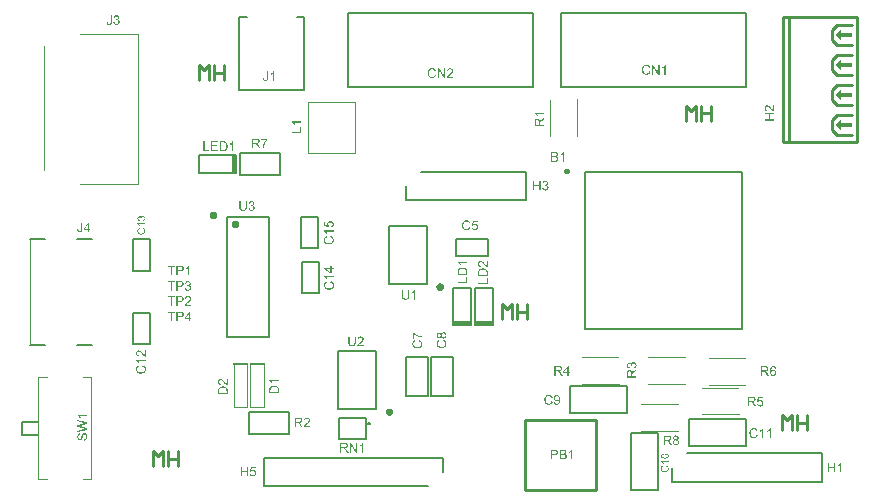
<source format=gto>
%FSLAX24Y24*%
%MOIN*%
%SFA1B1*%

%IPPOS*%
%ADD10C,0.009843*%
%ADD11C,0.011811*%
%ADD12C,0.007874*%
%ADD13C,0.003937*%
%ADD14C,0.005000*%
%ADD15C,0.010000*%
%ADD16C,0.006000*%
%ADD17R,0.015209X0.059138*%
%ADD18R,0.059138X0.015209*%
%ADD19R,0.047000X0.010000*%
%LNpeoplecounter-1*%
%LPD*%
G36*
X26852Y12322D02*
X27244D01*
Y12204*
X26852*
Y12090*
X26667Y12255*
X26852Y12421*
Y12322*
G37*
G36*
Y13322D02*
X27244D01*
Y13204*
X26852*
Y13090*
X26667Y13255*
X26852Y13421*
Y13322*
G37*
G36*
Y14322D02*
X27244D01*
Y14204*
X26852*
Y14090*
X26667Y14255*
X26852Y14421*
Y14322*
G37*
G36*
Y15322D02*
X27244D01*
Y15204*
X26852*
Y15090*
X26667Y15255*
X26852Y15421*
Y15322*
G37*
G36*
X7101Y552D02*
X7059D01*
Y703*
X6894*
Y552*
X6851*
Y872*
X6894*
Y741*
X7059*
Y872*
X7101*
Y552*
G37*
G36*
X7353Y831D02*
X7225D01*
X7208Y744*
X7208Y745*
X7209Y745*
X7210Y746*
X7213Y747*
X7216Y749*
X7219Y751*
X7226Y754*
X7235Y758*
X7246Y761*
X7257Y764*
X7262Y764*
X7272*
X7275Y764*
X7279Y764*
X7283Y763*
X7288Y762*
X7293Y761*
X7304Y758*
X7310Y755*
X7316Y752*
X7322Y749*
X7328Y745*
X7333Y740*
X7339Y735*
X7339Y735*
X7340Y734*
X7342Y733*
X7344Y730*
X7346Y727*
X7348Y724*
X7351Y720*
X7354Y715*
X7356Y710*
X7359Y704*
X7361Y698*
X7363Y691*
X7365Y685*
X7367Y677*
X7368Y669*
X7368Y661*
Y660*
Y659*
Y656*
X7368Y653*
X7367Y649*
X7367Y645*
X7366Y640*
X7365Y635*
X7362Y623*
X7357Y611*
X7355Y604*
X7351Y598*
X7347Y592*
X7343Y586*
X7342Y585*
X7341Y584*
X7339Y582*
X7337Y580*
X7334Y577*
X7330Y573*
X7325Y570*
X7320Y566*
X7315Y563*
X7308Y559*
X7301Y556*
X7294Y553*
X7286Y551*
X7277Y549*
X7268Y547*
X7259Y547*
X7254*
X7251Y547*
X7247Y548*
X7243Y548*
X7238Y549*
X7233Y550*
X7222Y553*
X7210Y557*
X7204Y560*
X7198Y563*
X7192Y567*
X7187Y571*
X7186Y571*
X7185Y572*
X7185Y574*
X7183Y576*
X7180Y578*
X7178Y581*
X7175Y584*
X7173Y588*
X7170Y593*
X7167Y598*
X7162Y609*
X7158Y622*
X7157Y629*
X7156Y636*
X7197Y639*
Y639*
Y638*
X7197Y637*
X7198Y634*
X7199Y629*
X7201Y622*
X7204Y615*
X7208Y607*
X7212Y600*
X7218Y594*
X7219Y594*
X7221Y592*
X7224Y589*
X7229Y587*
X7235Y584*
X7242Y582*
X7250Y580*
X7259Y579*
X7261*
X7263Y580*
X7269Y580*
X7275Y582*
X7283Y584*
X7291Y588*
X7299Y594*
X7303Y597*
X7307Y600*
X7307Y601*
X7307Y601*
X7308Y603*
X7310Y604*
X7313Y609*
X7317Y616*
X7320Y624*
X7323Y633*
X7325Y645*
X7326Y651*
Y657*
Y658*
Y659*
Y661*
X7326Y663*
Y666*
X7325Y669*
X7324Y676*
X7322Y685*
X7319Y694*
X7314Y702*
X7307Y710*
Y710*
X7307Y711*
X7304Y713*
X7300Y716*
X7295Y720*
X7287Y723*
X7279Y727*
X7269Y729*
X7264Y730*
X7255*
X7251Y729*
X7246Y729*
X7241Y728*
X7235Y726*
X7229Y724*
X7223Y721*
X7223Y721*
X7221Y720*
X7218Y717*
X7215Y715*
X7211Y712*
X7207Y708*
X7203Y703*
X7200Y698*
X7163Y703*
X7194Y868*
X7353*
Y831*
G37*
G36*
X5161Y5830D02*
X5204D01*
Y5794*
X5161*
Y5718*
X5121*
Y5794*
X4982*
Y5830*
X5129Y6037*
X5161*
Y5830*
G37*
G36*
X4852Y6037D02*
X4860Y6036D01*
X4868Y6036*
X4876Y6035*
X4883Y6034*
X4884*
X4887Y6033*
X4891Y6032*
X4897Y6031*
X4903Y6029*
X4909Y6026*
X4916Y6022*
X4922Y6019*
X4923Y6018*
X4925Y6017*
X4928Y6014*
X4931Y6011*
X4936Y6007*
X4940Y6001*
X4944Y5995*
X4948Y5988*
X4949Y5987*
X4950Y5985*
X4951Y5981*
X4953Y5975*
X4955Y5969*
X4956Y5962*
X4957Y5953*
X4958Y5944*
Y5944*
Y5943*
Y5941*
X4957Y5937*
X4957Y5934*
X4956Y5930*
X4955Y5925*
X4955Y5920*
X4951Y5910*
X4950Y5904*
X4947Y5898*
X4943Y5892*
X4940Y5887*
X4936Y5881*
X4931Y5876*
X4931Y5875*
X4930Y5874*
X4929Y5873*
X4926Y5871*
X4924Y5869*
X4920Y5867*
X4915Y5864*
X4910Y5862*
X4904Y5859*
X4897Y5856*
X4890Y5854*
X4881Y5852*
X4872Y5850*
X4862Y5849*
X4850Y5848*
X4838Y5847*
X4756*
Y5718*
X4714*
Y6037*
X4845*
X4852Y6037*
G37*
G36*
X4670Y5999D02*
X4565D01*
Y5718*
X4522*
Y5999*
X4417*
Y6037*
X4670*
Y5999*
G37*
G36*
X5106Y7059D02*
X5112Y7058D01*
X5119Y7056*
X5127Y7054*
X5136Y7051*
X5144Y7048*
X5144*
X5145Y7047*
X5148Y7046*
X5152Y7043*
X5156Y7040*
X5162Y7035*
X5168Y7030*
X5173Y7024*
X5178Y7017*
X5178Y7016*
X5180Y7014*
X5181Y7010*
X5184Y7005*
X5186Y6999*
X5188Y6992*
X5189Y6984*
X5190Y6976*
Y6975*
Y6972*
X5189Y6969*
X5188Y6964*
X5187Y6958*
X5185Y6951*
X5182Y6945*
X5178Y6938*
X5178Y6937*
X5176Y6935*
X5174Y6932*
X5170Y6928*
X5165Y6924*
X5160Y6920*
X5153Y6916*
X5145Y6911*
X5146*
X5147Y6911*
X5148Y6910*
X5150Y6910*
X5155Y6908*
X5162Y6905*
X5169Y6902*
X5176Y6897*
X5183Y6891*
X5190Y6884*
X5190Y6883*
X5192Y6880*
X5195Y6876*
X5198Y6870*
X5200Y6862*
X5203Y6854*
X5205Y6843*
X5205Y6832*
Y6832*
Y6831*
Y6828*
X5205Y6825*
X5205Y6822*
X5204Y6818*
X5203Y6813*
X5202Y6808*
X5198Y6797*
X5195Y6791*
X5192Y6785*
X5189Y6779*
X5185Y6773*
X5180Y6767*
X5175Y6762*
X5174Y6761*
X5173Y6760*
X5171Y6759*
X5169Y6757*
X5166Y6755*
X5162Y6752*
X5158Y6750*
X5153Y6747*
X5148Y6745*
X5142Y6742*
X5136Y6740*
X5129Y6737*
X5122Y6735*
X5114Y6734*
X5106Y6733*
X5097Y6733*
X5093*
X5090Y6733*
X5087Y6734*
X5083Y6734*
X5078Y6735*
X5073Y6736*
X5062Y6739*
X5050Y6743*
X5044Y6746*
X5039Y6749*
X5033Y6753*
X5028Y6758*
X5027Y6758*
X5026Y6759*
X5025Y6760*
X5023Y6762*
X5021Y6764*
X5019Y6768*
X5016Y6771*
X5013Y6775*
X5010Y6780*
X5008Y6784*
X5003Y6795*
X4998Y6808*
X4997Y6815*
X4996Y6823*
X5035Y6828*
Y6827*
X5036Y6826*
X5036Y6825*
X5037Y6822*
X5037Y6819*
X5038Y6816*
X5040Y6809*
X5044Y6801*
X5048Y6793*
X5053Y6786*
X5058Y6779*
X5059Y6779*
X5061Y6777*
X5065Y6775*
X5069Y6772*
X5075Y6770*
X5082Y6767*
X5089Y6765*
X5098Y6765*
X5101*
X5102Y6765*
X5107Y6766*
X5114Y6767*
X5121Y6770*
X5129Y6773*
X5137Y6777*
X5144Y6784*
X5145Y6785*
X5148Y6788*
X5150Y6792*
X5154Y6797*
X5158Y6804*
X5161Y6812*
X5163Y6821*
X5164Y6831*
Y6832*
Y6833*
Y6834*
X5163Y6836*
X5163Y6841*
X5162Y6847*
X5160Y6855*
X5156Y6862*
X5152Y6869*
X5146Y6876*
X5145Y6877*
X5143Y6879*
X5139Y6882*
X5134Y6885*
X5127Y6888*
X5120Y6891*
X5111Y6893*
X5101Y6894*
X5097*
X5094Y6893*
X5089Y6893*
X5085Y6892*
X5079Y6891*
X5073Y6890*
X5078Y6924*
X5080*
X5082Y6924*
X5088*
X5093Y6925*
X5099Y6926*
X5106Y6927*
X5114Y6929*
X5121Y6933*
X5129Y6937*
X5130*
X5130Y6937*
X5132Y6939*
X5136Y6942*
X5139Y6947*
X5143Y6952*
X5146Y6959*
X5149Y6967*
X5150Y6972*
Y6977*
Y6977*
Y6978*
Y6981*
X5149Y6984*
X5148Y6989*
X5146Y6995*
X5144Y7001*
X5140Y7007*
X5135Y7013*
X5134Y7013*
X5132Y7015*
X5129Y7017*
X5125Y7020*
X5119Y7022*
X5113Y7025*
X5105Y7026*
X5097Y7027*
X5093*
X5089Y7026*
X5083Y7025*
X5077Y7023*
X5071Y7021*
X5065Y7017*
X5059Y7013*
X5059Y7012*
X5057Y7010*
X5054Y7007*
X5051Y7002*
X5047Y6996*
X5044Y6989*
X5041Y6980*
X5040Y6970*
X5000Y6977*
Y6977*
X5001Y6978*
X5001Y6980*
X5002Y6983*
X5003Y6986*
X5004Y6990*
X5007Y6999*
X5011Y7009*
X5017Y7019*
X5024Y7029*
X5033Y7037*
X5033Y7038*
X5034Y7038*
X5035Y7039*
X5037Y7041*
X5040Y7043*
X5043Y7044*
X5046Y7046*
X5050Y7049*
X5059Y7052*
X5070Y7056*
X5083Y7058*
X5089Y7059*
X5101*
X5106Y7059*
G37*
G36*
X4852Y7057D02*
X4860Y7057D01*
X4868Y7056*
X4876Y7056*
X4883Y7055*
X4884*
X4887Y7054*
X4891Y7053*
X4897Y7051*
X4903Y7049*
X4909Y7046*
X4916Y7043*
X4922Y7039*
X4923Y7039*
X4925Y7037*
X4928Y7035*
X4931Y7032*
X4936Y7027*
X4940Y7022*
X4944Y7016*
X4948Y7009*
X4949Y7008*
X4950Y7006*
X4951Y7001*
X4953Y6996*
X4955Y6989*
X4956Y6982*
X4957Y6974*
X4958Y6965*
Y6965*
Y6963*
Y6961*
X4957Y6958*
X4957Y6955*
X4956Y6951*
X4955Y6946*
X4955Y6941*
X4951Y6930*
X4950Y6925*
X4947Y6919*
X4943Y6913*
X4940Y6907*
X4936Y6902*
X4931Y6896*
X4931Y6896*
X4930Y6895*
X4929Y6893*
X4926Y6892*
X4924Y6890*
X4920Y6887*
X4915Y6885*
X4910Y6882*
X4904Y6880*
X4897Y6877*
X4890Y6874*
X4881Y6873*
X4872Y6871*
X4862Y6869*
X4850Y6868*
X4838Y6868*
X4756*
Y6738*
X4714*
Y7058*
X4845*
X4852Y7057*
G37*
G36*
X4670Y7020D02*
X4565D01*
Y6738*
X4522*
Y7020*
X4417*
Y7058*
X4670*
Y7020*
G37*
G36*
X5109Y6556D02*
X5113Y6556D01*
X5118Y6555*
X5123Y6554*
X5128Y6553*
X5140Y6550*
X5152Y6546*
X5158Y6543*
X5164Y6540*
X5169Y6535*
X5175Y6531*
X5175Y6530*
X5176Y6530*
X5177Y6528*
X5179Y6526*
X5181Y6524*
X5183Y6521*
X5186Y6517*
X5188Y6513*
X5193Y6505*
X5198Y6493*
X5199Y6488*
X5200Y6481*
X5201Y6475*
X5202Y6468*
Y6467*
Y6465*
X5201Y6461*
X5201Y6456*
X5200Y6450*
X5198Y6444*
X5196Y6437*
X5193Y6430*
X5193Y6429*
X5192Y6427*
X5190Y6423*
X5187Y6418*
X5184Y6413*
X5179Y6406*
X5174Y6399*
X5167Y6391*
X5166Y6390*
X5164Y6387*
X5162Y6385*
X5159Y6383*
X5156Y6380*
X5153Y6376*
X5149Y6372*
X5144Y6368*
X5140Y6364*
X5134Y6359*
X5128Y6353*
X5122Y6347*
X5114Y6341*
X5107Y6335*
X5107Y6335*
X5106Y6334*
X5104Y6332*
X5101Y6330*
X5099Y6328*
X5095Y6325*
X5088Y6319*
X5080Y6312*
X5073Y6305*
X5066Y6299*
X5064Y6297*
X5061Y6294*
X5061Y6294*
X5059Y6292*
X5058Y6291*
X5055Y6288*
X5053Y6285*
X5050Y6281*
X5045Y6274*
X5202*
Y6236*
X4990*
Y6236*
Y6238*
Y6241*
X4991Y6244*
X4991Y6249*
X4992Y6253*
X4993Y6258*
X4995Y6263*
Y6263*
X4995Y6264*
X4996Y6267*
X4998Y6271*
X5001Y6276*
X5004Y6283*
X5009Y6290*
X5014Y6298*
X5021Y6305*
Y6306*
X5022Y6306*
X5024Y6309*
X5028Y6313*
X5034Y6319*
X5041Y6326*
X5050Y6335*
X5060Y6344*
X5072Y6353*
X5072Y6354*
X5074Y6355*
X5077Y6358*
X5080Y6360*
X5084Y6364*
X5089Y6368*
X5095Y6373*
X5101Y6378*
X5112Y6389*
X5124Y6400*
X5129Y6406*
X5134Y6411*
X5139Y6416*
X5143Y6421*
Y6422*
X5144Y6422*
X5144Y6424*
X5145Y6426*
X5149Y6431*
X5152Y6437*
X5156Y6444*
X5159Y6452*
X5161Y6461*
X5162Y6469*
Y6469*
Y6470*
X5161Y6473*
X5161Y6477*
X5159Y6482*
X5157Y6489*
X5154Y6495*
X5150Y6502*
X5144Y6508*
X5144Y6509*
X5141Y6511*
X5138Y6513*
X5133Y6517*
X5126Y6519*
X5119Y6522*
X5110Y6524*
X5101Y6524*
X5098*
X5096Y6524*
X5090Y6523*
X5084Y6522*
X5077Y6520*
X5069Y6517*
X5062Y6513*
X5055Y6507*
X5054Y6506*
X5052Y6504*
X5049Y6500*
X5047Y6495*
X5043Y6488*
X5040Y6480*
X5039Y6471*
X5038Y6460*
X4998Y6464*
Y6465*
X4998Y6466*
Y6468*
X4998Y6472*
X4999Y6475*
X5000Y6480*
X5002Y6485*
X5003Y6490*
X5007Y6501*
X5012Y6512*
X5016Y6517*
X5020Y6523*
X5024Y6528*
X5028Y6533*
X5029Y6533*
X5030Y6534*
X5031Y6535*
X5034Y6536*
X5036Y6538*
X5040Y6540*
X5043Y6542*
X5048Y6545*
X5053Y6547*
X5059Y6549*
X5065Y6551*
X5071Y6553*
X5078Y6554*
X5085Y6556*
X5093Y6556*
X5101Y6557*
X5106*
X5109Y6556*
G37*
G36*
X4852Y6555D02*
X4860Y6554D01*
X4868Y6554*
X4876Y6553*
X4883Y6552*
X4884*
X4887Y6551*
X4891Y6550*
X4897Y6549*
X4903Y6547*
X4909Y6544*
X4916Y6541*
X4922Y6537*
X4923Y6536*
X4925Y6535*
X4928Y6532*
X4931Y6529*
X4936Y6525*
X4940Y6519*
X4944Y6513*
X4948Y6506*
X4949Y6505*
X4950Y6503*
X4951Y6499*
X4953Y6493*
X4955Y6487*
X4956Y6480*
X4957Y6471*
X4958Y6462*
Y6462*
Y6461*
Y6459*
X4957Y6456*
X4957Y6452*
X4956Y6448*
X4955Y6444*
X4955Y6438*
X4951Y6428*
X4950Y6422*
X4947Y6416*
X4943Y6410*
X4940Y6405*
X4936Y6399*
X4931Y6394*
X4931Y6393*
X4930Y6392*
X4929Y6391*
X4926Y6389*
X4924Y6387*
X4920Y6385*
X4915Y6382*
X4910Y6380*
X4904Y6377*
X4897Y6374*
X4890Y6372*
X4881Y6370*
X4872Y6368*
X4862Y6367*
X4850Y6366*
X4838Y6365*
X4756*
Y6236*
X4714*
Y6555*
X4845*
X4852Y6555*
G37*
G36*
X4670Y6517D02*
X4565D01*
Y6236*
X4522*
Y6517*
X4417*
Y6555*
X4670*
Y6517*
G37*
G36*
X5144Y7249D02*
X5104D01*
Y7499*
X5104Y7498*
X5101Y7497*
X5099Y7494*
X5094Y7491*
X5089Y7486*
X5083Y7482*
X5075Y7477*
X5067Y7472*
X5066*
X5066Y7471*
X5063Y7469*
X5059Y7467*
X5053Y7464*
X5047Y7461*
X5040Y7458*
X5033Y7455*
X5026Y7452*
Y7490*
X5026*
X5027Y7491*
X5029Y7491*
X5031Y7492*
X5034Y7494*
X5037Y7496*
X5045Y7500*
X5054Y7505*
X5064Y7512*
X5073Y7519*
X5083Y7527*
X5083Y7528*
X5084Y7528*
X5085Y7529*
X5087Y7531*
X5091Y7535*
X5097Y7541*
X5102Y7547*
X5108Y7555*
X5113Y7562*
X5118Y7570*
X5144*
Y7249*
G37*
G36*
X4852Y7568D02*
X4860Y7568D01*
X4868Y7567*
X4876Y7566*
X4883Y7565*
X4884*
X4887Y7565*
X4891Y7564*
X4897Y7562*
X4903Y7560*
X4909Y7557*
X4916Y7554*
X4922Y7550*
X4923Y7550*
X4925Y7548*
X4928Y7546*
X4931Y7542*
X4936Y7538*
X4940Y7533*
X4944Y7527*
X4948Y7520*
X4949Y7519*
X4950Y7516*
X4951Y7512*
X4953Y7507*
X4955Y7500*
X4956Y7493*
X4957Y7485*
X4958Y7476*
Y7475*
Y7474*
Y7472*
X4957Y7469*
X4957Y7466*
X4956Y7461*
X4955Y7457*
X4955Y7452*
X4951Y7441*
X4950Y7436*
X4947Y7430*
X4943Y7424*
X4940Y7418*
X4936Y7412*
X4931Y7407*
X4931Y7407*
X4930Y7406*
X4929Y7404*
X4926Y7403*
X4924Y7400*
X4920Y7398*
X4915Y7395*
X4910Y7393*
X4904Y7390*
X4897Y7388*
X4890Y7385*
X4881Y7383*
X4872Y7382*
X4862Y7380*
X4850Y7379*
X4838Y7379*
X4756*
Y7249*
X4714*
Y7569*
X4845*
X4852Y7568*
G37*
G36*
X4670Y7531D02*
X4565D01*
Y7249*
X4522*
Y7531*
X4417*
Y7569*
X4670*
Y7531*
G37*
G36*
X17913Y1119D02*
X17874D01*
Y1369*
X17874Y1368*
X17871Y1367*
X17869Y1364*
X17864Y1361*
X17859Y1356*
X17852Y1352*
X17845Y1347*
X17837Y1342*
X17836*
X17836Y1341*
X17833Y1339*
X17828Y1337*
X17823Y1334*
X17816Y1331*
X17809Y1328*
X17802Y1325*
X17796Y1322*
Y1360*
X17796*
X17797Y1361*
X17799Y1361*
X17801Y1362*
X17804Y1364*
X17807Y1366*
X17815Y1370*
X17824Y1375*
X17833Y1382*
X17843Y1389*
X17853Y1397*
X17853Y1398*
X17854Y1398*
X17855Y1399*
X17857Y1401*
X17861Y1405*
X17867Y1411*
X17872Y1417*
X17878Y1425*
X17883Y1432*
X17888Y1440*
X17913*
Y1119*
G37*
G36*
X17611Y1438D02*
X17614D01*
X17623Y1437*
X17632Y1436*
X17642Y1435*
X17651Y1432*
X17660Y1429*
X17661*
X17661Y1429*
X17664Y1427*
X17668Y1425*
X17673Y1422*
X17678Y1417*
X17684Y1412*
X17690Y1406*
X17695Y1399*
X17695Y1398*
X17697Y1395*
X17699Y1392*
X17701Y1386*
X17704Y1380*
X17706Y1373*
X17707Y1365*
X17708Y1357*
Y1356*
Y1354*
X17707Y1350*
X17706Y1344*
X17705Y1338*
X17703Y1332*
X17700Y1325*
X17696Y1319*
X17696Y1318*
X17694Y1316*
X17692Y1312*
X17688Y1308*
X17683Y1304*
X17678Y1299*
X17671Y1294*
X17663Y1289*
X17663*
X17664Y1289*
X17666Y1289*
X17668Y1288*
X17673Y1286*
X17680Y1282*
X17686Y1278*
X17694Y1273*
X17701Y1267*
X17708Y1260*
X17708Y1259*
X17710Y1256*
X17713Y1252*
X17716Y1246*
X17718Y1239*
X17721Y1231*
X17723Y1222*
X17723Y1212*
Y1211*
Y1211*
Y1208*
X17723Y1204*
X17722Y1198*
X17721Y1192*
X17719Y1185*
X17717Y1177*
X17714Y1170*
X17713Y1169*
X17712Y1167*
X17710Y1163*
X17707Y1159*
X17704Y1154*
X17700Y1149*
X17695Y1144*
X17690Y1140*
X17690Y1139*
X17688Y1138*
X17685Y1136*
X17680Y1134*
X17675Y1131*
X17669Y1129*
X17663Y1126*
X17655Y1124*
X17654*
X17651Y1123*
X17647Y1123*
X17641Y1122*
X17633Y1121*
X17625Y1120*
X17615Y1119*
X17604Y1119*
X17482*
Y1439*
X17607*
X17611Y1438*
G37*
G36*
X17324D02*
X17332Y1438D01*
X17340Y1437*
X17348Y1436*
X17355Y1435*
X17356*
X17359Y1435*
X17363Y1434*
X17369Y1432*
X17375Y1430*
X17381Y1427*
X17388Y1424*
X17394Y1420*
X17395Y1420*
X17397Y1418*
X17400Y1416*
X17403Y1412*
X17407Y1408*
X17412Y1403*
X17416Y1397*
X17420Y1390*
X17420Y1389*
X17421Y1386*
X17423Y1382*
X17425Y1377*
X17426Y1370*
X17428Y1363*
X17429Y1355*
X17430Y1346*
Y1345*
Y1344*
Y1342*
X17429Y1339*
X17429Y1336*
X17428Y1331*
X17427Y1327*
X17426Y1322*
X17423Y1311*
X17421Y1306*
X17419Y1300*
X17415Y1294*
X17412Y1288*
X17408Y1282*
X17403Y1277*
X17403Y1277*
X17402Y1276*
X17401Y1274*
X17398Y1273*
X17395Y1270*
X17392Y1268*
X17387Y1265*
X17382Y1263*
X17376Y1260*
X17369Y1258*
X17362Y1255*
X17353Y1253*
X17344Y1252*
X17334Y1250*
X17322Y1249*
X17310Y1249*
X17228*
Y1119*
X17186*
Y1439*
X17317*
X17324Y1438*
G37*
G36*
X6611Y11399D02*
X6572D01*
Y11649*
X6571Y11648*
X6569Y11647*
X6566Y11644*
X6561Y11641*
X6556Y11636*
X6550Y11632*
X6542Y11627*
X6534Y11622*
X6534*
X6533Y11621*
X6530Y11619*
X6526Y11617*
X6520Y11614*
X6514Y11611*
X6507Y11608*
X6500Y11605*
X6493Y11602*
Y11640*
X6493*
X6494Y11641*
X6496Y11641*
X6499Y11642*
X6501Y11644*
X6505Y11646*
X6512Y11650*
X6522Y11655*
X6531Y11662*
X6541Y11669*
X6550Y11677*
X6551Y11678*
X6551Y11678*
X6553Y11679*
X6554Y11681*
X6559Y11685*
X6564Y11691*
X6570Y11697*
X6576Y11705*
X6581Y11712*
X6585Y11720*
X6611*
Y11399*
G37*
G36*
X6288Y11718D02*
X6297Y11718D01*
X6306Y11717*
X6316Y11715*
X6323Y11714*
X6324*
X6325Y11714*
X6326*
X6328Y11713*
X6333Y11711*
X6340Y11709*
X6347Y11706*
X6355Y11702*
X6363Y11697*
X6370Y11691*
X6371Y11690*
X6371Y11690*
X6372Y11689*
X6374Y11687*
X6379Y11683*
X6384Y11676*
X6390Y11668*
X6397Y11659*
X6403Y11648*
X6408Y11636*
Y11636*
X6408Y11635*
X6409Y11633*
X6410Y11630*
X6411Y11627*
X6412Y11623*
X6413Y11619*
X6414Y11614*
X6416Y11609*
X6417Y11603*
X6419Y11590*
X6420Y11576*
X6421Y11560*
Y11560*
Y11559*
Y11557*
Y11554*
X6420Y11551*
Y11547*
X6420Y11538*
X6419Y11528*
X6417Y11518*
X6415Y11507*
X6412Y11496*
Y11495*
X6412Y11494*
X6411Y11493*
X6411Y11491*
X6409Y11486*
X6406Y11479*
X6403Y11472*
X6400Y11465*
X6395Y11457*
X6390Y11449*
X6390Y11448*
X6388Y11446*
X6385Y11443*
X6382Y11439*
X6377Y11434*
X6372Y11429*
X6367Y11424*
X6361Y11420*
X6360Y11420*
X6359Y11418*
X6355Y11417*
X6351Y11414*
X6345Y11411*
X6339Y11409*
X6331Y11406*
X6323Y11404*
X6322*
X6321Y11404*
X6319Y11403*
X6315Y11403*
X6308Y11402*
X6301Y11401*
X6292Y11400*
X6282Y11399*
X6272Y11399*
X6157*
Y11719*
X6280*
X6288Y11718*
G37*
G36*
X6091Y11681D02*
X5902D01*
Y11583*
X6079*
Y11545*
X5902*
Y11437*
X6098*
Y11399*
X5859*
Y11719*
X6091*
Y11681*
G37*
G36*
X5651Y11437D02*
X5808D01*
Y11399*
X5608*
Y11719*
X5651*
Y11437*
G37*
G36*
X15090Y7519D02*
X15090D01*
X15088*
X15085*
X15081Y7520*
X15077Y7520*
X15072Y7521*
X15068Y7522*
X15063Y7524*
X15062*
X15062Y7524*
X15059Y7525*
X15055Y7527*
X15049Y7530*
X15043Y7533*
X15036Y7538*
X15028Y7543*
X15020Y7550*
X15020*
X15019Y7550*
X15017Y7553*
X15012Y7557*
X15006Y7563*
X15000Y7570*
X14991Y7579*
X14982Y7589*
X14972Y7601*
X14972Y7601*
X14970Y7603*
X14968Y7606*
X14965Y7609*
X14962Y7613*
X14957Y7618*
X14953Y7623*
X14948Y7629*
X14937Y7641*
X14926Y7653*
X14920Y7658*
X14915Y7663*
X14909Y7668*
X14904Y7672*
X14904*
X14903Y7672*
X14902Y7673*
X14900Y7674*
X14895Y7678*
X14889Y7681*
X14882Y7684*
X14874Y7688*
X14865Y7690*
X14857Y7690*
X14856*
X14856*
X14853Y7690*
X14848Y7690*
X14843Y7688*
X14837Y7686*
X14830Y7683*
X14824Y7679*
X14817Y7673*
X14817Y7672*
X14815Y7670*
X14812Y7667*
X14809Y7662*
X14806Y7655*
X14804Y7648*
X14802Y7639*
X14801Y7629*
Y7627*
X14802Y7625*
X14802Y7619*
X14804Y7613*
X14805Y7606*
X14809Y7598*
X14813Y7591*
X14818Y7584*
X14819Y7583*
X14822Y7581*
X14825Y7578*
X14831Y7575*
X14837Y7572*
X14846Y7569*
X14855Y7568*
X14866Y7567*
X14861Y7526*
X14861*
X14860Y7527*
X14857*
X14854Y7527*
X14850Y7528*
X14846Y7529*
X14841Y7531*
X14836Y7532*
X14825Y7536*
X14814Y7541*
X14808Y7544*
X14803Y7549*
X14798Y7553*
X14793Y7557*
X14793Y7558*
X14792Y7559*
X14791Y7560*
X14789Y7562*
X14787Y7565*
X14786Y7568*
X14783Y7572*
X14781Y7577*
X14779Y7582*
X14776Y7587*
X14775Y7593*
X14773Y7600*
X14771Y7607*
X14770Y7614*
X14769Y7622*
X14769Y7630*
Y7635*
X14769Y7638*
X14770Y7642*
X14770Y7647*
X14771Y7652*
X14772Y7657*
X14775Y7669*
X14780Y7681*
X14783Y7687*
X14786Y7693*
X14790Y7698*
X14795Y7703*
X14795Y7704*
X14796Y7705*
X14798Y7706*
X14799Y7708*
X14802Y7710*
X14805Y7712*
X14808Y7715*
X14812Y7717*
X14821Y7722*
X14832Y7727*
X14838Y7728*
X14844Y7729*
X14851Y7730*
X14858Y7731*
X14859*
X14861*
X14865Y7730*
X14870Y7730*
X14875Y7729*
X14882Y7727*
X14889Y7725*
X14896Y7722*
X14896Y7722*
X14899Y7721*
X14902Y7719*
X14908Y7716*
X14913Y7713*
X14920Y7708*
X14927Y7702*
X14935Y7696*
X14936Y7695*
X14939Y7693*
X14941Y7690*
X14943Y7688*
X14946Y7685*
X14950Y7682*
X14953Y7678*
X14957Y7673*
X14962Y7669*
X14967Y7663*
X14972Y7657*
X14978Y7651*
X14984Y7643*
X14991Y7636*
X14991Y7635*
X14992Y7635*
X14993Y7633*
X14995Y7630*
X14998Y7628*
X15001Y7624*
X15007Y7617*
X15014Y7609*
X15021Y7602*
X15027Y7595*
X15029Y7592*
X15031Y7590*
X15032Y7590*
X15033Y7588*
X15035Y7587*
X15038Y7584*
X15041Y7582*
X15044Y7579*
X15052Y7574*
Y7731*
X15090*
Y7519*
G37*
G36*
X14938Y7482D02*
X14942D01*
X14951Y7482*
X14961Y7480*
X14971Y7479*
X14982Y7477*
X14993Y7474*
X14994*
X14995Y7473*
X14996Y7473*
X14998Y7472*
X15003Y7471*
X15010Y7468*
X15017Y7465*
X15024Y7461*
X15032Y7457*
X15040Y7452*
X15041Y7452*
X15043Y7450*
X15046Y7447*
X15050Y7443*
X15055Y7439*
X15060Y7434*
X15065Y7429*
X15069Y7423*
X15069Y7422*
X15071Y7420*
X15072Y7417*
X15075Y7412*
X15078Y7407*
X15080Y7400*
X15083Y7393*
X15085Y7385*
Y7384*
X15085Y7382*
X15086Y7381*
X15086Y7376*
X15087Y7370*
X15088Y7362*
X15089Y7354*
X15090Y7344*
X15090Y7333*
Y7218*
X14770*
Y7341*
X14771Y7350*
X14771Y7359*
X14772Y7368*
X14774Y7377*
X14775Y7385*
Y7386*
X14775Y7386*
Y7388*
X14776Y7390*
X14778Y7395*
X14780Y7401*
X14783Y7409*
X14787Y7416*
X14792Y7424*
X14798Y7432*
X14799Y7432*
X14799Y7433*
X14800Y7434*
X14802Y7436*
X14806Y7441*
X14813Y7446*
X14821Y7452*
X14830Y7459*
X14841Y7465*
X14853Y7470*
X14853*
X14854Y7470*
X14856Y7471*
X14859Y7471*
X14862Y7473*
X14866Y7474*
X14870Y7475*
X14875Y7476*
X14880Y7477*
X14886Y7478*
X14899Y7481*
X14913Y7482*
X14929Y7483*
X14929*
X14930*
X14932*
X14935*
X14938Y7482*
G37*
G36*
X15090Y6968D02*
X14770D01*
Y7010*
X15052*
Y7168*
X15090*
Y6968*
G37*
G36*
X14410Y7662D02*
X14160D01*
X14161Y7662*
X14162Y7660*
X14165Y7657*
X14168Y7652*
X14173Y7647*
X14177Y7641*
X14182Y7633*
X14187Y7625*
Y7625*
X14188Y7624*
X14190Y7621*
X14192Y7617*
X14195Y7611*
X14198Y7605*
X14201Y7598*
X14204Y7591*
X14207Y7584*
X14169*
Y7584*
X14168Y7585*
X14168Y7587*
X14167Y7590*
X14165Y7592*
X14163Y7596*
X14159Y7603*
X14154Y7613*
X14147Y7622*
X14140Y7632*
X14132Y7641*
X14131Y7642*
X14131Y7642*
X14130Y7644*
X14128Y7645*
X14124Y7650*
X14118Y7655*
X14112Y7661*
X14104Y7667*
X14097Y7672*
X14089Y7676*
Y7702*
X14410*
Y7662*
G37*
G36*
X14258Y7511D02*
X14262D01*
X14271Y7511*
X14281Y7510*
X14291Y7508*
X14302Y7506*
X14313Y7503*
X14314*
X14315Y7503*
X14316Y7502*
X14318Y7502*
X14323Y7500*
X14330Y7497*
X14337Y7494*
X14344Y7491*
X14352Y7486*
X14360Y7481*
X14361Y7481*
X14363Y7479*
X14366Y7476*
X14370Y7473*
X14375Y7468*
X14380Y7463*
X14385Y7458*
X14389Y7452*
X14389Y7451*
X14391Y7450*
X14392Y7446*
X14395Y7442*
X14398Y7436*
X14400Y7430*
X14403Y7422*
X14405Y7414*
Y7413*
X14405Y7412*
X14406Y7410*
X14406Y7406*
X14407Y7399*
X14408Y7392*
X14409Y7383*
X14410Y7373*
X14410Y7363*
Y7248*
X14090*
Y7371*
X14091Y7379*
X14091Y7388*
X14092Y7397*
X14094Y7407*
X14095Y7414*
Y7415*
X14095Y7416*
Y7417*
X14096Y7419*
X14098Y7424*
X14100Y7431*
X14103Y7438*
X14107Y7446*
X14112Y7454*
X14118Y7461*
X14119Y7462*
X14119Y7462*
X14120Y7463*
X14122Y7465*
X14126Y7470*
X14133Y7475*
X14141Y7481*
X14150Y7488*
X14161Y7494*
X14173Y7499*
X14173*
X14174Y7499*
X14176Y7500*
X14179Y7501*
X14182Y7502*
X14186Y7503*
X14190Y7504*
X14195Y7505*
X14200Y7507*
X14206Y7508*
X14219Y7510*
X14233Y7511*
X14249Y7512*
X14249*
X14250*
X14252*
X14255*
X14258Y7511*
G37*
G36*
X14410Y6997D02*
X14090D01*
Y7040*
X14372*
Y7197*
X14410*
Y6997*
G37*
G36*
X8880Y12341D02*
X8630D01*
X8631Y12341*
X8632Y12338*
X8635Y12336*
X8638Y12331*
X8643Y12326*
X8647Y12320*
X8652Y12312*
X8657Y12304*
Y12303*
X8658Y12303*
X8660Y12300*
X8662Y12296*
X8665Y12290*
X8668Y12284*
X8671Y12277*
X8674Y12270*
X8677Y12263*
X8639*
Y12263*
X8638Y12264*
X8638Y12266*
X8637Y12268*
X8635Y12271*
X8633Y12274*
X8629Y12282*
X8624Y12291*
X8617Y12301*
X8610Y12310*
X8602Y12320*
X8601Y12320*
X8601Y12321*
X8600Y12322*
X8598Y12324*
X8594Y12328*
X8588Y12334*
X8582Y12339*
X8574Y12345*
X8567Y12351*
X8559Y12355*
Y12381*
X8880*
Y12341*
G37*
G36*
Y11998D02*
X8560D01*
Y12041*
X8842*
Y12199*
X8880*
Y11998*
G37*
G36*
X1580Y8790D02*
Y8790D01*
Y8789*
Y8787*
Y8784*
X1579Y8780*
Y8777*
X1578Y8768*
X1577Y8758*
X1576Y8747*
X1573Y8737*
X1570Y8728*
Y8728*
X1569Y8727*
X1568Y8724*
X1565Y8721*
X1562Y8716*
X1558Y8710*
X1552Y8705*
X1546Y8699*
X1539Y8695*
X1538Y8694*
X1535Y8693*
X1531Y8691*
X1525Y8689*
X1517Y8687*
X1509Y8685*
X1500Y8684*
X1490Y8683*
X1486*
X1483Y8684*
X1479Y8684*
X1475Y8685*
X1466Y8686*
X1455Y8689*
X1445Y8693*
X1439Y8696*
X1434Y8699*
X1430Y8703*
X1425Y8707*
X1425Y8708*
X1424Y8708*
X1423Y8710*
X1422Y8712*
X1420Y8714*
X1418Y8717*
X1416Y8721*
X1414Y8725*
X1412Y8730*
X1410Y8735*
X1408Y8741*
X1407Y8747*
X1406Y8754*
X1404Y8762*
X1404Y8770*
Y8779*
X1442Y8784*
Y8784*
Y8783*
Y8781*
X1443Y8778*
X1443Y8776*
Y8772*
X1444Y8765*
X1446Y8756*
X1449Y8748*
X1451Y8740*
X1453Y8737*
X1455Y8734*
X1456Y8734*
X1458Y8733*
X1461Y8730*
X1464Y8728*
X1469Y8725*
X1475Y8723*
X1482Y8722*
X1489Y8721*
X1492*
X1495Y8722*
X1499Y8722*
X1503Y8723*
X1508Y8724*
X1512Y8726*
X1517Y8728*
X1517Y8728*
X1519Y8729*
X1521Y8731*
X1523Y8733*
X1526Y8736*
X1528Y8740*
X1531Y8743*
X1533Y8748*
Y8748*
X1534Y8750*
X1534Y8753*
X1535Y8758*
X1536Y8763*
X1536Y8770*
X1537Y8778*
Y8788*
Y9008*
X1580*
Y8790*
G37*
G36*
X1798Y8801D02*
X1841D01*
Y8765*
X1798*
Y8689*
X1759*
Y8765*
X1620*
Y8801*
X1766Y9008*
X1798*
Y8801*
G37*
G36*
X24637Y12710D02*
X24637D01*
X24635*
X24632*
X24628Y12710*
X24624Y12711*
X24620Y12712*
X24615Y12713*
X24610Y12715*
X24609*
X24609Y12715*
X24606Y12716*
X24602Y12718*
X24596Y12721*
X24590Y12724*
X24583Y12729*
X24575Y12734*
X24567Y12740*
X24567*
X24566Y12741*
X24564Y12744*
X24559Y12748*
X24553Y12754*
X24547Y12761*
X24538Y12770*
X24529Y12780*
X24519Y12792*
X24519Y12792*
X24517Y12794*
X24515Y12797*
X24512Y12800*
X24509Y12804*
X24504Y12809*
X24500Y12814*
X24495Y12820*
X24484Y12832*
X24473Y12844*
X24467Y12849*
X24462Y12854*
X24456Y12859*
X24451Y12862*
X24451*
X24450Y12863*
X24449Y12864*
X24447Y12865*
X24442Y12868*
X24436Y12872*
X24429Y12875*
X24421Y12879*
X24412Y12880*
X24404Y12881*
X24403*
X24403*
X24400Y12881*
X24395Y12880*
X24390Y12879*
X24384Y12877*
X24377Y12874*
X24371Y12870*
X24364Y12864*
X24364Y12863*
X24362Y12861*
X24359Y12858*
X24356Y12853*
X24353Y12846*
X24351Y12839*
X24349Y12830*
X24348Y12820*
Y12818*
X24349Y12816*
X24349Y12810*
X24351Y12804*
X24352Y12797*
X24356Y12789*
X24360Y12782*
X24365Y12775*
X24366Y12774*
X24369Y12772*
X24372Y12769*
X24378Y12766*
X24384Y12763*
X24393Y12760*
X24402Y12759*
X24413Y12758*
X24408Y12717*
X24408*
X24407Y12718*
X24404*
X24401Y12718*
X24397Y12719*
X24393Y12720*
X24388Y12722*
X24383Y12723*
X24372Y12727*
X24361Y12732*
X24355Y12735*
X24350Y12740*
X24345Y12744*
X24340Y12748*
X24340Y12749*
X24339Y12750*
X24338Y12751*
X24336Y12753*
X24334Y12756*
X24333Y12759*
X24330Y12763*
X24328Y12768*
X24326Y12773*
X24323Y12778*
X24322Y12784*
X24320Y12791*
X24318Y12798*
X24317Y12805*
X24316Y12813*
X24316Y12821*
Y12826*
X24316Y12829*
X24317Y12833*
X24317Y12838*
X24318Y12843*
X24319Y12848*
X24322Y12860*
X24327Y12872*
X24330Y12878*
X24333Y12884*
X24337Y12889*
X24342Y12894*
X24342Y12895*
X24343Y12896*
X24345Y12897*
X24346Y12899*
X24349Y12901*
X24352Y12903*
X24355Y12905*
X24359Y12908*
X24368Y12913*
X24379Y12917*
X24385Y12919*
X24391Y12920*
X24398Y12921*
X24405Y12922*
X24406*
X24408*
X24412Y12921*
X24417Y12921*
X24422Y12920*
X24429Y12918*
X24436Y12916*
X24443Y12913*
X24443Y12913*
X24446Y12912*
X24450Y12910*
X24455Y12907*
X24460Y12904*
X24467Y12899*
X24474Y12893*
X24482Y12887*
X24483Y12886*
X24486Y12884*
X24488Y12881*
X24490Y12879*
X24493Y12876*
X24497Y12873*
X24500Y12869*
X24504Y12864*
X24509Y12860*
X24514Y12854*
X24519Y12848*
X24525Y12842*
X24531Y12834*
X24538Y12827*
X24538Y12826*
X24539Y12826*
X24540Y12824*
X24542Y12821*
X24545Y12819*
X24548Y12815*
X24554Y12808*
X24561Y12800*
X24568Y12793*
X24574Y12786*
X24576Y12783*
X24578Y12781*
X24579Y12781*
X24580Y12779*
X24582Y12777*
X24585Y12775*
X24588Y12773*
X24591Y12770*
X24599Y12765*
Y12922*
X24637*
Y12710*
G37*
G36*
Y12619D02*
X24486D01*
Y12453*
X24637*
Y12411*
X24317*
Y12453*
X24449*
Y12619*
X24317*
Y12661*
X24637*
Y12619*
G37*
G36*
X9849Y9059D02*
X9852Y9058D01*
X9857Y9058*
X9862Y9057*
X9867Y9056*
X9879Y9053*
X9891Y9049*
X9898Y9046*
X9904Y9042*
X9910Y9038*
X9916Y9034*
X9917Y9033*
X9918Y9032*
X9920Y9031*
X9922Y9028*
X9925Y9025*
X9929Y9021*
X9932Y9017*
X9935Y9012*
X9939Y9006*
X9942Y9000*
X9946Y8993*
X9949Y8985*
X9951Y8977*
X9953Y8969*
X9954Y8959*
X9955Y8950*
Y8946*
X9954Y8942*
X9954Y8939*
X9954Y8934*
X9953Y8929*
X9952Y8924*
X9949Y8913*
X9945Y8901*
X9942Y8895*
X9939Y8889*
X9935Y8884*
X9931Y8878*
X9930Y8878*
X9930Y8877*
X9928Y8876*
X9926Y8874*
X9924Y8872*
X9921Y8869*
X9917Y8867*
X9913Y8864*
X9909Y8861*
X9904Y8859*
X9893Y8854*
X9880Y8849*
X9873Y8848*
X9866Y8847*
X9862Y8888*
X9863*
X9864*
X9865Y8889*
X9868Y8889*
X9873Y8891*
X9880Y8892*
X9887Y8895*
X9894Y8899*
X9901Y8904*
X9908Y8909*
X9908Y8910*
X9910Y8912*
X9912Y8916*
X9915Y8921*
X9918Y8926*
X9920Y8933*
X9922Y8941*
X9923Y8950*
Y8952*
X9922Y8954*
X9922Y8960*
X9920Y8966*
X9917Y8974*
X9914Y8982*
X9908Y8990*
X9905Y8994*
X9901Y8998*
X9901Y8998*
X9900Y8999*
X9899Y9000*
X9898Y9001*
X9893Y9004*
X9886Y9008*
X9878Y9011*
X9869Y9014*
X9857Y9017*
X9851Y9018*
X9844*
X9844*
X9843*
X9841*
X9839Y9017*
X9836*
X9833Y9017*
X9826Y9015*
X9817Y9013*
X9808Y9010*
X9800Y9005*
X9792Y8999*
X9791*
X9791Y8998*
X9789Y8995*
X9785Y8991*
X9782Y8986*
X9778Y8978*
X9775Y8970*
X9773Y8960*
X9772Y8955*
Y8946*
X9772Y8942*
X9773Y8938*
X9774Y8932*
X9776Y8927*
X9778Y8921*
X9781Y8915*
X9781Y8914*
X9782Y8912*
X9784Y8910*
X9787Y8906*
X9790Y8902*
X9794Y8898*
X9798Y8894*
X9803Y8891*
X9798Y8854*
X9634Y8885*
Y9044*
X9671*
Y8916*
X9758Y8899*
X9757Y8899*
X9757Y8900*
X9756Y8902*
X9754Y8904*
X9753Y8907*
X9751Y8910*
X9747Y8917*
X9744Y8927*
X9741Y8937*
X9738Y8948*
X9737Y8953*
Y8964*
X9738Y8966*
X9738Y8970*
X9739Y8974*
X9740Y8979*
X9741Y8984*
X9744Y8995*
X9747Y9001*
X9750Y9007*
X9753Y9013*
X9757Y9019*
X9761Y9025*
X9766Y9030*
X9767Y9031*
X9768Y9031*
X9769Y9033*
X9771Y9035*
X9775Y9037*
X9778Y9039*
X9782Y9042*
X9787Y9045*
X9792Y9047*
X9797Y9050*
X9804Y9052*
X9810Y9055*
X9817Y9056*
X9825Y9058*
X9833Y9059*
X9841Y9059*
X9842*
X9843*
X9845*
X9849Y9059*
G37*
G36*
X9949Y8707D02*
X9699D01*
X9700Y8707*
X9702Y8704*
X9705Y8702*
X9708Y8697*
X9712Y8692*
X9717Y8685*
X9722Y8678*
X9727Y8670*
Y8669*
X9727Y8669*
X9729Y8666*
X9731Y8661*
X9734Y8656*
X9737Y8649*
X9741Y8642*
X9744Y8636*
X9747Y8629*
X9709*
Y8629*
X9708Y8630*
X9707Y8632*
X9706Y8634*
X9705Y8637*
X9703Y8640*
X9698Y8648*
X9693Y8657*
X9686Y8667*
X9679Y8676*
X9671Y8686*
X9671Y8686*
X9670Y8687*
X9669Y8688*
X9668Y8690*
X9663Y8694*
X9657Y8700*
X9651Y8705*
X9644Y8711*
X9636Y8716*
X9628Y8721*
Y8746*
X9949*
Y8707*
G37*
G36*
X9850Y8562D02*
X9853Y8561D01*
X9857Y8560*
X9861Y8558*
X9866Y8557*
X9872Y8554*
X9878Y8551*
X9891Y8545*
X9904Y8537*
X9910Y8532*
X9917Y8527*
X9922Y8521*
X9928Y8515*
X9928Y8514*
X9929Y8513*
X9930Y8511*
X9932Y8508*
X9934Y8505*
X9936Y8501*
X9939Y8496*
X9941Y8491*
X9944Y8485*
X9946Y8478*
X9948Y8472*
X9951Y8464*
X9953Y8456*
X9954Y8448*
X9954Y8439*
X9955Y8430*
Y8425*
X9954Y8421*
Y8417*
X9954Y8412*
X9953Y8406*
X9952Y8400*
X9950Y8387*
X9946Y8373*
X9941Y8359*
X9938Y8352*
X9934Y8346*
X9934Y8345*
X9933Y8345*
X9932Y8343*
X9930Y8341*
X9928Y8338*
X9925Y8335*
X9922Y8331*
X9918Y8327*
X9914Y8324*
X9910Y8320*
X9899Y8311*
X9887Y8303*
X9873Y8296*
X9873*
X9871Y8296*
X9869Y8295*
X9866Y8294*
X9862Y8293*
X9858Y8291*
X9853Y8290*
X9847Y8288*
X9841Y8287*
X9834Y8285*
X9820Y8283*
X9804Y8281*
X9787Y8280*
X9787*
X9785*
X9782*
X9779Y8280*
X9774*
X9770Y8281*
X9764Y8281*
X9758Y8282*
X9744Y8284*
X9729Y8288*
X9715Y8292*
X9700Y8299*
X9700Y8299*
X9698Y8300*
X9697Y8301*
X9694Y8302*
X9691Y8304*
X9687Y8307*
X9679Y8313*
X9670Y8320*
X9661Y8330*
X9651Y8340*
X9644Y8353*
X9643Y8353*
X9643Y8355*
X9642Y8357*
X9640Y8359*
X9639Y8362*
X9637Y8366*
X9636Y8371*
X9634Y8376*
X9632Y8381*
X9630Y8387*
X9627Y8400*
X9625Y8415*
X9624Y8430*
Y8435*
X9625Y8438*
X9625Y8442*
X9625Y8447*
X9626Y8453*
X9627Y8459*
X9630Y8471*
X9634Y8485*
X9637Y8492*
X9640Y8498*
X9644Y8505*
X9649Y8511*
X9649Y8512*
X9650Y8513*
X9651Y8515*
X9653Y8517*
X9656Y8519*
X9659Y8522*
X9662Y8526*
X9666Y8529*
X9671Y8533*
X9676Y8537*
X9682Y8541*
X9688Y8545*
X9695Y8548*
X9702Y8551*
X9709Y8554*
X9717Y8557*
X9727Y8515*
X9727*
X9726Y8515*
X9724Y8514*
X9722Y8513*
X9719Y8512*
X9715Y8511*
X9708Y8507*
X9699Y8502*
X9691Y8497*
X9683Y8490*
X9676Y8483*
X9675Y8482*
X9674Y8479*
X9671Y8474*
X9668Y8468*
X9665Y8460*
X9662Y8452*
X9661Y8441*
X9660Y8430*
Y8426*
X9661Y8423*
Y8420*
X9661Y8417*
X9662Y8408*
X9664Y8398*
X9668Y8388*
X9672Y8377*
X9678Y8368*
Y8367*
X9679Y8367*
X9681Y8363*
X9685Y8359*
X9691Y8354*
X9698Y8348*
X9705Y8343*
X9715Y8338*
X9726Y8333*
X9726*
X9727Y8332*
X9729Y8332*
X9731Y8332*
X9734Y8331*
X9737Y8330*
X9745Y8328*
X9754Y8326*
X9764Y8325*
X9775Y8324*
X9787Y8323*
X9788*
X9789*
X9791*
X9794*
X9797Y8324*
X9802*
X9806Y8324*
X9811Y8325*
X9822Y8326*
X9834Y8328*
X9846Y8331*
X9858Y8335*
X9859*
X9860Y8335*
X9861Y8336*
X9863Y8337*
X9869Y8340*
X9875Y8344*
X9883Y8349*
X9891Y8356*
X9898Y8363*
X9904Y8372*
Y8372*
X9905Y8373*
X9905Y8375*
X9906Y8376*
X9907Y8379*
X9909Y8381*
X9911Y8388*
X9914Y8396*
X9917Y8405*
X9918Y8416*
X9919Y8426*
Y8430*
X9918Y8432*
Y8435*
X9918Y8439*
X9916Y8447*
X9914Y8457*
X9910Y8466*
X9905Y8477*
X9902Y8482*
X9899Y8486*
X9898Y8487*
X9898Y8487*
X9896Y8489*
X9895Y8490*
X9893Y8492*
X9890Y8495*
X9887Y8497*
X9883Y8500*
X9879Y8502*
X9875Y8506*
X9870Y8508*
X9864Y8511*
X9858Y8514*
X9852Y8516*
X9845Y8518*
X9838Y8520*
X9848Y8563*
X9849*
X9850Y8562*
G37*
G36*
X17635Y11039D02*
X17596D01*
Y11289*
X17596Y11288*
X17593Y11287*
X17590Y11284*
X17586Y11281*
X17581Y11276*
X17574Y11272*
X17567Y11267*
X17559Y11262*
X17558*
X17558Y11261*
X17555Y11259*
X17550Y11257*
X17545Y11254*
X17538Y11251*
X17531Y11248*
X17524Y11245*
X17517Y11242*
Y11280*
X17518*
X17519Y11281*
X17521Y11281*
X17523Y11282*
X17526Y11284*
X17529Y11286*
X17537Y11290*
X17546Y11295*
X17555Y11302*
X17565Y11309*
X17575Y11317*
X17575Y11318*
X17576Y11318*
X17577Y11319*
X17579Y11321*
X17583Y11325*
X17589Y11331*
X17594Y11337*
X17600Y11345*
X17605Y11352*
X17610Y11360*
X17635*
Y11039*
G37*
G36*
X17333Y11358D02*
X17336D01*
X17345Y11357*
X17354Y11356*
X17364Y11355*
X17373Y11352*
X17382Y11349*
X17383*
X17383Y11349*
X17386Y11347*
X17390Y11345*
X17395Y11342*
X17400Y11337*
X17406Y11332*
X17412Y11326*
X17417Y11319*
X17417Y11318*
X17419Y11315*
X17421Y11312*
X17423Y11306*
X17426Y11300*
X17428Y11293*
X17429Y11285*
X17430Y11277*
Y11276*
Y11274*
X17429Y11270*
X17428Y11264*
X17427Y11258*
X17425Y11252*
X17422Y11245*
X17418Y11239*
X17418Y11238*
X17416Y11236*
X17413Y11232*
X17410Y11228*
X17405Y11224*
X17400Y11219*
X17393Y11214*
X17385Y11209*
X17385*
X17386Y11209*
X17388Y11209*
X17389Y11208*
X17395Y11206*
X17401Y11202*
X17408Y11198*
X17416Y11193*
X17423Y11187*
X17430Y11180*
X17430Y11179*
X17432Y11176*
X17435Y11172*
X17438Y11166*
X17440Y11159*
X17443Y11151*
X17445Y11142*
X17445Y11132*
Y11131*
Y11131*
Y11128*
X17445Y11124*
X17444Y11118*
X17443Y11111*
X17441Y11105*
X17439Y11097*
X17436Y11090*
X17435Y11089*
X17434Y11087*
X17432Y11083*
X17429Y11079*
X17426Y11074*
X17422Y11069*
X17417Y11064*
X17412Y11060*
X17412Y11059*
X17410Y11058*
X17407Y11056*
X17402Y11054*
X17397Y11051*
X17391Y11049*
X17385Y11046*
X17377Y11044*
X17376*
X17373Y11043*
X17369Y11043*
X17363Y11042*
X17355Y11041*
X17347Y11040*
X17337Y11039*
X17326Y11039*
X17204*
Y11359*
X17329*
X17333Y11358*
G37*
G36*
X10745Y1339D02*
X10701D01*
X10534Y1590*
Y1339*
X10493*
Y1659*
X10536*
X10704Y1407*
Y1659*
X10745*
Y1339*
G37*
G36*
X10948D02*
X10908D01*
Y1589*
X10908Y1588*
X10906Y1587*
X10903Y1584*
X10898Y1581*
X10893Y1576*
X10887Y1572*
X10879Y1567*
X10871Y1562*
X10870*
X10870Y1561*
X10867Y1559*
X10863Y1557*
X10857Y1554*
X10851Y1551*
X10844Y1548*
X10837Y1545*
X10830Y1542*
Y1580*
X10830*
X10831Y1581*
X10833Y1581*
X10835Y1582*
X10838Y1584*
X10841Y1586*
X10849Y1590*
X10858Y1595*
X10868Y1602*
X10877Y1609*
X10887Y1617*
X10888Y1618*
X10888Y1618*
X10889Y1619*
X10891Y1621*
X10895Y1625*
X10901Y1631*
X10906Y1637*
X10912Y1645*
X10918Y1652*
X10922Y1660*
X10948*
Y1339*
G37*
G36*
X10323Y1658D02*
X10328D01*
X10337Y1658*
X10347Y1656*
X10359Y1655*
X10369Y1653*
X10374Y1651*
X10378Y1650*
X10378*
X10379Y1649*
X10382Y1648*
X10386Y1646*
X10391Y1643*
X10396Y1639*
X10402Y1633*
X10408Y1627*
X10414Y1619*
Y1619*
X10414Y1618*
X10416Y1616*
X10418Y1611*
X10420Y1605*
X10423Y1598*
X10425Y1590*
X10426Y1581*
X10427Y1571*
Y1571*
Y1570*
Y1568*
X10426Y1566*
Y1563*
X10426Y1559*
X10424Y1551*
X10421Y1542*
X10418Y1533*
X10412Y1523*
X10408Y1518*
X10405Y1514*
X10404Y1513*
X10404Y1513*
X10402Y1511*
X10401Y1510*
X10398Y1508*
X10395Y1506*
X10392Y1504*
X10388Y1501*
X10383Y1499*
X10378Y1497*
X10373Y1494*
X10367Y1491*
X10360Y1490*
X10353Y1487*
X10345Y1486*
X10337Y1485*
X10338Y1484*
X10340Y1483*
X10342Y1481*
X10346Y1479*
X10354Y1474*
X10359Y1471*
X10362Y1468*
X10363Y1467*
X10365Y1465*
X10369Y1461*
X10374Y1457*
X10379Y1450*
X10385Y1443*
X10391Y1435*
X10397Y1426*
X10452Y1339*
X10400*
X10358Y1405*
Y1406*
X10357Y1407*
X10356Y1408*
X10354Y1410*
X10351Y1415*
X10347Y1422*
X10342Y1429*
X10337Y1436*
X10332Y1443*
X10327Y1449*
X10327Y1450*
X10325Y1452*
X10323Y1454*
X10320Y1458*
X10313Y1465*
X10309Y1468*
X10305Y1471*
X10305Y1471*
X10304Y1472*
X10302Y1472*
X10299Y1474*
X10297Y1475*
X10293Y1477*
X10286Y1479*
X10286*
X10285Y1479*
X10283*
X10280Y1480*
X10277Y1480*
X10274*
X10268Y1481*
X10214*
Y1339*
X10171*
Y1659*
X10320*
X10323Y1658*
G37*
G36*
X7224Y9722D02*
X7230Y9721D01*
X7238Y9720*
X7246Y9718*
X7254Y9715*
X7262Y9711*
X7263*
X7263Y9711*
X7266Y9709*
X7270Y9707*
X7275Y9703*
X7280Y9699*
X7286Y9694*
X7292Y9688*
X7296Y9681*
X7297Y9680*
X7298Y9678*
X7300Y9673*
X7302Y9668*
X7305Y9662*
X7306Y9655*
X7308Y9648*
X7308Y9640*
Y9639*
Y9636*
X7308Y9632*
X7307Y9627*
X7305Y9621*
X7303Y9615*
X7300Y9608*
X7297Y9602*
X7296Y9601*
X7295Y9599*
X7292Y9596*
X7288Y9592*
X7284Y9588*
X7278Y9583*
X7272Y9579*
X7264Y9575*
X7264*
X7265Y9575*
X7267Y9574*
X7268Y9574*
X7274Y9572*
X7280Y9569*
X7287Y9565*
X7295Y9561*
X7302Y9555*
X7308Y9548*
X7309Y9547*
X7311Y9544*
X7313Y9539*
X7316Y9533*
X7319Y9526*
X7322Y9517*
X7323Y9507*
X7324Y9496*
Y9496*
Y9494*
Y9492*
X7323Y9489*
X7323Y9485*
X7322Y9481*
X7321Y9477*
X7320Y9471*
X7317Y9460*
X7314Y9454*
X7311Y9449*
X7307Y9443*
X7303Y9437*
X7299Y9431*
X7293Y9425*
X7292Y9425*
X7292Y9424*
X7290Y9423*
X7287Y9421*
X7285Y9418*
X7281Y9416*
X7277Y9413*
X7272Y9411*
X7267Y9408*
X7261Y9405*
X7255Y9403*
X7248Y9401*
X7240Y9399*
X7232Y9398*
X7225Y9397*
X7216Y9396*
X7212*
X7209Y9397*
X7205Y9397*
X7201Y9398*
X7196Y9398*
X7191Y9399*
X7180Y9402*
X7169Y9407*
X7163Y9410*
X7157Y9413*
X7152Y9417*
X7146Y9421*
X7146Y9422*
X7145Y9423*
X7143Y9424*
X7142Y9426*
X7140Y9428*
X7137Y9431*
X7135Y9435*
X7132Y9439*
X7129Y9443*
X7126Y9448*
X7121Y9459*
X7117Y9472*
X7116Y9479*
X7115Y9486*
X7154Y9491*
Y9491*
X7154Y9490*
X7155Y9488*
X7155Y9486*
X7156Y9483*
X7157Y9480*
X7159Y9473*
X7162Y9465*
X7166Y9457*
X7171Y9449*
X7177Y9443*
X7177Y9442*
X7179Y9441*
X7183Y9438*
X7188Y9436*
X7193Y9433*
X7200Y9431*
X7208Y9429*
X7216Y9429*
X7219*
X7221Y9429*
X7226Y9429*
X7232Y9431*
X7240Y9433*
X7248Y9436*
X7256Y9441*
X7263Y9447*
X7264Y9448*
X7266Y9451*
X7269Y9455*
X7273Y9461*
X7276Y9468*
X7279Y9476*
X7281Y9485*
X7282Y9495*
Y9496*
Y9496*
Y9498*
X7282Y9500*
X7281Y9505*
X7280Y9511*
X7278Y9518*
X7275Y9526*
X7270Y9533*
X7264Y9540*
X7263Y9541*
X7261Y9543*
X7257Y9545*
X7252Y9549*
X7246Y9552*
X7238Y9555*
X7229Y9557*
X7220Y9557*
X7215*
X7212Y9557*
X7208Y9557*
X7203Y9556*
X7198Y9555*
X7192Y9553*
X7196Y9588*
X7199*
X7201Y9587*
X7207*
X7212Y9588*
X7218Y9589*
X7225Y9591*
X7232Y9593*
X7240Y9596*
X7248Y9600*
X7248*
X7249Y9601*
X7251Y9603*
X7254Y9606*
X7258Y9610*
X7262Y9616*
X7265Y9623*
X7267Y9631*
X7268Y9635*
Y9641*
Y9641*
Y9642*
Y9644*
X7267Y9648*
X7266Y9653*
X7264Y9659*
X7262Y9665*
X7258Y9671*
X7253Y9676*
X7253Y9677*
X7250Y9678*
X7247Y9681*
X7243Y9684*
X7238Y9686*
X7231Y9688*
X7224Y9690*
X7215Y9690*
X7212*
X7207Y9690*
X7202Y9689*
X7196Y9687*
X7190Y9684*
X7183Y9681*
X7177Y9676*
X7177Y9676*
X7175Y9673*
X7172Y9670*
X7169Y9666*
X7166Y9660*
X7163Y9652*
X7160Y9643*
X7158Y9633*
X7119Y9640*
Y9641*
X7119Y9642*
X7120Y9644*
X7120Y9647*
X7121Y9650*
X7122Y9654*
X7125Y9662*
X7130Y9672*
X7135Y9683*
X7142Y9692*
X7151Y9701*
X7152Y9702*
X7152Y9702*
X7154Y9703*
X7156Y9704*
X7158Y9706*
X7161Y9708*
X7165Y9710*
X7169Y9712*
X7178Y9716*
X7189Y9720*
X7201Y9722*
X7207Y9723*
X7219*
X7224Y9722*
G37*
G36*
X7060Y9537D02*
Y9536D01*
Y9534*
Y9532*
Y9529*
X7059Y9525*
Y9520*
X7059Y9514*
X7058Y9509*
X7057Y9496*
X7055Y9484*
X7052Y9471*
X7050Y9465*
X7049Y9459*
Y9459*
X7048Y9458*
X7047Y9457*
X7046Y9455*
X7043Y9450*
X7039Y9443*
X7034Y9436*
X7027Y9429*
X7019Y9421*
X7009Y9414*
X7008*
X7007Y9413*
X7006Y9412*
X7004Y9411*
X7001Y9410*
X6997Y9408*
X6994Y9407*
X6989Y9405*
X6984Y9403*
X6978Y9402*
X6972Y9400*
X6965Y9399*
X6958Y9398*
X6951Y9397*
X6934Y9396*
X6930*
X6927Y9397*
X6923*
X6919Y9397*
X6914Y9398*
X6909Y9398*
X6897Y9400*
X6885Y9403*
X6873Y9406*
X6861Y9411*
X6861*
X6860Y9412*
X6858Y9413*
X6856Y9414*
X6851Y9418*
X6845Y9423*
X6838Y9429*
X6832Y9437*
X6825Y9446*
X6820Y9456*
Y9457*
X6820Y9458*
X6819Y9459*
X6818Y9462*
X6818Y9465*
X6817Y9468*
X6815Y9472*
X6814Y9477*
X6813Y9483*
X6812Y9489*
X6811Y9496*
X6810Y9502*
X6809Y9510*
X6809Y9519*
X6808Y9527*
Y9537*
Y9721*
X6851*
Y9537*
Y9536*
Y9535*
Y9532*
Y9530*
X6851Y9526*
Y9522*
X6852Y9514*
X6853Y9503*
X6854Y9493*
X6856Y9484*
X6857Y9479*
X6858Y9475*
X6859Y9474*
X6860Y9472*
X6862Y9469*
X6865Y9464*
X6868Y9459*
X6873Y9454*
X6878Y9449*
X6885Y9445*
X6885Y9445*
X6888Y9443*
X6892Y9442*
X6897Y9440*
X6904Y9438*
X6912Y9436*
X6921Y9435*
X6931Y9435*
X6935*
X6938Y9435*
X6942*
X6946Y9435*
X6957Y9437*
X6968Y9440*
X6978Y9443*
X6989Y9448*
X6993Y9452*
X6997Y9455*
X6998Y9456*
X6998Y9456*
X6999Y9458*
X7001Y9459*
X7002Y9462*
X7004Y9465*
X7006Y9469*
X7007Y9473*
X7009Y9478*
X7011Y9484*
X7013Y9491*
X7014Y9499*
X7015Y9507*
X7016Y9516*
X7017Y9526*
Y9537*
Y9721*
X7060*
Y9537*
G37*
G36*
X10695Y5027D02*
Y5026D01*
Y5024*
Y5022*
Y5019*
X10694Y5015*
Y5010*
X10694Y5004*
X10693Y4999*
X10692Y4986*
X10690Y4974*
X10687Y4961*
X10685Y4955*
X10684Y4949*
Y4949*
X10683Y4948*
X10682Y4947*
X10681Y4945*
X10678Y4940*
X10674Y4933*
X10669Y4926*
X10662Y4919*
X10654Y4911*
X10644Y4904*
X10643*
X10642Y4903*
X10641Y4902*
X10639Y4901*
X10636Y4900*
X10632Y4898*
X10629Y4897*
X10624Y4895*
X10619Y4893*
X10613Y4892*
X10607Y4890*
X10600Y4889*
X10593Y4888*
X10586Y4887*
X10569Y4886*
X10565*
X10562Y4887*
X10558*
X10554Y4887*
X10549Y4888*
X10544Y4888*
X10532Y4890*
X10520Y4893*
X10508Y4896*
X10496Y4901*
X10496*
X10495Y4902*
X10493Y4903*
X10491Y4904*
X10486Y4908*
X10480Y4913*
X10473Y4919*
X10467Y4927*
X10460Y4936*
X10455Y4946*
Y4947*
X10455Y4948*
X10454Y4949*
X10453Y4952*
X10453Y4955*
X10452Y4958*
X10450Y4962*
X10449Y4967*
X10448Y4973*
X10447Y4979*
X10446Y4986*
X10445Y4992*
X10444Y5000*
X10444Y5009*
X10443Y5017*
Y5027*
Y5211*
X10486*
Y5027*
Y5026*
Y5025*
Y5022*
Y5020*
X10486Y5016*
Y5012*
X10487Y5004*
X10488Y4993*
X10489Y4983*
X10491Y4974*
X10492Y4969*
X10493Y4965*
X10494Y4964*
X10495Y4962*
X10497Y4959*
X10500Y4954*
X10503Y4949*
X10508Y4944*
X10513Y4939*
X10520Y4935*
X10520Y4935*
X10523Y4933*
X10527Y4932*
X10532Y4930*
X10539Y4928*
X10547Y4926*
X10556Y4925*
X10566Y4925*
X10570*
X10573Y4925*
X10577*
X10581Y4925*
X10592Y4927*
X10603Y4930*
X10613Y4933*
X10624Y4938*
X10628Y4942*
X10632Y4945*
X10633Y4946*
X10633Y4946*
X10634Y4948*
X10636Y4949*
X10637Y4952*
X10639Y4955*
X10641Y4959*
X10642Y4963*
X10644Y4968*
X10646Y4974*
X10648Y4981*
X10649Y4989*
X10650Y4997*
X10651Y5006*
X10652Y5016*
Y5027*
Y5211*
X10695*
Y5027*
G37*
G36*
X10863Y5212D02*
X10867Y5212D01*
X10871Y5211*
X10876Y5211*
X10881Y5210*
X10893Y5206*
X10905Y5202*
X10911Y5199*
X10917Y5196*
X10923Y5192*
X10928Y5187*
X10928Y5186*
X10929Y5186*
X10930Y5184*
X10932Y5182*
X10934Y5180*
X10937Y5177*
X10939Y5174*
X10942Y5169*
X10946Y5161*
X10951Y5150*
X10953Y5144*
X10954Y5138*
X10955Y5131*
X10955Y5124*
Y5123*
Y5121*
X10955Y5117*
X10954Y5112*
X10953Y5107*
X10952Y5100*
X10950Y5093*
X10947Y5086*
X10946Y5085*
X10946Y5083*
X10944Y5079*
X10941Y5074*
X10937Y5069*
X10933Y5062*
X10927Y5055*
X10921Y5047*
X10920Y5046*
X10917Y5043*
X10915Y5041*
X10913Y5039*
X10910Y5036*
X10906Y5032*
X10903Y5028*
X10898Y5024*
X10893Y5020*
X10888Y5015*
X10882Y5010*
X10875Y5004*
X10868Y4998*
X10861Y4991*
X10860Y4991*
X10859Y4990*
X10857Y4988*
X10855Y4986*
X10852Y4984*
X10849Y4981*
X10842Y4975*
X10834Y4968*
X10826Y4961*
X10820Y4955*
X10817Y4953*
X10815Y4950*
X10814Y4950*
X10813Y4949*
X10811Y4947*
X10809Y4944*
X10806Y4941*
X10804Y4937*
X10798Y4930*
X10956*
Y4892*
X10744*
Y4892*
Y4894*
Y4897*
X10744Y4901*
X10745Y4905*
X10745Y4909*
X10746Y4914*
X10748Y4919*
Y4919*
X10749Y4920*
X10750Y4923*
X10751Y4927*
X10754Y4932*
X10758Y4939*
X10763Y4946*
X10768Y4954*
X10774Y4961*
Y4962*
X10775Y4962*
X10777Y4965*
X10782Y4969*
X10788Y4975*
X10794Y4982*
X10803Y4991*
X10814Y5000*
X10825Y5010*
X10826Y5010*
X10828Y5011*
X10830Y5014*
X10834Y5016*
X10838Y5020*
X10843Y5024*
X10848Y5029*
X10854Y5034*
X10866Y5045*
X10877Y5056*
X10883Y5062*
X10888Y5067*
X10892Y5072*
X10896Y5077*
Y5078*
X10897Y5078*
X10898Y5080*
X10899Y5082*
X10902Y5087*
X10906Y5093*
X10909Y5100*
X10912Y5108*
X10914Y5117*
X10915Y5125*
Y5125*
Y5126*
X10915Y5129*
X10914Y5133*
X10913Y5138*
X10911Y5145*
X10908Y5151*
X10903Y5158*
X10898Y5164*
X10897Y5165*
X10895Y5167*
X10891Y5169*
X10886Y5173*
X10880Y5175*
X10873Y5178*
X10864Y5180*
X10854Y5180*
X10851*
X10849Y5180*
X10844Y5180*
X10837Y5178*
X10830Y5176*
X10823Y5173*
X10815Y5169*
X10808Y5163*
X10807Y5162*
X10806Y5160*
X10803Y5156*
X10800Y5151*
X10797Y5144*
X10794Y5136*
X10792Y5127*
X10791Y5116*
X10751Y5120*
Y5121*
X10751Y5122*
Y5125*
X10752Y5128*
X10753Y5132*
X10754Y5136*
X10755Y5141*
X10757Y5146*
X10760Y5157*
X10766Y5168*
X10769Y5174*
X10773Y5179*
X10777Y5184*
X10782Y5189*
X10782Y5189*
X10783Y5190*
X10785Y5191*
X10787Y5192*
X10790Y5194*
X10793Y5196*
X10797Y5199*
X10801Y5201*
X10806Y5203*
X10812Y5205*
X10818Y5207*
X10824Y5209*
X10831Y5211*
X10839Y5212*
X10847Y5212*
X10855Y5213*
X10860*
X10863Y5212*
G37*
G36*
X12474Y6577D02*
Y6576D01*
Y6574*
Y6572*
Y6569*
X12474Y6565*
Y6560*
X12473Y6554*
X12473Y6549*
X12471Y6536*
X12469Y6524*
X12467Y6511*
X12465Y6505*
X12463Y6499*
Y6499*
X12462Y6498*
X12462Y6497*
X12461Y6495*
X12458Y6490*
X12454Y6483*
X12448Y6476*
X12442Y6469*
X12433Y6461*
X12423Y6454*
X12423*
X12422Y6453*
X12420Y6452*
X12418Y6451*
X12415Y6450*
X12412Y6448*
X12408Y6447*
X12403Y6445*
X12398Y6443*
X12393Y6442*
X12387Y6440*
X12380Y6439*
X12373Y6438*
X12365Y6437*
X12349Y6436*
X12345*
X12341Y6437*
X12338*
X12333Y6437*
X12328Y6438*
X12323Y6438*
X12311Y6440*
X12299Y6443*
X12287Y6446*
X12275Y6451*
X12275*
X12274Y6452*
X12273Y6453*
X12271Y6454*
X12266Y6458*
X12260Y6463*
X12253Y6469*
X12246Y6477*
X12240Y6486*
X12235Y6496*
Y6497*
X12234Y6498*
X12234Y6499*
X12233Y6502*
X12232Y6505*
X12231Y6508*
X12230Y6512*
X12229Y6517*
X12228Y6523*
X12226Y6529*
X12225Y6536*
X12225Y6542*
X12224Y6550*
X12223Y6559*
X12223Y6567*
Y6577*
Y6761*
X12265*
Y6577*
Y6576*
Y6575*
Y6572*
Y6570*
X12266Y6566*
Y6562*
X12266Y6554*
X12267Y6543*
X12268Y6533*
X12270Y6524*
X12271Y6519*
X12273Y6515*
X12273Y6514*
X12274Y6512*
X12276Y6509*
X12279Y6504*
X12282Y6499*
X12287Y6494*
X12292Y6489*
X12299Y6485*
X12300Y6485*
X12302Y6483*
X12306Y6482*
X12312Y6480*
X12318Y6478*
X12327Y6476*
X12335Y6475*
X12345Y6475*
X12350*
X12352Y6475*
X12357*
X12361Y6475*
X12371Y6477*
X12382Y6480*
X12393Y6483*
X12403Y6488*
X12407Y6492*
X12412Y6495*
X12412Y6496*
X12413Y6496*
X12413Y6498*
X12415Y6499*
X12416Y6502*
X12418Y6505*
X12420Y6509*
X12422Y6513*
X12424Y6518*
X12425Y6524*
X12427Y6531*
X12428Y6539*
X12430Y6547*
X12431Y6556*
X12431Y6566*
Y6577*
Y6761*
X12474*
Y6577*
G37*
G36*
X12676Y6442D02*
X12637D01*
Y6692*
X12637Y6691*
X12634Y6689*
X12632Y6687*
X12627Y6683*
X12622Y6679*
X12615Y6675*
X12608Y6670*
X12600Y6664*
X12599*
X12599Y6664*
X12596Y6662*
X12591Y6660*
X12586Y6657*
X12579Y6654*
X12572Y6651*
X12565Y6647*
X12559Y6645*
Y6682*
X12559*
X12560Y6683*
X12562Y6684*
X12564Y6685*
X12567Y6687*
X12570Y6688*
X12578Y6693*
X12587Y6698*
X12596Y6705*
X12606Y6712*
X12616Y6720*
X12616Y6720*
X12617Y6721*
X12618Y6722*
X12620Y6724*
X12624Y6728*
X12630Y6734*
X12635Y6740*
X12641Y6748*
X12646Y6755*
X12651Y6763*
X12676*
Y6442*
G37*
G36*
X1733Y2568D02*
X1484D01*
X1484Y2568*
X1486Y2566*
X1489Y2563*
X1492Y2558*
X1496Y2553*
X1501Y2547*
X1506Y2539*
X1511Y2531*
Y2531*
X1511Y2530*
X1513Y2527*
X1515Y2523*
X1518Y2517*
X1521Y2511*
X1525Y2504*
X1528Y2497*
X1531Y2490*
X1493*
Y2490*
X1492Y2491*
X1491Y2493*
X1490Y2495*
X1489Y2498*
X1487Y2502*
X1482Y2509*
X1477Y2519*
X1471Y2528*
X1463Y2538*
X1455Y2547*
X1455Y2548*
X1454Y2548*
X1453Y2550*
X1452Y2551*
X1447Y2556*
X1441Y2561*
X1435Y2567*
X1428Y2573*
X1420Y2578*
X1412Y2582*
Y2608*
X1733*
Y2568*
G37*
G36*
Y2349D02*
Y2307D01*
X1490Y2240*
X1490*
X1489Y2240*
X1487Y2239*
X1485Y2239*
X1480Y2237*
X1474Y2236*
X1467Y2234*
X1461Y2232*
X1456Y2231*
X1454Y2230*
X1453Y2230*
X1453*
X1453Y2229*
X1456Y2229*
X1460Y2228*
X1465Y2227*
X1471Y2225*
X1477Y2223*
X1484Y2222*
X1490Y2220*
X1733Y2153*
Y2108*
X1414Y2025*
Y2069*
X1623Y2116*
X1624*
X1625Y2117*
X1627Y2117*
X1629Y2118*
X1632Y2118*
X1635Y2119*
X1640Y2120*
X1644Y2121*
X1654Y2123*
X1665Y2125*
X1677Y2128*
X1689Y2130*
X1689*
X1687Y2130*
X1684Y2131*
X1681Y2132*
X1677Y2133*
X1672Y2134*
X1662Y2137*
X1652Y2139*
X1647Y2140*
X1642Y2142*
X1638Y2143*
X1635Y2143*
X1632Y2144*
X1630Y2145*
X1414Y2205*
Y2257*
X1576Y2302*
X1576*
X1579Y2303*
X1582Y2304*
X1586Y2305*
X1592Y2306*
X1598Y2308*
X1605Y2310*
X1612Y2312*
X1621Y2314*
X1630Y2316*
X1649Y2320*
X1669Y2324*
X1689Y2327*
X1689*
X1688Y2328*
X1686*
X1684Y2329*
X1681Y2329*
X1678Y2330*
X1673Y2331*
X1669Y2332*
X1659Y2334*
X1647Y2337*
X1634Y2340*
X1619Y2343*
X1414Y2393*
Y2436*
X1733Y2349*
G37*
G36*
X1653Y1995D02*
X1660Y1994D01*
X1667Y1992*
X1675Y1990*
X1683Y1986*
X1692Y1981*
X1692*
X1693Y1981*
X1696Y1979*
X1700Y1975*
X1704Y1971*
X1710Y1965*
X1716Y1957*
X1721Y1949*
X1727Y1939*
Y1939*
X1727Y1938*
X1727Y1936*
X1728Y1935*
X1729Y1932*
X1731Y1929*
X1733Y1921*
X1735Y1912*
X1737Y1902*
X1739Y1890*
X1739Y1878*
Y1870*
X1739Y1867*
Y1863*
X1738Y1858*
X1738Y1852*
X1736Y1841*
X1734Y1829*
X1731Y1817*
X1727Y1805*
Y1805*
X1726Y1804*
X1725Y1802*
X1724Y1801*
X1721Y1795*
X1717Y1789*
X1712Y1781*
X1705Y1773*
X1697Y1766*
X1689Y1759*
X1688*
X1687Y1758*
X1686Y1758*
X1684Y1756*
X1682Y1755*
X1679Y1754*
X1672Y1751*
X1663Y1747*
X1654Y1745*
X1642Y1743*
X1631Y1742*
X1627Y1782*
X1628*
X1628*
X1630Y1782*
X1631*
X1635Y1783*
X1642Y1784*
X1647Y1786*
X1654Y1788*
X1661Y1791*
X1667Y1795*
X1667Y1795*
X1669Y1796*
X1672Y1799*
X1676Y1802*
X1680Y1807*
X1684Y1812*
X1688Y1819*
X1692Y1827*
Y1827*
X1692Y1827*
X1693Y1829*
X1693Y1830*
X1695Y1835*
X1696Y1841*
X1698Y1848*
X1700Y1857*
X1701Y1866*
X1701Y1876*
Y1880*
X1701Y1885*
X1700Y1890*
X1699Y1897*
X1698Y1904*
X1696Y1912*
X1694Y1918*
X1694Y1919*
X1693Y1922*
X1691Y1925*
X1689Y1929*
X1686Y1933*
X1683Y1938*
X1679Y1942*
X1674Y1946*
X1674Y1947*
X1672Y1948*
X1670Y1949*
X1666Y1951*
X1662Y1953*
X1658Y1954*
X1653Y1955*
X1647Y1955*
X1647*
X1644*
X1642Y1955*
X1638Y1955*
X1634Y1953*
X1630Y1952*
X1625Y1949*
X1621Y1946*
X1620Y1946*
X1619Y1944*
X1617Y1942*
X1614Y1939*
X1611Y1936*
X1608Y1930*
X1605Y1924*
X1602Y1918*
X1602Y1917*
X1601Y1915*
X1600Y1911*
X1599Y1909*
X1599Y1906*
X1597Y1902*
X1596Y1898*
X1595Y1894*
X1593Y1888*
X1592Y1882*
X1590Y1876*
X1588Y1869*
X1587Y1861*
Y1860*
X1586Y1859*
X1586Y1857*
X1585Y1854*
X1584Y1850*
X1583Y1846*
X1580Y1837*
X1577Y1827*
X1574Y1816*
X1570Y1807*
X1569Y1802*
X1567Y1799*
Y1798*
X1566Y1798*
X1564Y1795*
X1562Y1791*
X1558Y1786*
X1554Y1781*
X1549Y1775*
X1543Y1770*
X1537Y1765*
X1536Y1765*
X1533Y1763*
X1530Y1761*
X1525Y1760*
X1519Y1758*
X1512Y1756*
X1505Y1754*
X1497Y1754*
X1496*
X1496*
X1495*
X1493*
X1488Y1755*
X1482Y1756*
X1475Y1757*
X1467Y1760*
X1459Y1763*
X1452Y1767*
X1451*
X1451Y1768*
X1448Y1770*
X1444Y1773*
X1440Y1778*
X1435Y1783*
X1429Y1790*
X1424Y1798*
X1419Y1808*
Y1808*
X1419Y1809*
X1418Y1810*
X1417Y1812*
X1417Y1815*
X1416Y1818*
X1414Y1825*
X1412Y1833*
X1410Y1844*
X1409Y1854*
X1408Y1866*
Y1872*
X1409Y1875*
Y1879*
X1410Y1887*
X1411Y1897*
X1413Y1907*
X1416Y1918*
X1420Y1929*
Y1929*
X1420Y1930*
X1421Y1931*
X1422Y1933*
X1424Y1938*
X1429Y1944*
X1433Y1951*
X1439Y1958*
X1446Y1964*
X1454Y1970*
X1454*
X1455Y1971*
X1456Y1972*
X1458Y1972*
X1462Y1975*
X1468Y1978*
X1476Y1981*
X1484Y1983*
X1494Y1985*
X1504Y1986*
X1507Y1946*
X1507*
X1506*
X1504Y1945*
X1502Y1945*
X1497Y1943*
X1490Y1942*
X1483Y1939*
X1475Y1935*
X1468Y1930*
X1462Y1923*
X1461Y1922*
X1459Y1920*
X1457Y1915*
X1454Y1909*
X1451Y1901*
X1448Y1892*
X1447Y1881*
X1446Y1868*
Y1861*
X1447Y1858*
X1447Y1855*
X1448Y1846*
X1450Y1837*
X1452Y1828*
X1456Y1819*
X1458Y1815*
X1460Y1812*
X1461Y1811*
X1463Y1809*
X1466Y1806*
X1470Y1803*
X1475Y1800*
X1480Y1797*
X1487Y1796*
X1494Y1795*
X1495*
X1497*
X1500Y1795*
X1504Y1796*
X1508Y1797*
X1513Y1800*
X1518Y1802*
X1522Y1807*
X1523Y1807*
X1524Y1809*
X1526Y1811*
X1526Y1813*
X1528Y1816*
X1530Y1819*
X1531Y1823*
X1533Y1828*
X1535Y1833*
X1537Y1839*
X1539Y1845*
X1541Y1853*
X1543Y1861*
X1545Y1870*
Y1871*
X1546Y1873*
X1546Y1875*
X1547Y1879*
X1548Y1883*
X1550Y1888*
X1551Y1893*
X1552Y1899*
X1556Y1911*
X1559Y1922*
X1561Y1928*
X1562Y1933*
X1564Y1937*
X1566Y1941*
Y1942*
X1566Y1942*
X1567Y1944*
X1568Y1946*
X1571Y1951*
X1575Y1957*
X1580Y1964*
X1585Y1971*
X1592Y1977*
X1599Y1983*
X1599Y1983*
X1602Y1985*
X1606Y1987*
X1611Y1990*
X1618Y1992*
X1626Y1994*
X1635Y1996*
X1644Y1996*
X1644*
X1645*
X1646*
X1648*
X1653Y1995*
G37*
G36*
X21103Y1911D02*
X21108D01*
X21117Y1911*
X21127Y1909*
X21139Y1908*
X21149Y1905*
X21154Y1904*
X21158Y1903*
X21158*
X21159Y1902*
X21162Y1901*
X21166Y1899*
X21171Y1896*
X21176Y1892*
X21182Y1886*
X21188Y1880*
X21194Y1872*
Y1872*
X21194Y1871*
X21196Y1868*
X21198Y1864*
X21200Y1858*
X21203Y1851*
X21205Y1843*
X21207Y1834*
X21207Y1824*
Y1824*
Y1823*
Y1821*
X21207Y1819*
Y1815*
X21206Y1812*
X21204Y1804*
X21201Y1795*
X21198Y1785*
X21192Y1776*
X21188Y1771*
X21185Y1766*
X21184Y1766*
X21184Y1765*
X21182Y1764*
X21181Y1763*
X21178Y1761*
X21176Y1759*
X21172Y1757*
X21168Y1754*
X21164Y1752*
X21158Y1749*
X21153Y1747*
X21147Y1744*
X21140Y1742*
X21133Y1740*
X21125Y1739*
X21117Y1737*
X21118Y1737*
X21120Y1736*
X21122Y1734*
X21126Y1732*
X21134Y1727*
X21139Y1724*
X21142Y1721*
X21143Y1720*
X21146Y1718*
X21149Y1714*
X21154Y1710*
X21159Y1703*
X21165Y1696*
X21171Y1688*
X21177Y1679*
X21232Y1592*
X21180*
X21138Y1658*
Y1659*
X21137Y1660*
X21136Y1661*
X21134Y1663*
X21131Y1668*
X21127Y1674*
X21122Y1681*
X21117Y1689*
X21112Y1696*
X21107Y1702*
X21107Y1703*
X21105Y1704*
X21103Y1707*
X21100Y1710*
X21093Y1717*
X21089Y1721*
X21085Y1723*
X21085Y1724*
X21084Y1724*
X21082Y1725*
X21079Y1727*
X21077Y1728*
X21073Y1729*
X21066Y1732*
X21066*
X21065Y1732*
X21063*
X21060Y1733*
X21057Y1733*
X21054*
X21048Y1734*
X20994*
Y1592*
X20951*
Y1911*
X21100*
X21103Y1911*
G37*
G36*
X21368Y1912D02*
X21372Y1912D01*
X21376Y1911*
X21381Y1911*
X21385Y1910*
X21396Y1907*
X21407Y1903*
X21413Y1900*
X21419Y1897*
X21424Y1892*
X21429Y1888*
X21429Y1888*
X21430Y1887*
X21431Y1886*
X21433Y1884*
X21435Y1881*
X21437Y1879*
X21442Y1872*
X21446Y1863*
X21450Y1853*
X21454Y1841*
X21454Y1835*
X21455Y1829*
Y1828*
Y1828*
Y1825*
X21454Y1821*
X21453Y1816*
X21452Y1809*
X21450Y1803*
X21447Y1796*
X21443Y1790*
X21442Y1789*
X21440Y1787*
X21437Y1784*
X21434Y1781*
X21429Y1777*
X21423Y1772*
X21416Y1768*
X21407Y1765*
X21408*
X21409Y1764*
X21410Y1764*
X21412Y1763*
X21418Y1760*
X21424Y1757*
X21431Y1752*
X21438Y1747*
X21445Y1741*
X21452Y1734*
Y1733*
X21452Y1733*
X21454Y1730*
X21457Y1725*
X21460Y1719*
X21462Y1712*
X21465Y1703*
X21467Y1693*
X21468Y1683*
Y1682*
Y1681*
Y1679*
X21467Y1676*
X21467Y1673*
X21466Y1668*
X21465Y1664*
X21464Y1659*
X21461Y1648*
X21458Y1642*
X21455Y1637*
X21452Y1631*
X21448Y1625*
X21444Y1619*
X21438Y1614*
X21438Y1613*
X21437Y1613*
X21436Y1611*
X21433Y1610*
X21430Y1607*
X21427Y1605*
X21423Y1603*
X21418Y1600*
X21413Y1597*
X21407Y1595*
X21401Y1593*
X21394Y1590*
X21387Y1589*
X21379Y1588*
X21371Y1587*
X21362Y1586*
X21358*
X21354Y1587*
X21350Y1587*
X21346Y1588*
X21340Y1588*
X21335Y1590*
X21322Y1593*
X21316Y1595*
X21310Y1598*
X21304Y1601*
X21297Y1605*
X21291Y1609*
X21285Y1614*
X21285Y1614*
X21284Y1615*
X21283Y1617*
X21281Y1619*
X21279Y1622*
X21276Y1625*
X21274Y1629*
X21271Y1633*
X21268Y1638*
X21266Y1643*
X21261Y1655*
X21260Y1662*
X21258Y1669*
X21257Y1676*
X21257Y1684*
Y1684*
Y1685*
Y1687*
X21257Y1689*
Y1692*
X21258Y1695*
X21259Y1702*
X21261Y1710*
X21263Y1719*
X21267Y1728*
X21273Y1736*
Y1736*
X21273Y1737*
X21275Y1739*
X21279Y1743*
X21284Y1747*
X21291Y1752*
X21298Y1757*
X21307Y1761*
X21318Y1765*
X21317*
X21317Y1765*
X21316Y1765*
X21314Y1766*
X21310Y1768*
X21304Y1771*
X21298Y1775*
X21292Y1779*
X21286Y1784*
X21281Y1790*
X21281Y1791*
X21280Y1793*
X21278Y1796*
X21276Y1801*
X21273Y1807*
X21272Y1814*
X21270Y1822*
X21270Y1830*
Y1831*
Y1832*
Y1833*
X21270Y1836*
X21271Y1839*
X21271Y1843*
X21273Y1850*
X21276Y1860*
X21280Y1869*
X21283Y1874*
X21286Y1880*
X21291Y1884*
X21295Y1889*
X21295Y1889*
X21296Y1890*
X21298Y1891*
X21299Y1892*
X21302Y1894*
X21305Y1896*
X21309Y1899*
X21312Y1901*
X21317Y1903*
X21322Y1905*
X21328Y1907*
X21334Y1909*
X21346Y1912*
X21354Y1912*
X21361Y1913*
X21365*
X21368Y1912*
G37*
G36*
X7747Y11774D02*
X7747Y11774D01*
X7746Y11773*
X7744Y11771*
X7742Y11768*
X7739Y11765*
X7736Y11761*
X7732Y11757*
X7728Y11751*
X7724Y11746*
X7719Y11739*
X7714Y11732*
X7708Y11724*
X7703Y11716*
X7697Y11707*
X7692Y11698*
X7686Y11688*
X7686Y11687*
X7685Y11686*
X7684Y11683*
X7681Y11679*
X7679Y11674*
X7676Y11668*
X7673Y11662*
X7670Y11654*
X7666Y11646*
X7662Y11637*
X7658Y11628*
X7654Y11619*
X7647Y11599*
X7640Y11577*
Y11577*
X7640Y11576*
X7639Y11573*
X7638Y11570*
X7637Y11567*
X7636Y11562*
X7635Y11557*
X7634Y11552*
X7633Y11545*
X7631Y11538*
X7629Y11523*
X7627Y11507*
X7625Y11490*
X7585*
Y11490*
Y11492*
Y11493*
X7586Y11496*
Y11500*
X7586Y11504*
X7587Y11510*
X7587Y11515*
X7588Y11522*
X7589Y11528*
X7590Y11536*
X7592Y11544*
X7593Y11552*
X7595Y11561*
X7599Y11580*
Y11581*
X7600Y11583*
X7601Y11585*
X7602Y11589*
X7604Y11594*
X7605Y11600*
X7607Y11606*
X7610Y11613*
X7613Y11621*
X7616Y11629*
X7623Y11646*
X7631Y11665*
X7640Y11683*
X7641Y11684*
X7642Y11686*
X7643Y11688*
X7645Y11692*
X7647Y11696*
X7650Y11701*
X7654Y11706*
X7657Y11712*
X7666Y11726*
X7675Y11740*
X7686Y11754*
X7697Y11767*
X7540*
Y11805*
X7747*
Y11774*
G37*
G36*
X7384Y11809D02*
X7388D01*
X7398Y11808*
X7408Y11807*
X7419Y11806*
X7429Y11803*
X7434Y11802*
X7438Y11801*
X7439*
X7439Y11800*
X7442Y11799*
X7446Y11797*
X7451Y11794*
X7457Y11790*
X7463Y11784*
X7468Y11777*
X7474Y11770*
Y11770*
X7474Y11769*
X7476Y11766*
X7478Y11762*
X7481Y11756*
X7483Y11749*
X7485Y11741*
X7487Y11732*
X7487Y11722*
Y11722*
Y11721*
Y11719*
X7487Y11717*
Y11713*
X7486Y11710*
X7484Y11702*
X7482Y11693*
X7478Y11683*
X7472Y11674*
X7469Y11669*
X7465Y11664*
X7465Y11664*
X7464Y11663*
X7463Y11662*
X7461Y11661*
X7459Y11659*
X7456Y11657*
X7452Y11655*
X7448Y11652*
X7444Y11650*
X7439Y11647*
X7433Y11644*
X7427Y11642*
X7420Y11640*
X7413Y11638*
X7405Y11637*
X7397Y11635*
X7398Y11635*
X7400Y11634*
X7403Y11632*
X7406Y11630*
X7415Y11625*
X7419Y11622*
X7423Y11619*
X7423Y11618*
X7426Y11616*
X7429Y11612*
X7434Y11607*
X7439Y11601*
X7445Y11594*
X7451Y11586*
X7458Y11577*
X7513Y11490*
X7460*
X7418Y11556*
Y11557*
X7417Y11558*
X7416Y11559*
X7415Y11561*
X7411Y11566*
X7407Y11572*
X7402Y11579*
X7397Y11587*
X7392Y11594*
X7387Y11600*
X7387Y11601*
X7386Y11602*
X7383Y11605*
X7380Y11608*
X7373Y11615*
X7369Y11619*
X7366Y11621*
X7365Y11622*
X7364Y11622*
X7362Y11623*
X7360Y11625*
X7357Y11626*
X7354Y11627*
X7346Y11630*
X7346*
X7345Y11630*
X7343*
X7341Y11631*
X7337Y11631*
X7334*
X7329Y11631*
X7274*
Y11490*
X7232*
Y11809*
X7380*
X7384Y11809*
G37*
G36*
X24617Y4222D02*
X24620D01*
X24624Y4222*
X24633Y4220*
X24643Y4218*
X24653Y4214*
X24663Y4209*
X24668Y4205*
X24673Y4202*
X24673Y4201*
X24674Y4201*
X24675Y4199*
X24676Y4198*
X24679Y4196*
X24680Y4193*
X24686Y4186*
X24691Y4178*
X24695Y4168*
X24699Y4156*
X24702Y4143*
X24663Y4140*
Y4141*
X24662Y4141*
X24662Y4144*
X24661Y4148*
X24659Y4153*
X24657Y4159*
X24654Y4164*
X24651Y4169*
X24648Y4173*
X24647Y4174*
X24645Y4176*
X24642Y4179*
X24637Y4182*
X24631Y4185*
X24625Y4188*
X24617Y4190*
X24608Y4190*
X24605*
X24602Y4190*
X24597Y4189*
X24592Y4188*
X24586Y4186*
X24581Y4184*
X24575Y4180*
X24574Y4179*
X24572Y4178*
X24569Y4174*
X24565Y4170*
X24560Y4164*
X24555Y4158*
X24550Y4149*
X24546Y4140*
Y4140*
X24545Y4139*
X24545Y4137*
X24544Y4135*
X24543Y4133*
X24542Y4130*
X24541Y4126*
X24541Y4121*
X24539Y4116*
X24538Y4111*
X24537Y4105*
X24537Y4098*
X24536Y4091*
X24535Y4083*
X24535Y4075*
Y4067*
X24535Y4067*
X24537Y4070*
X24541Y4074*
X24545Y4078*
X24549Y4084*
X24555Y4089*
X24562Y4094*
X24569Y4099*
X24570*
X24570Y4099*
X24573Y4100*
X24577Y4102*
X24583Y4104*
X24589Y4106*
X24596Y4107*
X24604Y4109*
X24613Y4109*
X24616*
X24619Y4109*
X24623Y4108*
X24626Y4108*
X24631Y4107*
X24636Y4105*
X24646Y4102*
X24652Y4100*
X24657Y4097*
X24663Y4093*
X24669Y4090*
X24675Y4085*
X24680Y4080*
X24680Y4080*
X24681Y4079*
X24682Y4077*
X24684Y4075*
X24686Y4072*
X24688Y4069*
X24691Y4064*
X24693Y4060*
X24696Y4055*
X24699Y4049*
X24701Y4043*
X24703Y4036*
X24705Y4029*
X24706Y4021*
X24707Y4014*
X24707Y4005*
Y4005*
Y4004*
Y4002*
Y4000*
X24707Y3997*
Y3995*
X24705Y3987*
X24704Y3978*
X24702Y3969*
X24699Y3959*
X24694Y3949*
Y3949*
X24693Y3948*
X24692Y3947*
X24692Y3945*
X24689Y3941*
X24685Y3935*
X24680Y3928*
X24674Y3922*
X24666Y3915*
X24658Y3910*
X24658*
X24657Y3909*
X24656Y3908*
X24654Y3908*
X24650Y3905*
X24644Y3903*
X24636Y3900*
X24627Y3898*
X24617Y3897*
X24607Y3896*
X24604*
X24602Y3897*
X24598*
X24594Y3897*
X24590Y3898*
X24584Y3899*
X24578Y3901*
X24572Y3903*
X24565Y3905*
X24559Y3908*
X24552Y3911*
X24546Y3916*
X24539Y3920*
X24533Y3926*
X24527Y3932*
X24526Y3933*
X24525Y3934*
X24524Y3936*
X24522Y3939*
X24519Y3943*
X24517Y3948*
X24514Y3954*
X24511Y3960*
X24508Y3968*
X24505Y3977*
X24503Y3987*
X24501Y3997*
X24498Y4009*
X24497Y4022*
X24496Y4036*
X24496Y4051*
Y4051*
Y4052*
Y4053*
Y4055*
X24496Y4060*
Y4066*
X24497Y4074*
X24498Y4082*
X24498Y4092*
X24500Y4103*
X24502Y4113*
X24504Y4125*
X24507Y4136*
X24510Y4147*
X24514Y4158*
X24519Y4168*
X24524Y4178*
X24530Y4186*
X24530Y4186*
X24531Y4187*
X24533Y4189*
X24535Y4192*
X24538Y4195*
X24542Y4197*
X24547Y4201*
X24551Y4204*
X24557Y4208*
X24563Y4211*
X24570Y4214*
X24577Y4217*
X24584Y4220*
X24593Y4221*
X24602Y4222*
X24611Y4223*
X24614*
X24617Y4222*
G37*
G36*
X24344Y4221D02*
X24348D01*
X24358Y4221*
X24368Y4219*
X24379Y4218*
X24389Y4215*
X24394Y4214*
X24398Y4213*
X24399*
X24399Y4212*
X24402Y4211*
X24406Y4209*
X24411Y4206*
X24417Y4202*
X24423Y4196*
X24428Y4190*
X24434Y4182*
Y4182*
X24434Y4181*
X24436Y4178*
X24438Y4174*
X24441Y4168*
X24443Y4161*
X24445Y4153*
X24447Y4144*
X24447Y4134*
Y4134*
Y4133*
Y4131*
X24447Y4129*
Y4125*
X24446Y4122*
X24444Y4114*
X24442Y4105*
X24438Y4095*
X24432Y4086*
X24429Y4081*
X24425Y4076*
X24425Y4076*
X24424Y4075*
X24423Y4074*
X24421Y4073*
X24419Y4071*
X24416Y4069*
X24412Y4067*
X24408Y4064*
X24404Y4062*
X24399Y4059*
X24393Y4057*
X24387Y4054*
X24380Y4052*
X24373Y4050*
X24365Y4049*
X24357Y4047*
X24358Y4047*
X24360Y4046*
X24363Y4044*
X24366Y4042*
X24375Y4037*
X24379Y4034*
X24382Y4031*
X24383Y4030*
X24386Y4028*
X24389Y4024*
X24394Y4020*
X24399Y4013*
X24405Y4006*
X24411Y3998*
X24418Y3989*
X24473Y3902*
X24420*
X24378Y3968*
Y3969*
X24377Y3970*
X24376Y3971*
X24375Y3973*
X24371Y3978*
X24367Y3984*
X24362Y3991*
X24357Y3999*
X24352Y4006*
X24347Y4012*
X24347Y4013*
X24346Y4014*
X24343Y4017*
X24340Y4020*
X24333Y4027*
X24329Y4031*
X24326Y4033*
X24325Y4034*
X24324Y4034*
X24322Y4035*
X24320Y4037*
X24317Y4038*
X24314Y4039*
X24306Y4042*
X24306*
X24305Y4042*
X24303*
X24301Y4043*
X24297Y4043*
X24294*
X24289Y4044*
X24234*
Y3902*
X24192*
Y4221*
X24340*
X24344Y4221*
G37*
G36*
X24263Y3161D02*
X24135D01*
X24118Y3074*
X24119Y3075*
X24120Y3075*
X24121Y3076*
X24123Y3077*
X24126Y3079*
X24129Y3081*
X24137Y3084*
X24146Y3088*
X24156Y3091*
X24167Y3094*
X24173Y3094*
X24183*
X24186Y3094*
X24189Y3094*
X24193Y3093*
X24198Y3092*
X24203Y3091*
X24214Y3088*
X24220Y3085*
X24226Y3082*
X24232Y3079*
X24238Y3075*
X24244Y3070*
X24249Y3065*
X24250Y3065*
X24251Y3064*
X24252Y3063*
X24254Y3060*
X24256Y3057*
X24259Y3054*
X24261Y3050*
X24264Y3045*
X24266Y3040*
X24269Y3034*
X24272Y3028*
X24274Y3021*
X24276Y3015*
X24277Y3007*
X24278Y2999*
X24278Y2991*
Y2990*
Y2989*
Y2986*
X24278Y2983*
X24278Y2979*
X24277Y2975*
X24276Y2970*
X24275Y2965*
X24272Y2953*
X24268Y2941*
X24265Y2934*
X24261Y2928*
X24258Y2922*
X24253Y2916*
X24253Y2915*
X24252Y2914*
X24250Y2912*
X24247Y2910*
X24244Y2907*
X24241Y2903*
X24236Y2900*
X24231Y2896*
X24225Y2893*
X24219Y2889*
X24212Y2886*
X24205Y2883*
X24197Y2881*
X24188Y2879*
X24179Y2877*
X24169Y2877*
X24165*
X24162Y2877*
X24158Y2878*
X24154Y2878*
X24149Y2879*
X24144Y2880*
X24132Y2883*
X24120Y2887*
X24114Y2890*
X24108Y2893*
X24103Y2897*
X24097Y2901*
X24097Y2901*
X24096Y2902*
X24095Y2904*
X24093Y2906*
X24091Y2908*
X24089Y2911*
X24086Y2914*
X24083Y2918*
X24081Y2923*
X24078Y2928*
X24073Y2939*
X24069Y2952*
X24067Y2959*
X24066Y2966*
X24107Y2969*
Y2969*
Y2968*
X24108Y2967*
X24108Y2964*
X24110Y2959*
X24112Y2952*
X24114Y2945*
X24118Y2937*
X24123Y2930*
X24128Y2924*
X24129Y2924*
X24131Y2922*
X24135Y2919*
X24140Y2917*
X24145Y2914*
X24152Y2912*
X24160Y2910*
X24169Y2909*
X24172*
X24174Y2910*
X24179Y2910*
X24186Y2912*
X24193Y2914*
X24201Y2918*
X24210Y2924*
X24213Y2927*
X24217Y2930*
X24217Y2931*
X24218Y2931*
X24219Y2933*
X24220Y2934*
X24223Y2939*
X24227Y2946*
X24230Y2954*
X24234Y2963*
X24236Y2975*
X24237Y2981*
Y2987*
Y2988*
Y2989*
Y2991*
X24236Y2993*
Y2996*
X24236Y2999*
X24235Y3006*
X24232Y3015*
X24229Y3024*
X24224Y3032*
X24218Y3040*
Y3040*
X24217Y3041*
X24215Y3043*
X24211Y3046*
X24205Y3050*
X24198Y3053*
X24189Y3057*
X24180Y3059*
X24174Y3060*
X24165*
X24162Y3059*
X24157Y3059*
X24151Y3058*
X24146Y3056*
X24140Y3054*
X24134Y3051*
X24133Y3051*
X24132Y3050*
X24129Y3047*
X24125Y3045*
X24121Y3042*
X24118Y3038*
X24114Y3033*
X24110Y3028*
X24073Y3033*
X24104Y3198*
X24263*
Y3161*
G37*
G36*
X23913Y3202D02*
X23917D01*
X23926Y3201*
X23937Y3200*
X23948Y3198*
X23958Y3196*
X23963Y3195*
X23967Y3193*
X23968*
X23968Y3193*
X23971Y3192*
X23975Y3190*
X23980Y3186*
X23986Y3182*
X23992Y3177*
X23997Y3170*
X24003Y3163*
Y3162*
X24003Y3162*
X24005Y3159*
X24007Y3155*
X24010Y3149*
X24012Y3142*
X24014Y3133*
X24016Y3125*
X24016Y3115*
Y3114*
Y3113*
Y3112*
X24016Y3109*
Y3106*
X24015Y3103*
X24013Y3095*
X24010Y3086*
X24007Y3076*
X24001Y3066*
X23998Y3062*
X23994Y3057*
X23993Y3057*
X23993Y3056*
X23992Y3055*
X23990Y3053*
X23987Y3052*
X23985Y3050*
X23981Y3047*
X23977Y3045*
X23973Y3042*
X23968Y3040*
X23962Y3037*
X23956Y3035*
X23949Y3033*
X23942Y3031*
X23934Y3029*
X23926Y3028*
X23927Y3027*
X23929Y3027*
X23932Y3025*
X23935Y3023*
X23944Y3018*
X23948Y3015*
X23951Y3012*
X23952Y3011*
X23955Y3009*
X23958Y3005*
X23963Y3000*
X23968Y2994*
X23974Y2987*
X23980Y2979*
X23986Y2969*
X24041Y2882*
X23989*
X23947Y2949*
Y2949*
X23946Y2950*
X23945Y2952*
X23944Y2954*
X23940Y2959*
X23936Y2965*
X23931Y2972*
X23926Y2979*
X23921Y2986*
X23916Y2993*
X23916Y2993*
X23914Y2995*
X23912Y2998*
X23909Y3001*
X23902Y3008*
X23898Y3011*
X23895Y3014*
X23894Y3015*
X23893Y3015*
X23891Y3016*
X23889Y3017*
X23886Y3019*
X23883Y3020*
X23875Y3022*
X23875*
X23874Y3023*
X23872*
X23870Y3023*
X23866Y3024*
X23863*
X23858Y3024*
X23803*
Y2882*
X23761*
Y3202*
X23909*
X23913Y3202*
G37*
G36*
X17783Y4022D02*
X17827D01*
Y3986*
X17783*
Y3910*
X17744*
Y3986*
X17605*
Y4022*
X17751Y4229*
X17783*
Y4022*
G37*
G36*
X17464Y4229D02*
X17469D01*
X17478Y4228*
X17488Y4227*
X17500Y4226*
X17510Y4223*
X17515Y4222*
X17519Y4221*
X17519*
X17520Y4220*
X17523Y4219*
X17527Y4217*
X17532Y4214*
X17537Y4210*
X17543Y4204*
X17549Y4197*
X17555Y4190*
Y4190*
X17555Y4189*
X17557Y4186*
X17559Y4182*
X17561Y4176*
X17564Y4169*
X17566Y4161*
X17567Y4152*
X17568Y4142*
Y4142*
Y4141*
Y4139*
X17567Y4136*
Y4133*
X17567Y4130*
X17565Y4122*
X17562Y4113*
X17559Y4103*
X17553Y4094*
X17549Y4089*
X17546Y4084*
X17545Y4084*
X17545Y4083*
X17543Y4082*
X17542Y4081*
X17539Y4079*
X17536Y4077*
X17533Y4075*
X17529Y4072*
X17524Y4070*
X17519Y4067*
X17514Y4064*
X17508Y4062*
X17501Y4060*
X17494Y4058*
X17486Y4057*
X17478Y4055*
X17479Y4055*
X17481Y4054*
X17483Y4052*
X17487Y4050*
X17495Y4045*
X17500Y4042*
X17503Y4039*
X17504Y4038*
X17506Y4036*
X17510Y4032*
X17515Y4027*
X17520Y4021*
X17526Y4014*
X17532Y4006*
X17538Y3997*
X17593Y3910*
X17541*
X17499Y3976*
Y3977*
X17498Y3978*
X17497Y3979*
X17495Y3981*
X17492Y3986*
X17488Y3992*
X17483Y3999*
X17478Y4007*
X17473Y4014*
X17468Y4020*
X17468Y4021*
X17466Y4022*
X17464Y4025*
X17461Y4028*
X17454Y4035*
X17450Y4039*
X17446Y4041*
X17446Y4042*
X17445Y4042*
X17443Y4043*
X17440Y4045*
X17438Y4046*
X17434Y4047*
X17427Y4050*
X17427*
X17426Y4050*
X17424*
X17421Y4051*
X17418Y4051*
X17415*
X17409Y4051*
X17355*
Y3910*
X17312*
Y4229*
X17461*
X17464Y4229*
G37*
G36*
X19960Y4357D02*
X19964Y4356D01*
X19968Y4355*
X19972Y4355*
X19977Y4354*
X19989Y4350*
X19995Y4347*
X20000Y4344*
X20006Y4341*
X20012Y4337*
X20018Y4332*
X20024Y4326*
X20024Y4326*
X20025Y4325*
X20026Y4323*
X20028Y4321*
X20031Y4318*
X20033Y4314*
X20036Y4310*
X20038Y4305*
X20041Y4300*
X20044Y4294*
X20046Y4288*
X20048Y4281*
X20050Y4274*
X20051Y4266*
X20052Y4258*
X20053Y4249*
Y4245*
X20052Y4242*
X20052Y4239*
X20051Y4234*
X20051Y4230*
X20050Y4225*
X20047Y4214*
X20042Y4202*
X20039Y4196*
X20036Y4191*
X20032Y4185*
X20028Y4179*
X20027Y4179*
X20026Y4178*
X20025Y4177*
X20023Y4175*
X20021Y4173*
X20018Y4171*
X20014Y4168*
X20010Y4165*
X20006Y4162*
X20001Y4160*
X19990Y4154*
X19977Y4150*
X19970Y4149*
X19963Y4148*
X19958Y4187*
X19958*
X19959Y4188*
X19961Y4188*
X19963Y4189*
X19966Y4189*
X19969Y4190*
X19976Y4192*
X19984Y4196*
X19992Y4200*
X20000Y4204*
X20006Y4210*
X20007Y4211*
X20008Y4213*
X20011Y4216*
X20013Y4221*
X20016Y4227*
X20018Y4233*
X20020Y4241*
X20020Y4250*
Y4252*
X20020Y4254*
X20020Y4259*
X20018Y4266*
X20016Y4273*
X20013Y4281*
X20008Y4289*
X20002Y4296*
X20001Y4297*
X19998Y4300*
X19994Y4302*
X19988Y4306*
X19981Y4310*
X19973Y4312*
X19964Y4315*
X19954Y4316*
X19953*
X19953*
X19951*
X19949Y4315*
X19944Y4315*
X19938Y4313*
X19931Y4312*
X19923Y4308*
X19916Y4304*
X19909Y4298*
X19908Y4297*
X19906Y4294*
X19904Y4291*
X19900Y4286*
X19897Y4279*
X19894Y4271*
X19892Y4263*
X19892Y4253*
Y4249*
X19892Y4245*
X19892Y4241*
X19893Y4237*
X19894Y4231*
X19896Y4225*
X19861Y4230*
Y4232*
X19862Y4234*
Y4240*
X19861Y4245*
X19860Y4251*
X19858Y4258*
X19856Y4266*
X19853Y4273*
X19849Y4281*
Y4282*
X19848Y4282*
X19846Y4284*
X19843Y4288*
X19839Y4291*
X19833Y4295*
X19826Y4298*
X19818Y4300*
X19814Y4301*
X19808*
X19808*
X19807*
X19805*
X19801Y4300*
X19796Y4300*
X19790Y4298*
X19784Y4295*
X19778Y4292*
X19773Y4287*
X19772Y4286*
X19771Y4284*
X19768Y4281*
X19765Y4276*
X19763Y4271*
X19761Y4264*
X19759Y4257*
X19759Y4249*
Y4245*
X19759Y4241*
X19760Y4235*
X19762Y4229*
X19765Y4223*
X19768Y4217*
X19773Y4211*
X19773Y4210*
X19776Y4209*
X19779Y4206*
X19783Y4203*
X19789Y4199*
X19797Y4196*
X19806Y4193*
X19816Y4191*
X19809Y4152*
X19808*
X19807Y4153*
X19805Y4153*
X19802Y4154*
X19799Y4154*
X19795Y4156*
X19787Y4159*
X19777Y4163*
X19766Y4169*
X19757Y4176*
X19748Y4185*
X19747Y4185*
X19747Y4186*
X19746Y4187*
X19745Y4189*
X19743Y4191*
X19741Y4195*
X19739Y4198*
X19737Y4202*
X19733Y4211*
X19729Y4222*
X19727Y4234*
X19726Y4241*
Y4252*
X19727Y4257*
X19728Y4264*
X19729Y4271*
X19731Y4279*
X19734Y4288*
X19738Y4296*
Y4296*
X19738Y4297*
X19740Y4300*
X19742Y4304*
X19746Y4308*
X19750Y4314*
X19755Y4319*
X19761Y4325*
X19768Y4330*
X19769Y4330*
X19771Y4331*
X19776Y4333*
X19781Y4336*
X19787Y4338*
X19794Y4340*
X19802Y4341*
X19809Y4342*
X19810*
X19813*
X19817Y4341*
X19822Y4340*
X19828Y4339*
X19834Y4337*
X19841Y4334*
X19847Y4330*
X19848Y4330*
X19850Y4328*
X19853Y4325*
X19857Y4322*
X19861Y4317*
X19866Y4312*
X19870Y4305*
X19874Y4297*
Y4298*
X19875Y4299*
X19875Y4300*
X19875Y4302*
X19877Y4307*
X19880Y4313*
X19884Y4321*
X19888Y4328*
X19894Y4335*
X19901Y4342*
X19902Y4342*
X19905Y4344*
X19910Y4347*
X19916Y4349*
X19923Y4352*
X19932Y4355*
X19942Y4357*
X19953Y4357*
X19953*
X19955*
X19957*
X19960Y4357*
G37*
G36*
X20047Y4070D02*
X19981Y4028D01*
X19980*
X19979Y4027*
X19978Y4026*
X19976Y4025*
X19971Y4021*
X19965Y4017*
X19958Y4012*
X19950Y4007*
X19943Y4002*
X19937Y3997*
X19936Y3997*
X19935Y3996*
X19932Y3993*
X19929Y3990*
X19922Y3983*
X19918Y3979*
X19916Y3976*
X19915Y3975*
X19915Y3974*
X19914Y3972*
X19912Y3970*
X19911Y3967*
X19910Y3964*
X19907Y3956*
Y3956*
X19907Y3955*
Y3953*
X19906Y3951*
X19906Y3947*
Y3944*
X19905Y3939*
Y3884*
X20047*
Y3842*
X19728*
Y3990*
X19728Y3994*
Y3998*
X19728Y4008*
X19730Y4018*
X19731Y4029*
X19734Y4039*
X19735Y4044*
X19736Y4048*
Y4049*
X19737Y4049*
X19738Y4052*
X19740Y4056*
X19743Y4061*
X19747Y4067*
X19753Y4073*
X19759Y4078*
X19767Y4084*
X19767*
X19768Y4084*
X19771Y4086*
X19775Y4088*
X19781Y4091*
X19788Y4093*
X19796Y4095*
X19805Y4097*
X19815Y4097*
X19815*
X19816*
X19818*
X19820Y4097*
X19824*
X19827Y4096*
X19835Y4094*
X19844Y4092*
X19854Y4088*
X19863Y4082*
X19868Y4079*
X19873Y4075*
X19873Y4075*
X19874Y4074*
X19875Y4073*
X19876Y4071*
X19878Y4069*
X19880Y4066*
X19882Y4062*
X19885Y4058*
X19887Y4054*
X19890Y4049*
X19892Y4043*
X19895Y4037*
X19897Y4030*
X19899Y4023*
X19900Y4015*
X19902Y4007*
X19902Y4008*
X19903Y4010*
X19905Y4013*
X19907Y4016*
X19912Y4025*
X19915Y4029*
X19918Y4032*
X19919Y4033*
X19921Y4036*
X19925Y4039*
X19929Y4044*
X19936Y4049*
X19943Y4055*
X19951Y4061*
X19960Y4068*
X20047Y4123*
Y4070*
G37*
G36*
X9073Y2510D02*
X9077Y2509D01*
X9081Y2509*
X9086Y2508*
X9091Y2507*
X9103Y2504*
X9115Y2499*
X9121Y2496*
X9127Y2493*
X9133Y2489*
X9138Y2484*
X9138Y2484*
X9139Y2483*
X9140Y2481*
X9142Y2480*
X9144Y2477*
X9147Y2474*
X9149Y2471*
X9152Y2467*
X9156Y2458*
X9161Y2447*
X9163Y2441*
X9164Y2435*
X9165Y2428*
X9165Y2421*
Y2420*
Y2418*
X9165Y2414*
X9164Y2409*
X9163Y2404*
X9162Y2397*
X9160Y2390*
X9157Y2383*
X9156Y2383*
X9156Y2380*
X9154Y2377*
X9151Y2371*
X9147Y2366*
X9143Y2359*
X9137Y2352*
X9131Y2344*
X9130Y2343*
X9127Y2340*
X9125Y2338*
X9123Y2336*
X9120Y2333*
X9116Y2329*
X9113Y2326*
X9108Y2322*
X9103Y2317*
X9098Y2312*
X9092Y2307*
X9085Y2301*
X9078Y2295*
X9071Y2288*
X9070Y2288*
X9069Y2287*
X9067Y2286*
X9065Y2284*
X9062Y2281*
X9059Y2278*
X9052Y2272*
X9044Y2265*
X9036Y2258*
X9030Y2252*
X9027Y2250*
X9025Y2248*
X9024Y2247*
X9023Y2246*
X9021Y2244*
X9019Y2241*
X9016Y2238*
X9014Y2235*
X9008Y2227*
X9166*
Y2189*
X8954*
Y2189*
Y2191*
Y2194*
X8954Y2198*
X8955Y2202*
X8955Y2207*
X8956Y2211*
X8958Y2216*
Y2217*
X8959Y2217*
X8960Y2220*
X8961Y2224*
X8964Y2230*
X8968Y2236*
X8973Y2243*
X8978Y2251*
X8984Y2259*
Y2259*
X8985Y2260*
X8987Y2262*
X8992Y2267*
X8997Y2273*
X9004Y2280*
X9013Y2288*
X9024Y2297*
X9035Y2307*
X9036Y2307*
X9038Y2309*
X9040Y2311*
X9044Y2314*
X9048Y2317*
X9053Y2322*
X9058Y2326*
X9064Y2331*
X9076Y2342*
X9087Y2353*
X9093Y2359*
X9098Y2365*
X9102Y2370*
X9106Y2375*
Y2375*
X9107Y2376*
X9108Y2377*
X9109Y2379*
X9112Y2384*
X9116Y2390*
X9119Y2397*
X9122Y2405*
X9124Y2414*
X9125Y2422*
Y2423*
Y2423*
X9125Y2426*
X9124Y2431*
X9123Y2436*
X9121Y2442*
X9118Y2449*
X9113Y2455*
X9108Y2462*
X9107Y2462*
X9105Y2464*
X9101Y2467*
X9096Y2470*
X9090Y2473*
X9083Y2475*
X9074Y2477*
X9064Y2478*
X9061*
X9059Y2477*
X9054Y2477*
X9047Y2475*
X9040Y2474*
X9033Y2470*
X9025Y2466*
X9018Y2461*
X9017Y2460*
X9016Y2457*
X9013Y2454*
X9010Y2448*
X9007Y2442*
X9004Y2433*
X9002Y2424*
X9001Y2413*
X8961Y2418*
Y2418*
X8961Y2420*
Y2422*
X8962Y2425*
X8963Y2429*
X8964Y2433*
X8965Y2438*
X8967Y2443*
X8970Y2454*
X8976Y2465*
X8979Y2471*
X8983Y2476*
X8987Y2481*
X8992Y2486*
X8992Y2486*
X8993Y2487*
X8995Y2488*
X8997Y2490*
X9000Y2492*
X9003Y2493*
X9007Y2496*
X9011Y2498*
X9016Y2500*
X9022Y2503*
X9028Y2505*
X9034Y2506*
X9041Y2508*
X9049Y2509*
X9057Y2510*
X9065Y2510*
X9070*
X9073Y2510*
G37*
G36*
X8805Y2508D02*
X8809D01*
X8819Y2508*
X8829Y2506*
X8840Y2505*
X8851Y2503*
X8856Y2501*
X8860Y2500*
X8860*
X8861Y2499*
X8864Y2498*
X8868Y2496*
X8873Y2493*
X8878Y2489*
X8884Y2483*
X8890Y2477*
X8895Y2469*
Y2469*
X8896Y2468*
X8898Y2466*
X8900Y2461*
X8902Y2455*
X8905Y2448*
X8907Y2440*
X8908Y2431*
X8909Y2421*
Y2421*
Y2420*
Y2418*
X8908Y2416*
Y2413*
X8908Y2409*
X8906Y2401*
X8903Y2392*
X8900Y2383*
X8894Y2373*
X8890Y2368*
X8887Y2364*
X8886Y2363*
X8886Y2363*
X8884Y2361*
X8882Y2360*
X8880Y2358*
X8877Y2356*
X8874Y2354*
X8870Y2351*
X8865Y2349*
X8860Y2347*
X8855Y2344*
X8849Y2341*
X8842Y2340*
X8835Y2337*
X8827Y2336*
X8819Y2335*
X8820Y2334*
X8822Y2333*
X8824Y2331*
X8828Y2329*
X8836Y2324*
X8840Y2321*
X8844Y2318*
X8845Y2317*
X8847Y2315*
X8851Y2311*
X8856Y2307*
X8861Y2300*
X8867Y2293*
X8873Y2285*
X8879Y2276*
X8934Y2189*
X8882*
X8840Y2255*
Y2256*
X8839Y2257*
X8838Y2258*
X8836Y2260*
X8833Y2265*
X8829Y2272*
X8824Y2279*
X8819Y2286*
X8814Y2293*
X8809Y2299*
X8809Y2300*
X8807Y2302*
X8805Y2304*
X8802Y2308*
X8795Y2315*
X8791Y2318*
X8787Y2321*
X8787Y2321*
X8786Y2322*
X8784Y2322*
X8781Y2324*
X8779Y2325*
X8775Y2327*
X8768Y2329*
X8767*
X8767Y2329*
X8765*
X8762Y2330*
X8759Y2330*
X8755*
X8750Y2331*
X8696*
Y2189*
X8653*
Y2509*
X8802*
X8805Y2508*
G37*
G36*
X16970Y12637D02*
X16720D01*
X16721Y12637*
X16722Y12634*
X16725Y12632*
X16728Y12627*
X16733Y12622*
X16737Y12615*
X16742Y12608*
X16747Y12600*
Y12599*
X16748Y12599*
X16750Y12596*
X16752Y12591*
X16755Y12586*
X16758Y12579*
X16761Y12572*
X16764Y12565*
X16767Y12559*
X16729*
Y12559*
X16728Y12560*
X16728Y12562*
X16727Y12564*
X16725Y12567*
X16723Y12570*
X16719Y12578*
X16714Y12587*
X16707Y12596*
X16700Y12606*
X16692Y12616*
X16691Y12616*
X16691Y12617*
X16690Y12618*
X16688Y12620*
X16684Y12624*
X16678Y12630*
X16672Y12635*
X16664Y12641*
X16657Y12646*
X16649Y12651*
Y12676*
X16970*
Y12637*
G37*
G36*
Y12451D02*
X16904Y12409D01*
X16903*
X16902Y12408*
X16901Y12407*
X16899Y12406*
X16894Y12402*
X16887Y12398*
X16880Y12393*
X16873Y12388*
X16866Y12383*
X16860Y12378*
X16859Y12378*
X16857Y12377*
X16855Y12374*
X16851Y12371*
X16844Y12364*
X16841Y12360*
X16838Y12357*
X16838Y12356*
X16837Y12355*
X16837Y12353*
X16835Y12351*
X16834Y12348*
X16832Y12345*
X16830Y12337*
Y12337*
X16830Y12336*
Y12334*
X16829Y12332*
X16829Y12328*
Y12325*
X16828Y12320*
Y12265*
X16970*
Y12223*
X16650*
Y12371*
X16651Y12375*
Y12379*
X16651Y12389*
X16653Y12399*
X16654Y12410*
X16656Y12420*
X16658Y12425*
X16659Y12429*
Y12430*
X16660Y12430*
X16661Y12433*
X16663Y12437*
X16666Y12442*
X16670Y12448*
X16676Y12454*
X16682Y12459*
X16690Y12465*
X16690*
X16691Y12465*
X16693Y12467*
X16698Y12469*
X16704Y12472*
X16711Y12474*
X16719Y12476*
X16728Y12478*
X16738Y12478*
X16738*
X16739*
X16741*
X16743Y12478*
X16746*
X16750Y12477*
X16758Y12475*
X16767Y12473*
X16776Y12469*
X16786Y12463*
X16791Y12460*
X16795Y12456*
X16796Y12456*
X16796Y12455*
X16798Y12454*
X16799Y12452*
X16801Y12450*
X16803Y12447*
X16805Y12443*
X16808Y12439*
X16810Y12435*
X16812Y12430*
X16815Y12424*
X16818Y12418*
X16819Y12411*
X16822Y12404*
X16823Y12396*
X16825Y12388*
X16825Y12389*
X16826Y12391*
X16828Y12394*
X16830Y12397*
X16835Y12406*
X16838Y12410*
X16841Y12413*
X16842Y12414*
X16844Y12417*
X16848Y12420*
X16852Y12425*
X16859Y12430*
X16866Y12436*
X16874Y12442*
X16883Y12449*
X16970Y12504*
Y12451*
G37*
G36*
X2722Y15923D02*
X2728Y15922D01*
X2736Y15921*
X2744Y15918*
X2752Y15916*
X2760Y15912*
X2761*
X2761Y15911*
X2764Y15910*
X2768Y15907*
X2773Y15904*
X2779Y15899*
X2784Y15894*
X2790Y15888*
X2794Y15881*
X2795Y15880*
X2796Y15878*
X2798Y15874*
X2800Y15869*
X2803Y15863*
X2804Y15856*
X2806Y15848*
X2806Y15840*
Y15839*
Y15837*
X2806Y15833*
X2805Y15828*
X2803Y15822*
X2801Y15815*
X2798Y15809*
X2795Y15802*
X2794Y15801*
X2793Y15800*
X2790Y15796*
X2786Y15793*
X2782Y15788*
X2776Y15784*
X2770Y15780*
X2762Y15776*
X2762*
X2763Y15775*
X2765Y15775*
X2767Y15774*
X2772Y15772*
X2778Y15770*
X2785Y15766*
X2793Y15761*
X2800Y15755*
X2806Y15748*
X2807Y15747*
X2809Y15745*
X2811Y15740*
X2814Y15734*
X2817Y15727*
X2820Y15718*
X2821Y15708*
X2822Y15697*
Y15696*
Y15695*
Y15692*
X2821Y15690*
X2821Y15686*
X2820Y15682*
X2819Y15677*
X2818Y15672*
X2815Y15661*
X2812Y15655*
X2809Y15649*
X2805Y15643*
X2801Y15637*
X2797Y15631*
X2791Y15626*
X2791Y15625*
X2790Y15624*
X2788Y15623*
X2785Y15621*
X2783Y15619*
X2779Y15617*
X2775Y15614*
X2770Y15612*
X2765Y15609*
X2759Y15606*
X2753Y15604*
X2746Y15601*
X2738Y15600*
X2730Y15598*
X2723Y15597*
X2714Y15597*
X2710*
X2707Y15597*
X2703Y15598*
X2699Y15598*
X2694Y15599*
X2689Y15600*
X2678Y15603*
X2667Y15607*
X2661Y15610*
X2655Y15613*
X2650Y15618*
X2644Y15622*
X2644Y15622*
X2643Y15623*
X2641Y15624*
X2640Y15626*
X2638Y15629*
X2635Y15632*
X2633Y15635*
X2630Y15639*
X2627Y15644*
X2624Y15648*
X2619Y15660*
X2615Y15672*
X2614Y15679*
X2613Y15687*
X2652Y15692*
Y15691*
X2652Y15691*
X2653Y15689*
X2653Y15686*
X2654Y15684*
X2655Y15680*
X2657Y15673*
X2660Y15665*
X2664Y15657*
X2669Y15650*
X2675Y15643*
X2675Y15643*
X2677Y15641*
X2681Y15639*
X2686Y15636*
X2691Y15634*
X2698Y15631*
X2706Y15630*
X2714Y15629*
X2717*
X2719Y15630*
X2724Y15630*
X2730Y15631*
X2738Y15634*
X2746Y15637*
X2754Y15642*
X2761Y15648*
X2762Y15649*
X2764Y15652*
X2767Y15656*
X2771Y15661*
X2774Y15668*
X2777Y15676*
X2779Y15685*
X2780Y15696*
Y15696*
Y15697*
Y15698*
X2780Y15700*
X2779Y15705*
X2778Y15711*
X2776Y15719*
X2773Y15726*
X2768Y15733*
X2762Y15740*
X2761Y15741*
X2759Y15743*
X2755Y15746*
X2750Y15749*
X2744Y15752*
X2736Y15755*
X2727Y15757*
X2718Y15758*
X2713*
X2710Y15757*
X2706Y15757*
X2701Y15756*
X2696Y15755*
X2690Y15754*
X2694Y15788*
X2697*
X2699Y15788*
X2705*
X2710Y15789*
X2716Y15790*
X2723Y15791*
X2730Y15794*
X2738Y15797*
X2746Y15801*
X2746*
X2747Y15801*
X2749Y15803*
X2752Y15806*
X2756Y15811*
X2760Y15817*
X2763Y15824*
X2765Y15831*
X2766Y15836*
Y15841*
Y15842*
Y15842*
Y15845*
X2765Y15849*
X2764Y15854*
X2762Y15859*
X2760Y15865*
X2756Y15871*
X2751Y15877*
X2751Y15877*
X2748Y15879*
X2745Y15881*
X2741Y15884*
X2736Y15886*
X2729Y15889*
X2722Y15891*
X2713Y15891*
X2710*
X2706Y15890*
X2700Y15889*
X2694Y15887*
X2688Y15885*
X2682Y15881*
X2675Y15877*
X2675Y15876*
X2673Y15874*
X2670Y15871*
X2667Y15866*
X2664Y15860*
X2661Y15853*
X2658Y15844*
X2656Y15834*
X2617Y15841*
Y15841*
X2617Y15843*
X2618Y15844*
X2618Y15847*
X2619Y15850*
X2621Y15854*
X2623Y15863*
X2628Y15873*
X2633Y15883*
X2640Y15893*
X2649Y15902*
X2650Y15902*
X2651Y15903*
X2652Y15904*
X2654Y15905*
X2656Y15907*
X2659Y15909*
X2663Y15910*
X2667Y15913*
X2676Y15916*
X2687Y15920*
X2699Y15922*
X2706Y15923*
X2717*
X2722Y15923*
G37*
G36*
X2559Y15704D02*
Y15703D01*
Y15702*
Y15700*
Y15697*
X2559Y15694*
Y15690*
X2558Y15681*
X2557Y15671*
X2555Y15660*
X2552Y15651*
X2549Y15642*
Y15641*
X2548Y15641*
X2547Y15638*
X2545Y15634*
X2542Y15629*
X2537Y15624*
X2532Y15618*
X2525Y15613*
X2518Y15608*
X2517Y15608*
X2514Y15606*
X2510Y15605*
X2504Y15603*
X2497Y15600*
X2488Y15599*
X2479Y15597*
X2469Y15597*
X2465*
X2462Y15597*
X2458Y15598*
X2455Y15598*
X2445Y15600*
X2435Y15603*
X2424Y15607*
X2419Y15610*
X2414Y15613*
X2409Y15617*
X2404Y15621*
X2404Y15621*
X2403Y15622*
X2402Y15624*
X2401Y15625*
X2399Y15628*
X2397Y15631*
X2396Y15635*
X2393Y15639*
X2391Y15643*
X2390Y15649*
X2388Y15655*
X2386Y15661*
X2385Y15668*
X2384Y15676*
X2383Y15684*
Y15692*
X2421Y15698*
Y15697*
Y15697*
Y15695*
X2422Y15692*
X2422Y15689*
Y15686*
X2424Y15678*
X2425Y15670*
X2428Y15661*
X2431Y15654*
X2432Y15651*
X2435Y15648*
X2435Y15648*
X2437Y15646*
X2440Y15644*
X2444Y15642*
X2449Y15639*
X2454Y15637*
X2461Y15635*
X2469Y15635*
X2471*
X2474Y15635*
X2478Y15636*
X2482Y15636*
X2487Y15637*
X2492Y15639*
X2496Y15642*
X2497Y15642*
X2498Y15643*
X2500Y15645*
X2503Y15647*
X2505Y15650*
X2508Y15653*
X2510Y15657*
X2512Y15661*
Y15662*
X2513Y15664*
X2513Y15667*
X2514Y15671*
X2515Y15677*
X2516Y15684*
X2517Y15692*
Y15702*
Y15922*
X2559*
Y15704*
G37*
G36*
X7772Y13830D02*
Y13830D01*
Y13828*
Y13827*
Y13824*
X7771Y13820*
Y13816*
X7770Y13808*
X7770Y13797*
X7768Y13787*
X7765Y13777*
X7762Y13768*
Y13767*
X7761Y13767*
X7760Y13764*
X7757Y13760*
X7754Y13755*
X7750Y13750*
X7745Y13745*
X7738Y13739*
X7731Y13735*
X7730Y13734*
X7727Y13733*
X7723Y13731*
X7717Y13729*
X7709Y13727*
X7701Y13725*
X7692Y13724*
X7682Y13723*
X7678*
X7675Y13724*
X7671Y13724*
X7667Y13724*
X7658Y13726*
X7648Y13729*
X7637Y13733*
X7631Y13736*
X7626Y13739*
X7622Y13743*
X7617Y13747*
X7617Y13748*
X7616Y13748*
X7615Y13750*
X7614Y13752*
X7612Y13754*
X7610Y13757*
X7608Y13761*
X7606Y13765*
X7604Y13770*
X7602Y13775*
X7600Y13781*
X7599Y13787*
X7598Y13794*
X7596Y13802*
X7596Y13810*
Y13819*
X7634Y13824*
Y13824*
Y13823*
Y13821*
X7635Y13818*
X7635Y13815*
Y13812*
X7636Y13804*
X7638Y13796*
X7641Y13788*
X7643Y13780*
X7645Y13777*
X7648Y13774*
X7648Y13774*
X7650Y13772*
X7653Y13770*
X7656Y13768*
X7661Y13765*
X7667Y13763*
X7674Y13761*
X7681Y13761*
X7684*
X7687Y13761*
X7691Y13762*
X7695Y13763*
X7700Y13764*
X7704Y13766*
X7709Y13768*
X7709Y13768*
X7711Y13769*
X7713Y13771*
X7715Y13773*
X7718Y13776*
X7721Y13779*
X7723Y13783*
X7725Y13788*
Y13788*
X7726Y13790*
X7726Y13793*
X7727Y13797*
X7728Y13803*
X7728Y13810*
X7729Y13818*
Y13828*
Y14048*
X7772*
Y13830*
G37*
G36*
X7973Y13729D02*
X7934D01*
Y13979*
X7933Y13978*
X7931Y13976*
X7928Y13973*
X7923Y13970*
X7918Y13966*
X7912Y13961*
X7904Y13956*
X7896Y13951*
X7896*
X7895Y13951*
X7892Y13949*
X7888Y13947*
X7882Y13944*
X7876Y13941*
X7869Y13937*
X7862Y13934*
X7855Y13931*
Y13969*
X7855*
X7856Y13970*
X7858Y13971*
X7861Y13972*
X7863Y13973*
X7867Y13975*
X7874Y13980*
X7884Y13985*
X7893Y13991*
X7903Y13999*
X7912Y14007*
X7913Y14007*
X7913Y14008*
X7915Y14009*
X7916Y14010*
X7921Y14015*
X7926Y14021*
X7932Y14027*
X7938Y14034*
X7943Y14042*
X7947Y14050*
X7973*
Y13729*
G37*
G36*
X16853Y10082D02*
X16810D01*
Y10232*
X16645*
Y10082*
X16602*
Y10401*
X16645*
Y10270*
X16810*
Y10401*
X16853*
Y10082*
G37*
G36*
X17017Y10402D02*
X17023Y10401D01*
X17030Y10400*
X17039Y10398*
X17047Y10395*
X17055Y10391*
X17056*
X17056Y10391*
X17059Y10389*
X17063Y10387*
X17068Y10383*
X17073Y10379*
X17079Y10374*
X17085Y10368*
X17089Y10361*
X17090Y10360*
X17091Y10358*
X17093Y10353*
X17095Y10348*
X17097Y10342*
X17099Y10335*
X17101Y10328*
X17101Y10320*
Y10319*
Y10316*
X17101Y10312*
X17100Y10307*
X17098Y10301*
X17096Y10295*
X17093Y10288*
X17090Y10282*
X17089Y10281*
X17088Y10279*
X17085Y10276*
X17081Y10272*
X17077Y10268*
X17071Y10263*
X17065Y10259*
X17057Y10255*
X17057*
X17058Y10255*
X17060Y10254*
X17061Y10254*
X17066Y10252*
X17073Y10249*
X17080Y10245*
X17088Y10241*
X17095Y10235*
X17101Y10228*
X17102Y10227*
X17103Y10224*
X17106Y10219*
X17109Y10213*
X17112Y10206*
X17115Y10197*
X17116Y10187*
X17117Y10176*
Y10176*
Y10174*
Y10172*
X17116Y10169*
X17116Y10165*
X17115Y10161*
X17114Y10157*
X17113Y10152*
X17109Y10140*
X17107Y10134*
X17104Y10129*
X17100Y10123*
X17096Y10117*
X17091Y10111*
X17086Y10105*
X17085Y10105*
X17085Y10104*
X17083Y10103*
X17080Y10101*
X17078Y10098*
X17074Y10096*
X17070Y10093*
X17065Y10091*
X17060Y10088*
X17054Y10085*
X17048Y10083*
X17041Y10081*
X17033Y10079*
X17025Y10078*
X17017Y10077*
X17009Y10076*
X17005*
X17002Y10077*
X16998Y10077*
X16994Y10078*
X16989Y10078*
X16984Y10079*
X16973Y10082*
X16962Y10087*
X16956Y10090*
X16950Y10093*
X16945Y10097*
X16939Y10101*
X16939Y10102*
X16938Y10103*
X16936Y10104*
X16935Y10106*
X16932Y10108*
X16930Y10111*
X16927Y10115*
X16925Y10119*
X16922Y10123*
X16919Y10128*
X16914Y10139*
X16910Y10152*
X16908Y10159*
X16908Y10166*
X16947Y10171*
Y10171*
X16947Y10170*
X16948Y10168*
X16948Y10166*
X16949Y10163*
X16950Y10160*
X16952Y10153*
X16955Y10145*
X16959Y10137*
X16964Y10129*
X16969Y10123*
X16970Y10122*
X16972Y10121*
X16976Y10118*
X16981Y10116*
X16986Y10113*
X16993Y10111*
X17001Y10109*
X17009Y10109*
X17012*
X17014Y10109*
X17019Y10109*
X17025Y10111*
X17033Y10113*
X17041Y10116*
X17048Y10121*
X17056Y10127*
X17057Y10128*
X17059Y10131*
X17062Y10135*
X17066Y10141*
X17069Y10148*
X17072Y10156*
X17074Y10165*
X17075Y10175*
Y10176*
Y10176*
Y10178*
X17075Y10180*
X17074Y10185*
X17073Y10191*
X17071Y10198*
X17068Y10206*
X17063Y10213*
X17057Y10220*
X17056Y10221*
X17054Y10223*
X17050Y10225*
X17045Y10229*
X17039Y10232*
X17031Y10235*
X17022Y10237*
X17012Y10237*
X17008*
X17005Y10237*
X17001Y10237*
X16996Y10236*
X16991Y10235*
X16985Y10233*
X16989Y10268*
X16992*
X16993Y10267*
X17000*
X17005Y10268*
X17011Y10269*
X17017Y10271*
X17025Y10273*
X17033Y10276*
X17041Y10280*
X17041*
X17042Y10281*
X17044Y10283*
X17047Y10286*
X17051Y10290*
X17054Y10296*
X17058Y10303*
X17060Y10311*
X17061Y10315*
Y10321*
Y10321*
Y10322*
Y10324*
X17060Y10328*
X17059Y10333*
X17057Y10339*
X17055Y10345*
X17051Y10351*
X17046Y10356*
X17046Y10357*
X17043Y10358*
X17040Y10361*
X17036Y10364*
X17030Y10366*
X17024Y10368*
X17017Y10370*
X17008Y10370*
X17005*
X17000Y10370*
X16995Y10369*
X16989Y10367*
X16983Y10364*
X16976Y10361*
X16970Y10356*
X16970Y10356*
X16968Y10353*
X16965Y10350*
X16962Y10346*
X16959Y10340*
X16956Y10332*
X16953Y10323*
X16951Y10313*
X16912Y10320*
Y10321*
X16912Y10322*
X16913Y10324*
X16913Y10327*
X16914Y10330*
X16915Y10334*
X16918Y10342*
X16923Y10352*
X16928Y10363*
X16935Y10372*
X16944Y10381*
X16945Y10382*
X16945Y10382*
X16947Y10383*
X16949Y10384*
X16951Y10386*
X16954Y10388*
X16957Y10390*
X16962Y10392*
X16971Y10396*
X16981Y10400*
X16994Y10402*
X17000Y10403*
X17012*
X17017Y10402*
G37*
G36*
X26674Y689D02*
X26631D01*
Y840*
X26466*
Y689*
X26423*
Y1009*
X26466*
Y877*
X26631*
Y1009*
X26674*
Y689*
G37*
G36*
X26876D02*
X26837D01*
Y939*
X26836Y938*
X26834Y937*
X26831Y934*
X26826Y931*
X26821Y926*
X26815Y922*
X26807Y917*
X26799Y912*
X26799*
X26798Y911*
X26795Y909*
X26791Y907*
X26785Y904*
X26779Y901*
X26772Y898*
X26765Y895*
X26758Y892*
Y930*
X26759*
X26759Y931*
X26761Y931*
X26764Y932*
X26766Y934*
X26770Y936*
X26777Y940*
X26787Y945*
X26796Y952*
X26806Y959*
X26815Y967*
X26816Y968*
X26816Y968*
X26818Y969*
X26820Y971*
X26824Y975*
X26829Y981*
X26835Y987*
X26841Y995*
X26846Y1002*
X26850Y1010*
X26876*
Y689*
G37*
G36*
X6420Y3584D02*
X6420D01*
X6418*
X6415*
X6411Y3584*
X6407Y3585*
X6402Y3586*
X6398Y3587*
X6393Y3588*
X6392*
X6392Y3589*
X6389Y3590*
X6385Y3592*
X6379Y3594*
X6373Y3598*
X6366Y3603*
X6358Y3608*
X6350Y3614*
X6350*
X6349Y3615*
X6347Y3618*
X6342Y3622*
X6336Y3628*
X6330Y3635*
X6321Y3643*
X6312Y3654*
X6302Y3666*
X6302Y3666*
X6300Y3668*
X6298Y3671*
X6295Y3674*
X6292Y3678*
X6287Y3683*
X6283Y3688*
X6278Y3694*
X6267Y3706*
X6256Y3717*
X6250Y3723*
X6245Y3728*
X6239Y3733*
X6234Y3736*
X6234*
X6233Y3737*
X6232Y3738*
X6230Y3739*
X6225Y3742*
X6219Y3746*
X6212Y3749*
X6204Y3752*
X6195Y3754*
X6187Y3755*
X6186*
X6186*
X6183Y3755*
X6178Y3754*
X6173Y3753*
X6167Y3751*
X6160Y3748*
X6154Y3744*
X6147Y3738*
X6147Y3737*
X6145Y3735*
X6142Y3732*
X6139Y3727*
X6136Y3720*
X6134Y3713*
X6132Y3704*
X6131Y3694*
Y3692*
X6132Y3690*
X6132Y3684*
X6134Y3678*
X6135Y3671*
X6139Y3663*
X6143Y3655*
X6148Y3649*
X6149Y3648*
X6152Y3646*
X6155Y3643*
X6161Y3640*
X6167Y3637*
X6176Y3634*
X6185Y3632*
X6196Y3631*
X6191Y3591*
X6191*
X6190Y3592*
X6187*
X6184Y3592*
X6180Y3593*
X6176Y3594*
X6171Y3595*
X6166Y3597*
X6155Y3600*
X6144Y3606*
X6138Y3609*
X6133Y3613*
X6128Y3618*
X6123Y3622*
X6123Y3623*
X6122Y3624*
X6121Y3625*
X6119Y3627*
X6117Y3630*
X6116Y3633*
X6113Y3637*
X6111Y3642*
X6109Y3647*
X6106Y3652*
X6105Y3658*
X6103Y3665*
X6101Y3672*
X6100Y3679*
X6099Y3687*
X6099Y3695*
Y3700*
X6099Y3703*
X6100Y3707*
X6100Y3711*
X6101Y3716*
X6102Y3722*
X6105Y3734*
X6110Y3746*
X6113Y3752*
X6116Y3758*
X6120Y3763*
X6125Y3768*
X6125Y3769*
X6126Y3770*
X6128Y3770*
X6129Y3772*
X6132Y3775*
X6135Y3777*
X6138Y3779*
X6142Y3782*
X6151Y3787*
X6162Y3791*
X6168Y3793*
X6174Y3794*
X6181Y3795*
X6188Y3795*
X6189*
X6191*
X6195Y3795*
X6200Y3795*
X6205Y3794*
X6212Y3792*
X6219Y3790*
X6226Y3787*
X6226Y3787*
X6229Y3786*
X6232Y3784*
X6238Y3781*
X6243Y3777*
X6250Y3773*
X6257Y3767*
X6265Y3761*
X6266Y3760*
X6269Y3758*
X6271Y3755*
X6273Y3753*
X6276Y3750*
X6280Y3746*
X6283Y3743*
X6287Y3738*
X6292Y3734*
X6297Y3728*
X6302Y3722*
X6308Y3716*
X6314Y3708*
X6321Y3701*
X6321Y3700*
X6322Y3699*
X6323Y3697*
X6325Y3695*
X6328Y3692*
X6331Y3689*
X6337Y3682*
X6344Y3674*
X6351Y3667*
X6357Y3660*
X6359Y3657*
X6361Y3655*
X6362Y3655*
X6363Y3653*
X6365Y3651*
X6368Y3649*
X6371Y3647*
X6374Y3644*
X6382Y3638*
Y3796*
X6420*
Y3584*
G37*
G36*
X6268Y3547D02*
X6272D01*
X6281Y3546*
X6291Y3545*
X6301Y3544*
X6312Y3541*
X6323Y3539*
X6324*
X6325Y3538*
X6326Y3538*
X6328Y3537*
X6333Y3535*
X6340Y3533*
X6347Y3530*
X6354Y3526*
X6362Y3521*
X6370Y3517*
X6371Y3516*
X6373Y3515*
X6376Y3512*
X6380Y3508*
X6385Y3504*
X6390Y3499*
X6395Y3494*
X6399Y3488*
X6399Y3487*
X6401Y3485*
X6402Y3482*
X6405Y3477*
X6408Y3472*
X6410Y3465*
X6413Y3458*
X6415Y3449*
Y3448*
X6415Y3447*
X6416Y3446*
X6416Y3441*
X6417Y3435*
X6418Y3427*
X6419Y3418*
X6420Y3409*
X6420Y3398*
Y3283*
X6100*
Y3406*
X6101Y3414*
X6101Y3424*
X6102Y3433*
X6104Y3442*
X6105Y3450*
Y3450*
X6105Y3451*
Y3453*
X6106Y3455*
X6108Y3460*
X6110Y3466*
X6113Y3473*
X6117Y3481*
X6122Y3489*
X6128Y3497*
X6129Y3497*
X6129Y3497*
X6130Y3499*
X6132Y3501*
X6136Y3505*
X6143Y3511*
X6151Y3517*
X6160Y3523*
X6171Y3529*
X6183Y3534*
X6183*
X6184Y3535*
X6186Y3536*
X6189Y3536*
X6192Y3538*
X6196Y3539*
X6200Y3540*
X6205Y3541*
X6210Y3542*
X6216Y3543*
X6229Y3546*
X6243Y3547*
X6259Y3547*
X6259*
X6260*
X6262*
X6265*
X6268Y3547*
G37*
G36*
X8130Y3727D02*
X7880D01*
X7881Y3727*
X7882Y3725*
X7885Y3722*
X7888Y3717*
X7893Y3712*
X7897Y3706*
X7902Y3698*
X7907Y3690*
Y3689*
X7908Y3689*
X7910Y3686*
X7912Y3682*
X7915Y3676*
X7918Y3670*
X7921Y3663*
X7924Y3656*
X7927Y3649*
X7889*
Y3649*
X7888Y3650*
X7888Y3652*
X7887Y3654*
X7885Y3657*
X7883Y3660*
X7879Y3668*
X7874Y3677*
X7867Y3687*
X7860Y3696*
X7852Y3706*
X7851Y3707*
X7851Y3707*
X7850Y3708*
X7848Y3710*
X7844Y3714*
X7838Y3720*
X7832Y3725*
X7824Y3731*
X7817Y3737*
X7809Y3741*
Y3767*
X8130*
Y3727*
G37*
G36*
X7978Y3576D02*
X7982D01*
X7991Y3576*
X8001Y3574*
X8011Y3573*
X8022Y3571*
X8033Y3568*
X8034*
X8035Y3567*
X8036Y3567*
X8038Y3567*
X8043Y3565*
X8050Y3562*
X8057Y3559*
X8064Y3555*
X8072Y3551*
X8080Y3546*
X8081Y3546*
X8083Y3544*
X8086Y3541*
X8090Y3537*
X8095Y3533*
X8100Y3528*
X8105Y3523*
X8109Y3517*
X8109Y3516*
X8111Y3514*
X8112Y3511*
X8115Y3506*
X8118Y3501*
X8120Y3494*
X8123Y3487*
X8125Y3479*
Y3478*
X8125Y3476*
X8126Y3475*
X8126Y3470*
X8127Y3464*
X8128Y3457*
X8129Y3448*
X8130Y3438*
X8130Y3427*
Y3312*
X7810*
Y3435*
X7811Y3444*
X7811Y3453*
X7812Y3462*
X7814Y3471*
X7815Y3479*
Y3480*
X7815Y3481*
Y3482*
X7816Y3484*
X7818Y3489*
X7820Y3495*
X7823Y3503*
X7827Y3511*
X7832Y3518*
X7838Y3526*
X7839Y3526*
X7839Y3527*
X7840Y3528*
X7842Y3530*
X7846Y3535*
X7853Y3540*
X7861Y3546*
X7870Y3553*
X7881Y3559*
X7893Y3564*
X7893*
X7894Y3564*
X7896Y3565*
X7899Y3566*
X7902Y3567*
X7906Y3568*
X7910Y3569*
X7915Y3570*
X7920Y3572*
X7926Y3573*
X7939Y3575*
X7953Y3576*
X7969Y3577*
X7969*
X7970*
X7972*
X7975*
X7978Y3576*
G37*
G36*
X20389Y14269D02*
X20393Y14269D01*
X20398Y14268*
X20403Y14268*
X20409Y14266*
X20422Y14264*
X20435Y14260*
X20442Y14257*
X20449Y14254*
X20455Y14249*
X20462Y14245*
X20462Y14245*
X20463Y14244*
X20465Y14243*
X20467Y14241*
X20470Y14238*
X20473Y14235*
X20476Y14231*
X20480Y14228*
X20483Y14223*
X20487Y14217*
X20491Y14212*
X20495Y14206*
X20498Y14199*
X20502Y14192*
X20505Y14185*
X20507Y14176*
X20466Y14167*
Y14167*
X20465Y14168*
X20464Y14170*
X20464Y14172*
X20463Y14175*
X20461Y14179*
X20458Y14186*
X20453Y14194*
X20447Y14203*
X20440Y14211*
X20433Y14217*
X20432Y14218*
X20429Y14220*
X20425Y14223*
X20419Y14226*
X20411Y14229*
X20402Y14231*
X20391Y14233*
X20380Y14234*
X20376*
X20374Y14233*
X20371*
X20367Y14233*
X20358Y14231*
X20349Y14230*
X20338Y14226*
X20328Y14222*
X20318Y14216*
X20318*
X20317Y14215*
X20314Y14212*
X20310Y14209*
X20305Y14203*
X20299Y14196*
X20293Y14188*
X20288Y14179*
X20283Y14168*
Y14168*
X20283Y14167*
X20282Y14165*
X20282Y14163*
X20281Y14160*
X20280Y14157*
X20279Y14149*
X20277Y14140*
X20275Y14130*
X20274Y14119*
X20274Y14107*
Y14106*
Y14105*
Y14102*
Y14100*
X20274Y14096*
Y14092*
X20275Y14088*
X20275Y14083*
X20276Y14072*
X20279Y14060*
X20282Y14047*
X20285Y14035*
Y14035*
X20286Y14034*
X20287Y14033*
X20288Y14030*
X20290Y14025*
X20294Y14018*
X20300Y14011*
X20306Y14003*
X20313Y13996*
X20322Y13990*
X20323*
X20324Y13989*
X20325Y13988*
X20327Y13987*
X20329Y13987*
X20332Y13985*
X20338Y13982*
X20347Y13980*
X20356Y13977*
X20366Y13975*
X20377Y13975*
X20380*
X20383Y13975*
X20386*
X20389Y13976*
X20397Y13978*
X20407Y13980*
X20417Y13984*
X20427Y13989*
X20432Y13992*
X20437Y13995*
X20437Y13996*
X20438Y13996*
X20439Y13998*
X20441Y13999*
X20443Y14001*
X20445Y14004*
X20448Y14007*
X20450Y14011*
X20453Y14015*
X20456Y14019*
X20459Y14024*
X20462Y14029*
X20464Y14035*
X20466Y14042*
X20469Y14049*
X20470Y14056*
X20513Y14046*
Y14045*
X20512Y14043*
X20512Y14041*
X20510Y14037*
X20509Y14033*
X20507Y14028*
X20505Y14022*
X20502Y14016*
X20495Y14003*
X20487Y13990*
X20482Y13984*
X20477Y13977*
X20471Y13972*
X20465Y13966*
X20464Y13966*
X20464Y13965*
X20461Y13964*
X20459Y13962*
X20455Y13960*
X20452Y13957*
X20446Y13955*
X20441Y13953*
X20435Y13950*
X20429Y13948*
X20422Y13945*
X20415Y13943*
X20407Y13941*
X20398Y13940*
X20390Y13939*
X20380Y13939*
X20375*
X20372Y13939*
X20367*
X20362Y13940*
X20357Y13941*
X20350Y13942*
X20337Y13944*
X20323Y13948*
X20309Y13953*
X20303Y13956*
X20296Y13960*
X20296Y13960*
X20295Y13961*
X20293Y13962*
X20291Y13964*
X20288Y13966*
X20285Y13968*
X20282Y13972*
X20278Y13975*
X20274Y13980*
X20270Y13984*
X20262Y13994*
X20254Y14007*
X20247Y14021*
Y14021*
X20246Y14023*
X20245Y14025*
X20244Y14028*
X20243Y14031*
X20242Y14036*
X20240Y14041*
X20239Y14047*
X20237Y14053*
X20235Y14060*
X20233Y14074*
X20231Y14090*
X20230Y14107*
Y14107*
Y14109*
Y14112*
X20231Y14115*
Y14120*
X20231Y14124*
X20232Y14130*
X20233Y14136*
X20235Y14150*
X20238Y14164*
X20243Y14179*
X20249Y14193*
X20250Y14194*
X20250Y14195*
X20251Y14197*
X20253Y14199*
X20255Y14203*
X20257Y14206*
X20263Y14215*
X20271Y14224*
X20280Y14233*
X20291Y14242*
X20303Y14250*
X20304Y14251*
X20305Y14251*
X20307Y14252*
X20309Y14254*
X20313Y14255*
X20317Y14256*
X20321Y14258*
X20326Y14260*
X20332Y14262*
X20338Y14264*
X20351Y14266*
X20366Y14269*
X20381Y14270*
X20385*
X20389Y14269*
G37*
G36*
X20817Y13944D02*
X20773D01*
X20605Y14195*
Y13944*
X20565*
Y14264*
X20608*
X20776Y14013*
Y14264*
X20817*
Y13944*
G37*
G36*
X21019D02*
X20980D01*
Y14194*
X20980Y14194*
X20977Y14192*
X20975Y14189*
X20970Y14186*
X20965Y14182*
X20958Y14177*
X20951Y14172*
X20943Y14167*
X20942*
X20942Y14167*
X20939Y14165*
X20934Y14163*
X20929Y14160*
X20922Y14157*
X20915Y14153*
X20908Y14150*
X20902Y14147*
Y14185*
X20902*
X20903Y14186*
X20905Y14187*
X20907Y14188*
X20910Y14189*
X20913Y14191*
X20921Y14196*
X20930Y14201*
X20939Y14207*
X20949Y14215*
X20959Y14223*
X20959Y14223*
X20960Y14224*
X20961Y14225*
X20963Y14226*
X20967Y14231*
X20973Y14236*
X20978Y14243*
X20984Y14250*
X20989Y14258*
X20994Y14266*
X21019*
Y13944*
G37*
G36*
X13246Y14158D02*
X13250Y14157D01*
X13256Y14157*
X13261Y14156*
X13267Y14155*
X13279Y14152*
X13293Y14148*
X13300Y14145*
X13306Y14142*
X13313Y14138*
X13319Y14134*
X13320Y14133*
X13321Y14133*
X13323Y14131*
X13325Y14129*
X13327Y14127*
X13330Y14123*
X13334Y14120*
X13337Y14116*
X13341Y14111*
X13345Y14106*
X13349Y14100*
X13353Y14094*
X13356Y14087*
X13359Y14080*
X13362Y14073*
X13365Y14065*
X13323Y14055*
Y14055*
X13323Y14056*
X13322Y14058*
X13321Y14061*
X13320Y14063*
X13319Y14067*
X13315Y14074*
X13311Y14083*
X13305Y14091*
X13298Y14099*
X13291Y14106*
X13290Y14107*
X13287Y14109*
X13282Y14111*
X13276Y14114*
X13268Y14117*
X13260Y14120*
X13249Y14122*
X13237Y14122*
X13234*
X13232Y14122*
X13228*
X13225Y14121*
X13216Y14120*
X13206Y14118*
X13196Y14115*
X13185Y14110*
X13176Y14104*
X13175*
X13175Y14103*
X13171Y14101*
X13167Y14097*
X13162Y14092*
X13156Y14085*
X13151Y14077*
X13146Y14067*
X13141Y14056*
Y14056*
X13140Y14055*
X13140Y14054*
X13140Y14051*
X13139Y14049*
X13138Y14045*
X13136Y14037*
X13135Y14028*
X13133Y14018*
X13132Y14007*
X13131Y13995*
Y13995*
Y13993*
Y13991*
Y13988*
X13132Y13985*
Y13981*
X13132Y13976*
X13133Y13971*
X13134Y13960*
X13136Y13948*
X13139Y13936*
X13143Y13924*
Y13923*
X13143Y13922*
X13144Y13921*
X13145Y13919*
X13148Y13913*
X13152Y13907*
X13157Y13899*
X13164Y13891*
X13171Y13885*
X13180Y13878*
X13180*
X13181Y13878*
X13183Y13877*
X13184Y13876*
X13187Y13875*
X13189Y13873*
X13196Y13871*
X13204Y13868*
X13213Y13866*
X13224Y13864*
X13234Y13863*
X13237*
X13240Y13864*
X13244*
X13247Y13864*
X13255Y13866*
X13265Y13868*
X13274Y13872*
X13285Y13877*
X13290Y13880*
X13294Y13884*
X13295Y13884*
X13295Y13885*
X13297Y13886*
X13298Y13887*
X13300Y13890*
X13303Y13892*
X13305Y13895*
X13308Y13899*
X13311Y13903*
X13314Y13908*
X13317Y13912*
X13319Y13918*
X13322Y13924*
X13324Y13930*
X13326Y13937*
X13328Y13945*
X13371Y13934*
Y13934*
X13370Y13932*
X13369Y13929*
X13368Y13925*
X13366Y13921*
X13365Y13916*
X13362Y13910*
X13359Y13904*
X13353Y13891*
X13345Y13879*
X13340Y13872*
X13335Y13866*
X13329Y13860*
X13323Y13855*
X13322Y13854*
X13321Y13853*
X13319Y13852*
X13317Y13850*
X13313Y13848*
X13309Y13846*
X13304Y13843*
X13299Y13841*
X13293Y13838*
X13286Y13836*
X13280Y13834*
X13272Y13831*
X13264Y13830*
X13256Y13829*
X13247Y13828*
X13238Y13827*
X13233*
X13229Y13828*
X13225*
X13220Y13828*
X13214Y13829*
X13208Y13830*
X13195Y13832*
X13181Y13836*
X13167Y13841*
X13160Y13844*
X13154Y13848*
X13153Y13849*
X13152Y13849*
X13151Y13850*
X13149Y13852*
X13146Y13854*
X13143Y13857*
X13139Y13860*
X13135Y13864*
X13132Y13868*
X13128Y13872*
X13119Y13883*
X13111Y13895*
X13104Y13909*
Y13910*
X13104Y13911*
X13103Y13913*
X13102Y13916*
X13101Y13920*
X13099Y13924*
X13098Y13929*
X13096Y13935*
X13095Y13941*
X13093Y13948*
X13091Y13962*
X13089Y13978*
X13088Y13995*
Y13995*
Y13997*
Y14000*
X13088Y14003*
Y14008*
X13089Y14013*
X13089Y14019*
X13090Y14025*
X13092Y14038*
X13096Y14053*
X13100Y14067*
X13107Y14082*
X13107Y14082*
X13108Y14084*
X13109Y14086*
X13110Y14088*
X13112Y14091*
X13115Y14095*
X13121Y14103*
X13128Y14112*
X13138Y14122*
X13148Y14131*
X13161Y14139*
X13161Y14139*
X13163Y14140*
X13165Y14140*
X13167Y14142*
X13171Y14143*
X13174Y14145*
X13179Y14147*
X13184Y14148*
X13189Y14150*
X13195Y14152*
X13208Y14155*
X13223Y14157*
X13238Y14158*
X13243*
X13246Y14158*
G37*
G36*
X13674Y13833D02*
X13630D01*
X13463Y14084*
Y13833*
X13422*
Y14152*
X13466*
X13633Y13901*
Y14152*
X13674*
Y13833*
G37*
G36*
X13843Y14153D02*
X13846Y14153D01*
X13851Y14152*
X13856Y14152*
X13861Y14151*
X13873Y14147*
X13885Y14143*
X13891Y14140*
X13897Y14137*
X13903Y14133*
X13908Y14128*
X13908Y14128*
X13909Y14127*
X13910Y14125*
X13912Y14123*
X13914Y14121*
X13917Y14118*
X13919Y14115*
X13922Y14110*
X13926Y14102*
X13931Y14091*
X13933Y14085*
X13934Y14079*
X13935Y14072*
X13935Y14065*
Y14064*
Y14062*
X13935Y14058*
X13934Y14053*
X13933Y14048*
X13931Y14041*
X13930Y14034*
X13927Y14027*
X13926Y14026*
X13925Y14024*
X13924Y14020*
X13921Y14015*
X13917Y14010*
X13912Y14003*
X13907Y13996*
X13900Y13988*
X13900Y13987*
X13897Y13984*
X13895Y13982*
X13893Y13980*
X13890Y13977*
X13886Y13973*
X13882Y13970*
X13878Y13965*
X13873Y13961*
X13868Y13956*
X13862Y13951*
X13855Y13945*
X13848Y13939*
X13840Y13932*
X13840Y13932*
X13839Y13931*
X13837Y13929*
X13835Y13927*
X13832Y13925*
X13829Y13922*
X13821Y13916*
X13814Y13909*
X13806Y13902*
X13800Y13896*
X13797Y13894*
X13795Y13891*
X13794Y13891*
X13793Y13890*
X13791Y13888*
X13789Y13885*
X13786Y13882*
X13784Y13879*
X13778Y13871*
X13936*
Y13833*
X13724*
Y13833*
Y13835*
Y13838*
X13724Y13842*
X13724Y13846*
X13725Y13850*
X13726Y13855*
X13728Y13860*
Y13861*
X13729Y13861*
X13730Y13864*
X13731Y13868*
X13734Y13873*
X13738Y13880*
X13742Y13887*
X13748Y13895*
X13754Y13903*
Y13903*
X13755Y13903*
X13757Y13906*
X13761Y13910*
X13767Y13916*
X13774Y13923*
X13783Y13932*
X13794Y13941*
X13805Y13951*
X13806Y13951*
X13808Y13952*
X13810Y13955*
X13814Y13958*
X13818Y13961*
X13823Y13965*
X13828Y13970*
X13834Y13975*
X13845Y13986*
X13857Y13997*
X13863Y14003*
X13868Y14008*
X13872Y14013*
X13876Y14019*
Y14019*
X13877Y14019*
X13878Y14021*
X13879Y14023*
X13882Y14028*
X13886Y14034*
X13889Y14041*
X13892Y14049*
X13894Y14058*
X13895Y14066*
Y14067*
Y14067*
X13894Y14070*
X13894Y14074*
X13893Y14080*
X13891Y14086*
X13888Y14092*
X13883Y14099*
X13878Y14105*
X13877Y14106*
X13875Y14108*
X13871Y14110*
X13866Y14114*
X13860Y14116*
X13852Y14119*
X13844Y14121*
X13834Y14122*
X13831*
X13829Y14121*
X13824Y14121*
X13817Y14119*
X13810Y14117*
X13803Y14114*
X13795Y14110*
X13788Y14104*
X13787Y14104*
X13785Y14101*
X13783Y14098*
X13780Y14092*
X13777Y14086*
X13774Y14077*
X13772Y14068*
X13771Y14057*
X13731Y14061*
Y14062*
X13731Y14063*
Y14066*
X13732Y14069*
X13733Y14073*
X13734Y14077*
X13735Y14082*
X13736Y14087*
X13740Y14098*
X13746Y14109*
X13749Y14115*
X13753Y14120*
X13757Y14125*
X13762Y14130*
X13762Y14130*
X13763Y14131*
X13765Y14132*
X13767Y14134*
X13770Y14135*
X13773Y14137*
X13777Y14140*
X13781Y14142*
X13786Y14144*
X13792Y14147*
X13798Y14148*
X13804Y14150*
X13811Y14152*
X13819Y14153*
X13827Y14153*
X13835Y14154*
X13840*
X13843Y14153*
G37*
G36*
X9883Y7504D02*
X9959D01*
Y7465*
X9883*
Y7326*
X9847*
X9640Y7472*
Y7504*
X9847*
Y7547*
X9883*
Y7504*
G37*
G36*
X9959Y7199D02*
X9709D01*
X9710Y7199*
X9712Y7196*
X9715Y7193*
X9718Y7189*
X9722Y7184*
X9727Y7177*
X9732Y7170*
X9737Y7162*
Y7161*
X9737Y7161*
X9739Y7158*
X9741Y7153*
X9744Y7148*
X9747Y7141*
X9751Y7134*
X9754Y7127*
X9757Y7120*
X9719*
Y7121*
X9718Y7122*
X9717Y7124*
X9716Y7126*
X9715Y7129*
X9713Y7132*
X9708Y7140*
X9703Y7149*
X9696Y7158*
X9689Y7168*
X9681Y7178*
X9681Y7178*
X9680Y7179*
X9679Y7180*
X9678Y7182*
X9673Y7186*
X9667Y7192*
X9661Y7197*
X9654Y7203*
X9646Y7208*
X9638Y7213*
Y7238*
X9959*
Y7199*
G37*
G36*
X9860Y7054D02*
X9863Y7053D01*
X9867Y7052*
X9871Y7050*
X9876Y7048*
X9882Y7046*
X9888Y7043*
X9901Y7037*
X9914Y7029*
X9920Y7023*
X9927Y7018*
X9932Y7013*
X9938Y7006*
X9938Y7006*
X9939Y7005*
X9940Y7003*
X9942Y7000*
X9944Y6997*
X9946Y6993*
X9949Y6988*
X9951Y6983*
X9954Y6977*
X9956Y6970*
X9958Y6963*
X9961Y6956*
X9963Y6948*
X9964Y6940*
X9964Y6931*
X9965Y6922*
Y6917*
X9964Y6913*
Y6909*
X9964Y6904*
X9963Y6898*
X9962Y6892*
X9960Y6878*
X9956Y6865*
X9951Y6851*
X9948Y6844*
X9944Y6838*
X9944Y6837*
X9943Y6836*
X9942Y6835*
X9940Y6833*
X9938Y6830*
X9935Y6827*
X9932Y6823*
X9928Y6819*
X9924Y6816*
X9920Y6811*
X9909Y6803*
X9897Y6795*
X9883Y6788*
X9883*
X9881Y6787*
X9879Y6787*
X9876Y6786*
X9872Y6785*
X9868Y6783*
X9863Y6781*
X9857Y6780*
X9851Y6779*
X9844Y6777*
X9830Y6774*
X9814Y6773*
X9797Y6772*
X9797*
X9795*
X9792*
X9789Y6772*
X9784*
X9780Y6773*
X9774Y6773*
X9768Y6774*
X9754Y6776*
X9739Y6780*
X9725Y6784*
X9710Y6791*
X9710Y6791*
X9708Y6792*
X9707Y6792*
X9704Y6794*
X9701Y6796*
X9697Y6798*
X9689Y6804*
X9680Y6812*
X9671Y6822*
X9661Y6832*
X9654Y6845*
X9653Y6845*
X9653Y6847*
X9652Y6848*
X9650Y6851*
X9649Y6854*
X9647Y6858*
X9646Y6863*
X9644Y6868*
X9642Y6873*
X9640Y6879*
X9637Y6892*
X9635Y6907*
X9634Y6922*
Y6927*
X9635Y6930*
X9635Y6934*
X9635Y6939*
X9636Y6944*
X9637Y6950*
X9640Y6963*
X9644Y6977*
X9647Y6984*
X9650Y6990*
X9654Y6997*
X9659Y7003*
X9659Y7004*
X9660Y7005*
X9661Y7006*
X9663Y7009*
X9666Y7011*
X9669Y7014*
X9672Y7017*
X9676Y7021*
X9681Y7025*
X9686Y7029*
X9692Y7033*
X9698Y7036*
X9705Y7040*
X9712Y7043*
X9719Y7046*
X9727Y7049*
X9737Y7007*
X9737*
X9736Y7007*
X9734Y7006*
X9732Y7005*
X9729Y7004*
X9725Y7003*
X9718Y6999*
X9709Y6994*
X9701Y6989*
X9693Y6982*
X9686Y6974*
X9685Y6974*
X9684Y6971*
X9681Y6966*
X9678Y6960*
X9675Y6952*
X9672Y6944*
X9671Y6933*
X9670Y6921*
Y6918*
X9671Y6915*
Y6912*
X9671Y6908*
X9672Y6900*
X9674Y6890*
X9678Y6880*
X9682Y6869*
X9688Y6859*
Y6859*
X9689Y6859*
X9691Y6855*
X9695Y6851*
X9701Y6846*
X9708Y6840*
X9715Y6835*
X9725Y6829*
X9736Y6825*
X9736*
X9737Y6824*
X9739Y6824*
X9741Y6823*
X9744Y6822*
X9747Y6822*
X9755Y6820*
X9764Y6818*
X9774Y6816*
X9785Y6816*
X9797Y6815*
X9798*
X9799*
X9801*
X9804*
X9807Y6816*
X9812*
X9816Y6816*
X9821Y6816*
X9832Y6818*
X9844Y6820*
X9856Y6823*
X9868Y6827*
X9869*
X9870Y6827*
X9871Y6828*
X9873Y6829*
X9879Y6832*
X9885Y6836*
X9893Y6841*
X9901Y6847*
X9908Y6855*
X9914Y6864*
Y6864*
X9915Y6865*
X9915Y6866*
X9916Y6868*
X9917Y6871*
X9919Y6873*
X9921Y6880*
X9924Y6888*
X9927Y6897*
X9928Y6907*
X9929Y6918*
Y6921*
X9928Y6924*
Y6927*
X9928Y6931*
X9926Y6939*
X9924Y6949*
X9920Y6958*
X9915Y6968*
X9912Y6974*
X9909Y6978*
X9908Y6979*
X9908Y6979*
X9906Y6980*
X9905Y6982*
X9903Y6984*
X9900Y6986*
X9897Y6989*
X9893Y6992*
X9889Y6994*
X9885Y6998*
X9880Y7000*
X9874Y7003*
X9868Y7005*
X9862Y7008*
X9855Y7010*
X9848Y7012*
X9858Y7054*
X9859*
X9860Y7054*
G37*
G36*
X3601Y9230D02*
X3604Y9230D01*
X3607Y9229*
X3611Y9228*
X3615Y9228*
X3624Y9225*
X3629Y9223*
X3633Y9220*
X3638Y9217*
X3643Y9214*
X3648Y9210*
X3652Y9206*
X3652Y9206*
X3653Y9205*
X3654Y9203*
X3656Y9201*
X3657Y9199*
X3659Y9196*
X3662Y9193*
X3663Y9189*
X3666Y9185*
X3668Y9180*
X3670Y9175*
X3672Y9170*
X3673Y9164*
X3674Y9157*
X3675Y9151*
X3675Y9144*
Y9141*
X3675Y9139*
X3675Y9136*
X3674Y9132*
X3673Y9129*
X3673Y9125*
X3670Y9116*
X3667Y9106*
X3665Y9102*
X3662Y9097*
X3659Y9093*
X3655Y9088*
X3655Y9088*
X3654Y9087*
X3653Y9086*
X3652Y9085*
X3650Y9083*
X3647Y9081*
X3645Y9079*
X3641Y9077*
X3638Y9075*
X3634Y9072*
X3625Y9068*
X3615Y9065*
X3609Y9064*
X3603Y9063*
X3599Y9095*
X3599*
X3600Y9095*
X3602Y9095*
X3603Y9096*
X3606Y9096*
X3608Y9097*
X3614Y9099*
X3621Y9101*
X3627Y9105*
X3633Y9108*
X3638Y9113*
X3638Y9113*
X3640Y9115*
X3642Y9118*
X3643Y9122*
X3646Y9126*
X3648Y9132*
X3649Y9138*
X3649Y9144*
Y9147*
X3649Y9148*
X3649Y9152*
X3648Y9157*
X3646Y9163*
X3643Y9170*
X3639Y9176*
X3634Y9182*
X3633Y9183*
X3631Y9184*
X3628Y9187*
X3623Y9190*
X3618Y9193*
X3612Y9195*
X3604Y9197*
X3596Y9197*
X3596*
X3595*
X3594*
X3592Y9197*
X3588Y9197*
X3584Y9196*
X3578Y9194*
X3572Y9191*
X3566Y9188*
X3560Y9183*
X3559Y9182*
X3558Y9180*
X3556Y9177*
X3553Y9173*
X3551Y9168*
X3548Y9162*
X3547Y9155*
X3546Y9147*
Y9144*
X3547Y9141*
X3547Y9138*
X3548Y9134*
X3548Y9130*
X3549Y9125*
X3522Y9129*
Y9130*
X3522Y9132*
Y9137*
X3521Y9141*
X3521Y9146*
X3520Y9151*
X3518Y9157*
X3515Y9163*
X3512Y9170*
Y9170*
X3511Y9170*
X3510Y9172*
X3507Y9175*
X3504Y9178*
X3499Y9181*
X3494Y9183*
X3487Y9185*
X3484Y9186*
X3480*
X3479*
X3479*
X3477*
X3474Y9185*
X3470Y9184*
X3465Y9183*
X3460Y9181*
X3455Y9178*
X3451Y9174*
X3451Y9174*
X3449Y9172*
X3447Y9169*
X3445Y9166*
X3443Y9161*
X3441Y9156*
X3440Y9150*
X3440Y9144*
Y9141*
X3440Y9137*
X3441Y9133*
X3443Y9128*
X3444Y9123*
X3447Y9118*
X3451Y9113*
X3451Y9113*
X3453Y9112*
X3456Y9109*
X3460Y9107*
X3464Y9104*
X3470Y9102*
X3477Y9099*
X3485Y9098*
X3480Y9066*
X3480*
X3478Y9067*
X3477Y9067*
X3475Y9067*
X3472Y9068*
X3469Y9069*
X3462Y9072*
X3454Y9075*
X3446Y9080*
X3438Y9085*
X3431Y9092*
X3431Y9093*
X3430Y9093*
X3430Y9095*
X3428Y9096*
X3427Y9098*
X3426Y9100*
X3424Y9103*
X3422Y9106*
X3419Y9114*
X3416Y9122*
X3414Y9132*
X3414Y9137*
Y9147*
X3414Y9151*
X3415Y9156*
X3416Y9161*
X3418Y9168*
X3420Y9175*
X3423Y9181*
Y9182*
X3423Y9182*
X3424Y9184*
X3427Y9188*
X3429Y9191*
X3433Y9196*
X3437Y9200*
X3442Y9205*
X3447Y9208*
X3448Y9209*
X3450Y9210*
X3453Y9211*
X3457Y9213*
X3462Y9215*
X3468Y9217*
X3474Y9218*
X3480Y9218*
X3481*
X3483*
X3486Y9218*
X3490Y9217*
X3495Y9216*
X3500Y9214*
X3505Y9212*
X3511Y9209*
X3511Y9208*
X3513Y9207*
X3515Y9205*
X3518Y9202*
X3522Y9198*
X3525Y9194*
X3529Y9189*
X3532Y9183*
Y9183*
X3532Y9184*
X3533Y9185*
X3533Y9186*
X3535Y9190*
X3537Y9196*
X3540Y9201*
X3544Y9207*
X3548Y9213*
X3554Y9218*
X3555Y9218*
X3557Y9220*
X3561Y9222*
X3565Y9224*
X3571Y9227*
X3578Y9229*
X3586Y9230*
X3595Y9231*
X3596*
X3597*
X3599*
X3601Y9230*
G37*
G36*
X3671Y8951D02*
X3471D01*
X3471Y8950*
X3472Y8948*
X3475Y8946*
X3477Y8942*
X3481Y8938*
X3484Y8933*
X3488Y8927*
X3492Y8921*
Y8920*
X3493Y8920*
X3494Y8918*
X3496Y8914*
X3498Y8910*
X3501Y8904*
X3504Y8899*
X3506Y8893*
X3508Y8888*
X3478*
Y8888*
X3477Y8889*
X3477Y8890*
X3476Y8892*
X3475Y8894*
X3473Y8897*
X3470Y8903*
X3465Y8911*
X3460Y8918*
X3454Y8926*
X3448Y8934*
X3448Y8934*
X3447Y8934*
X3446Y8935*
X3445Y8937*
X3441Y8940*
X3437Y8945*
X3432Y8949*
X3426Y8954*
X3420Y8958*
X3414Y8962*
Y8982*
X3671*
Y8951*
G37*
G36*
X3592Y8834D02*
X3594Y8834D01*
X3597Y8833*
X3600Y8831*
X3604Y8830*
X3609Y8828*
X3613Y8826*
X3624Y8821*
X3634Y8814*
X3639Y8810*
X3645Y8806*
X3649Y8801*
X3653Y8796*
X3654Y8796*
X3655Y8795*
X3655Y8793*
X3657Y8791*
X3659Y8789*
X3660Y8786*
X3662Y8781*
X3664Y8777*
X3666Y8773*
X3668Y8767*
X3670Y8762*
X3672Y8756*
X3673Y8750*
X3674Y8743*
X3675Y8736*
X3675Y8729*
Y8725*
X3675Y8722*
Y8718*
X3675Y8714*
X3674Y8710*
X3673Y8705*
X3671Y8694*
X3668Y8683*
X3664Y8672*
X3662Y8666*
X3659Y8661*
X3658Y8661*
X3658Y8660*
X3657Y8659*
X3655Y8657*
X3654Y8655*
X3652Y8652*
X3649Y8649*
X3646Y8646*
X3643Y8643*
X3639Y8640*
X3631Y8633*
X3621Y8627*
X3610Y8622*
X3609*
X3608Y8621*
X3606Y8621*
X3604Y8619*
X3601Y8619*
X3598Y8618*
X3593Y8616*
X3589Y8615*
X3584Y8614*
X3579Y8612*
X3567Y8611*
X3554Y8609*
X3541Y8608*
X3541*
X3539*
X3537*
X3534Y8609*
X3531*
X3527Y8609*
X3522Y8609*
X3517Y8610*
X3507Y8612*
X3495Y8615*
X3483Y8618*
X3471Y8624*
X3471Y8624*
X3470Y8624*
X3468Y8625*
X3467Y8626*
X3464Y8628*
X3461Y8630*
X3454Y8635*
X3447Y8641*
X3440Y8648*
X3432Y8657*
X3426Y8667*
X3426Y8667*
X3425Y8668*
X3424Y8670*
X3423Y8672*
X3422Y8675*
X3421Y8678*
X3420Y8681*
X3418Y8685*
X3417Y8690*
X3415Y8695*
X3413Y8705*
X3411Y8717*
X3410Y8729*
Y8733*
X3411Y8735*
X3411Y8739*
X3411Y8743*
X3412Y8747*
X3413Y8752*
X3415Y8762*
X3418Y8773*
X3421Y8778*
X3423Y8783*
X3427Y8789*
X3430Y8794*
X3430Y8794*
X3431Y8795*
X3432Y8796*
X3434Y8798*
X3436Y8800*
X3438Y8803*
X3441Y8805*
X3444Y8808*
X3448Y8811*
X3452Y8814*
X3457Y8817*
X3461Y8820*
X3467Y8823*
X3472Y8826*
X3478Y8828*
X3485Y8830*
X3493Y8797*
X3492*
X3492Y8797*
X3490Y8796*
X3488Y8795*
X3486Y8794*
X3483Y8793*
X3477Y8790*
X3471Y8787*
X3464Y8782*
X3458Y8777*
X3452Y8771*
X3451Y8770*
X3450Y8768*
X3448Y8764*
X3445Y8759*
X3443Y8753*
X3441Y8746*
X3440Y8737*
X3439Y8728*
Y8725*
X3440Y8723*
Y8721*
X3440Y8718*
X3441Y8711*
X3443Y8703*
X3445Y8695*
X3449Y8686*
X3454Y8679*
Y8678*
X3454Y8678*
X3456Y8675*
X3459Y8672*
X3464Y8668*
X3469Y8663*
X3475Y8659*
X3483Y8655*
X3492Y8651*
X3492*
X3493Y8651*
X3494Y8650*
X3496Y8650*
X3498Y8649*
X3501Y8648*
X3507Y8647*
X3514Y8646*
X3522Y8644*
X3531Y8643*
X3541Y8643*
X3541*
X3542*
X3544*
X3547*
X3549Y8643*
X3552*
X3556Y8644*
X3560Y8644*
X3569Y8645*
X3579Y8647*
X3588Y8649*
X3598Y8652*
X3598*
X3599Y8653*
X3600Y8653*
X3602Y8654*
X3606Y8656*
X3612Y8660*
X3618Y8664*
X3624Y8669*
X3629Y8675*
X3635Y8682*
Y8682*
X3635Y8683*
X3636Y8684*
X3636Y8686*
X3637Y8687*
X3638Y8690*
X3640Y8695*
X3643Y8702*
X3645Y8709*
X3646Y8717*
X3646Y8726*
Y8728*
X3646Y8730*
Y8733*
X3646Y8736*
X3644Y8742*
X3642Y8750*
X3639Y8758*
X3635Y8766*
X3633Y8770*
X3630Y8774*
X3630Y8774*
X3629Y8774*
X3628Y8776*
X3627Y8777*
X3625Y8779*
X3623Y8780*
X3621Y8783*
X3618Y8784*
X3615Y8787*
X3611Y8789*
X3607Y8791*
X3603Y8794*
X3598Y8796*
X3593Y8797*
X3587Y8799*
X3581Y8801*
X3590Y8835*
X3590*
X3592Y8834*
G37*
G36*
X3693Y4534D02*
X3692D01*
X3690*
X3688*
X3684Y4535*
X3680Y4535*
X3675Y4536*
X3670Y4537*
X3665Y4539*
X3665*
X3664Y4539*
X3662Y4540*
X3658Y4542*
X3652Y4545*
X3646Y4549*
X3638Y4553*
X3631Y4558*
X3623Y4565*
X3622*
X3622Y4566*
X3619Y4568*
X3615Y4572*
X3609Y4578*
X3602Y4585*
X3594Y4594*
X3585Y4605*
X3575Y4616*
X3574Y4617*
X3573Y4618*
X3571Y4621*
X3568Y4624*
X3564Y4629*
X3560Y4634*
X3555Y4639*
X3550Y4645*
X3539Y4656*
X3528Y4668*
X3523Y4673*
X3517Y4679*
X3512Y4683*
X3507Y4687*
X3506*
X3506Y4688*
X3505Y4689*
X3503Y4690*
X3498Y4693*
X3492Y4697*
X3484Y4700*
X3476Y4703*
X3468Y4705*
X3459Y4706*
X3459*
X3458*
X3456Y4705*
X3451Y4705*
X3446Y4703*
X3439Y4702*
X3433Y4698*
X3427Y4694*
X3420Y4689*
X3419Y4688*
X3417Y4685*
X3415Y4682*
X3412Y4677*
X3409Y4671*
X3406Y4663*
X3404Y4655*
X3404Y4645*
Y4642*
X3404Y4640*
X3405Y4635*
X3406Y4628*
X3408Y4621*
X3411Y4613*
X3415Y4606*
X3421Y4599*
X3422Y4598*
X3424Y4596*
X3428Y4594*
X3433Y4591*
X3440Y4587*
X3448Y4585*
X3457Y4583*
X3468Y4582*
X3464Y4542*
X3464*
X3462Y4542*
X3460*
X3457Y4543*
X3453Y4544*
X3449Y4545*
X3444Y4546*
X3439Y4547*
X3427Y4551*
X3416Y4557*
X3411Y4560*
X3405Y4564*
X3400Y4568*
X3396Y4573*
X3395Y4573*
X3395Y4574*
X3393Y4575*
X3392Y4578*
X3390Y4581*
X3388Y4584*
X3386Y4587*
X3384Y4592*
X3381Y4597*
X3379Y4603*
X3377Y4609*
X3375Y4615*
X3374Y4622*
X3372Y4630*
X3372Y4637*
X3372Y4646*
Y4650*
X3372Y4654*
X3372Y4657*
X3373Y4662*
X3374Y4667*
X3375Y4672*
X3378Y4684*
X3383Y4696*
X3385Y4702*
X3389Y4708*
X3393Y4714*
X3397Y4719*
X3398Y4719*
X3398Y4720*
X3400Y4721*
X3402Y4723*
X3404Y4725*
X3408Y4727*
X3411Y4730*
X3415Y4733*
X3424Y4737*
X3435Y4742*
X3440Y4744*
X3447Y4745*
X3453Y4745*
X3460Y4746*
X3461*
X3464*
X3467Y4745*
X3472Y4745*
X3478Y4744*
X3484Y4742*
X3491Y4740*
X3498Y4738*
X3499Y4737*
X3501Y4736*
X3505Y4734*
X3510Y4732*
X3516Y4728*
X3523Y4723*
X3530Y4718*
X3537Y4711*
X3538Y4710*
X3541Y4708*
X3543Y4706*
X3546Y4703*
X3549Y4701*
X3552Y4697*
X3556Y4693*
X3560Y4689*
X3565Y4684*
X3570Y4679*
X3575Y4672*
X3581Y4666*
X3587Y4659*
X3593Y4651*
X3594Y4651*
X3595Y4650*
X3596Y4648*
X3598Y4646*
X3601Y4643*
X3603Y4640*
X3610Y4632*
X3616Y4624*
X3623Y4617*
X3629Y4611*
X3632Y4608*
X3634Y4606*
X3634Y4605*
X3636Y4604*
X3638Y4602*
X3640Y4600*
X3644Y4597*
X3647Y4594*
X3655Y4589*
Y4746*
X3693*
Y4534*
G37*
G36*
Y4400D02*
X3443D01*
X3443Y4399*
X3445Y4397*
X3448Y4394*
X3451Y4390*
X3455Y4385*
X3460Y4378*
X3465Y4371*
X3470Y4362*
Y4362*
X3470Y4362*
X3472Y4359*
X3475Y4354*
X3477Y4349*
X3481Y4342*
X3484Y4335*
X3487Y4328*
X3490Y4321*
X3452*
Y4322*
X3451Y4323*
X3451Y4325*
X3449Y4327*
X3448Y4330*
X3446Y4333*
X3441Y4341*
X3436Y4350*
X3430Y4359*
X3422Y4369*
X3415Y4379*
X3414Y4379*
X3414Y4380*
X3412Y4381*
X3411Y4383*
X3406Y4387*
X3401Y4393*
X3394Y4398*
X3387Y4404*
X3379Y4409*
X3372Y4414*
Y4439*
X3693*
Y4400*
G37*
G36*
X3594Y4255D02*
X3597Y4254D01*
X3600Y4253*
X3604Y4251*
X3610Y4249*
X3615Y4247*
X3621Y4244*
X3634Y4238*
X3647Y4229*
X3653Y4224*
X3660Y4219*
X3665Y4214*
X3671Y4207*
X3671Y4207*
X3672Y4206*
X3673Y4204*
X3675Y4201*
X3677Y4198*
X3680Y4194*
X3682Y4189*
X3684Y4184*
X3687Y4178*
X3689Y4171*
X3692Y4164*
X3694Y4157*
X3696Y4149*
X3697Y4141*
X3698Y4132*
X3698Y4123*
Y4118*
X3698Y4114*
Y4110*
X3697Y4105*
X3696Y4099*
X3695Y4093*
X3693Y4079*
X3689Y4065*
X3684Y4052*
X3681Y4045*
X3677Y4039*
X3677Y4038*
X3677Y4037*
X3675Y4035*
X3673Y4034*
X3671Y4031*
X3669Y4028*
X3665Y4024*
X3662Y4020*
X3658Y4016*
X3653Y4012*
X3643Y4004*
X3630Y3996*
X3616Y3989*
X3616*
X3615Y3988*
X3612Y3988*
X3610Y3986*
X3606Y3986*
X3601Y3984*
X3596Y3982*
X3591Y3981*
X3585Y3980*
X3578Y3978*
X3563Y3975*
X3547Y3974*
X3530Y3973*
X3530*
X3528*
X3525*
X3522Y3973*
X3518*
X3513Y3974*
X3507Y3974*
X3501Y3975*
X3488Y3977*
X3473Y3980*
X3458Y3985*
X3444Y3992*
X3443Y3992*
X3442Y3992*
X3440Y3993*
X3438Y3995*
X3434Y3997*
X3431Y3999*
X3422Y4005*
X3413Y4013*
X3404Y4022*
X3395Y4033*
X3387Y4046*
X3386Y4046*
X3386Y4047*
X3385Y4049*
X3384Y4052*
X3382Y4055*
X3381Y4059*
X3379Y4064*
X3377Y4069*
X3375Y4074*
X3373Y4080*
X3371Y4093*
X3368Y4108*
X3367Y4123*
Y4128*
X3368Y4131*
X3368Y4135*
X3369Y4140*
X3369Y4145*
X3371Y4151*
X3373Y4164*
X3378Y4178*
X3380Y4185*
X3384Y4191*
X3388Y4198*
X3392Y4204*
X3392Y4205*
X3393Y4205*
X3394Y4207*
X3397Y4210*
X3399Y4212*
X3402Y4215*
X3406Y4218*
X3409Y4222*
X3414Y4226*
X3420Y4229*
X3425Y4234*
X3431Y4237*
X3438Y4241*
X3445Y4244*
X3452Y4247*
X3461Y4250*
X3470Y4208*
X3470*
X3469Y4208*
X3467Y4207*
X3465Y4206*
X3462Y4205*
X3458Y4204*
X3451Y4200*
X3443Y4195*
X3434Y4190*
X3427Y4183*
X3420Y4175*
X3419Y4174*
X3417Y4172*
X3415Y4167*
X3411Y4161*
X3409Y4153*
X3406Y4144*
X3404Y4134*
X3403Y4122*
Y4119*
X3404Y4116*
Y4113*
X3404Y4109*
X3406Y4101*
X3408Y4091*
X3411Y4081*
X3415Y4070*
X3421Y4060*
Y4060*
X3422Y4059*
X3425Y4056*
X3428Y4052*
X3434Y4047*
X3441Y4041*
X3449Y4035*
X3458Y4030*
X3469Y4026*
X3470*
X3470Y4025*
X3472Y4025*
X3474Y4024*
X3477Y4023*
X3480Y4022*
X3488Y4021*
X3497Y4019*
X3507Y4017*
X3518Y4016*
X3530Y4016*
X3531*
X3532*
X3535*
X3537*
X3541Y4016*
X3545*
X3549Y4017*
X3555Y4017*
X3566Y4019*
X3578Y4021*
X3590Y4024*
X3602Y4028*
X3602*
X3603Y4028*
X3604Y4029*
X3607Y4030*
X3612Y4033*
X3619Y4037*
X3626Y4042*
X3634Y4048*
X3641Y4056*
X3647Y4065*
Y4065*
X3648Y4066*
X3649Y4067*
X3650Y4069*
X3651Y4071*
X3652Y4074*
X3655Y4081*
X3658Y4089*
X3660Y4098*
X3662Y4108*
X3662Y4119*
Y4122*
X3662Y4125*
Y4128*
X3661Y4132*
X3659Y4140*
X3657Y4150*
X3653Y4159*
X3648Y4169*
X3646Y4174*
X3642Y4179*
X3641Y4180*
X3641Y4180*
X3640Y4181*
X3638Y4183*
X3636Y4185*
X3633Y4187*
X3630Y4190*
X3627Y4192*
X3622Y4195*
X3618Y4198*
X3613Y4201*
X3608Y4204*
X3602Y4206*
X3595Y4209*
X3588Y4211*
X3581Y4213*
X3591Y4255*
X3592*
X3594Y4255*
G37*
G36*
X23970Y2154D02*
X23975Y2154D01*
X23980Y2154*
X23985Y2153*
X23991Y2152*
X24003Y2149*
X24017Y2145*
X24024Y2142*
X24030Y2139*
X24037Y2135*
X24043Y2130*
X24044Y2130*
X24045Y2130*
X24047Y2128*
X24049Y2126*
X24051Y2123*
X24054Y2120*
X24058Y2117*
X24061Y2113*
X24065Y2108*
X24069Y2103*
X24073Y2097*
X24077Y2091*
X24080Y2084*
X24084Y2077*
X24086Y2070*
X24089Y2062*
X24048Y2052*
Y2052*
X24047Y2053*
X24046Y2055*
X24045Y2057*
X24044Y2060*
X24043Y2064*
X24039Y2071*
X24035Y2080*
X24029Y2088*
X24022Y2096*
X24015Y2103*
X24014Y2104*
X24011Y2105*
X24006Y2108*
X24000Y2111*
X23993Y2114*
X23984Y2117*
X23973Y2118*
X23962Y2119*
X23958*
X23956Y2118*
X23952*
X23949Y2118*
X23940Y2117*
X23930Y2115*
X23920Y2111*
X23909Y2107*
X23900Y2101*
X23899*
X23899Y2100*
X23896Y2098*
X23891Y2094*
X23886Y2088*
X23880Y2081*
X23875Y2074*
X23870Y2064*
X23865Y2053*
Y2053*
X23865Y2052*
X23864Y2050*
X23864Y2048*
X23863Y2045*
X23862Y2042*
X23860Y2034*
X23859Y2025*
X23857Y2015*
X23856Y2004*
X23855Y1992*
Y1991*
Y1990*
Y1988*
Y1985*
X23856Y1982*
Y1977*
X23856Y1973*
X23857Y1968*
X23858Y1957*
X23860Y1945*
X23863Y1933*
X23867Y1921*
Y1920*
X23867Y1919*
X23868Y1918*
X23869Y1916*
X23872Y1910*
X23876Y1904*
X23881Y1896*
X23888Y1888*
X23895Y1881*
X23904Y1875*
X23904*
X23905Y1874*
X23907Y1874*
X23908Y1873*
X23911Y1872*
X23914Y1870*
X23920Y1868*
X23928Y1865*
X23938Y1862*
X23948Y1861*
X23958Y1860*
X23962*
X23964Y1861*
X23968*
X23971Y1861*
X23979Y1863*
X23989Y1865*
X23999Y1869*
X24009Y1874*
X24014Y1877*
X24018Y1880*
X24019Y1881*
X24019Y1881*
X24021Y1883*
X24023Y1884*
X24024Y1886*
X24027Y1889*
X24030Y1892*
X24032Y1896*
X24035Y1900*
X24038Y1905*
X24041Y1909*
X24043Y1915*
X24046Y1921*
X24048Y1927*
X24050Y1934*
X24052Y1941*
X24095Y1931*
Y1930*
X24094Y1929*
X24093Y1926*
X24092Y1922*
X24090Y1918*
X24089Y1913*
X24086Y1907*
X24084Y1901*
X24077Y1888*
X24069Y1875*
X24064Y1869*
X24059Y1862*
X24053Y1857*
X24047Y1851*
X24046Y1851*
X24045Y1850*
X24043Y1849*
X24041Y1847*
X24037Y1845*
X24033Y1843*
X24028Y1840*
X24023Y1838*
X24017Y1835*
X24011Y1833*
X24004Y1831*
X23996Y1828*
X23988Y1826*
X23980Y1825*
X23971Y1825*
X23962Y1824*
X23957*
X23953Y1825*
X23949*
X23944Y1825*
X23939Y1826*
X23932Y1827*
X23919Y1829*
X23905Y1833*
X23891Y1838*
X23884Y1841*
X23878Y1845*
X23878Y1845*
X23877Y1846*
X23875Y1847*
X23873Y1849*
X23870Y1851*
X23867Y1854*
X23863Y1857*
X23860Y1861*
X23856Y1865*
X23852Y1869*
X23843Y1880*
X23835Y1892*
X23829Y1906*
Y1906*
X23828Y1908*
X23827Y1910*
X23826Y1913*
X23825Y1917*
X23823Y1921*
X23822Y1926*
X23820Y1932*
X23819Y1938*
X23817Y1945*
X23815Y1959*
X23813Y1975*
X23812Y1992*
Y1992*
Y1994*
Y1997*
X23812Y2000*
Y2005*
X23813Y2009*
X23813Y2015*
X23814Y2021*
X23817Y2035*
X23820Y2050*
X23824Y2064*
X23831Y2079*
X23831Y2079*
X23832Y2081*
X23833Y2082*
X23835Y2085*
X23836Y2088*
X23839Y2092*
X23845Y2100*
X23853Y2109*
X23862Y2118*
X23872Y2128*
X23885Y2135*
X23885Y2136*
X23887Y2136*
X23889Y2137*
X23891Y2139*
X23895Y2140*
X23898Y2142*
X23903Y2143*
X23908Y2145*
X23914Y2147*
X23920Y2149*
X23932Y2152*
X23947Y2154*
X23963Y2155*
X23967*
X23970Y2154*
G37*
G36*
X24527Y1830D02*
X24488D01*
Y2080*
X24487Y2079*
X24485Y2077*
X24482Y2075*
X24478Y2071*
X24473Y2067*
X24466Y2062*
X24459Y2057*
X24450Y2052*
X24450*
X24449Y2052*
X24447Y2050*
X24442Y2048*
X24437Y2045*
X24430Y2042*
X24423Y2038*
X24416Y2035*
X24409Y2032*
Y2070*
X24410*
X24411Y2071*
X24412Y2072*
X24415Y2073*
X24418Y2075*
X24421Y2076*
X24429Y2081*
X24438Y2086*
X24447Y2093*
X24457Y2100*
X24467Y2108*
X24467Y2108*
X24467Y2109*
X24469Y2110*
X24471Y2111*
X24475Y2116*
X24480Y2122*
X24486Y2128*
X24492Y2135*
X24497Y2143*
X24502Y2151*
X24527*
Y1830*
G37*
G36*
X24279D02*
X24239D01*
Y2080*
X24239Y2079*
X24237Y2077*
X24234Y2075*
X24229Y2071*
X24224Y2067*
X24218Y2062*
X24210Y2057*
X24202Y2052*
X24201*
X24201Y2052*
X24198Y2050*
X24194Y2048*
X24188Y2045*
X24182Y2042*
X24175Y2038*
X24168Y2035*
X24161Y2032*
Y2070*
X24161*
X24162Y2071*
X24164Y2072*
X24166Y2073*
X24169Y2075*
X24172Y2076*
X24180Y2081*
X24189Y2086*
X24199Y2093*
X24208Y2100*
X24218Y2108*
X24218Y2108*
X24219Y2109*
X24220Y2110*
X24222Y2111*
X24226Y2116*
X24232Y2122*
X24237Y2128*
X24243Y2135*
X24249Y2143*
X24253Y2151*
X24279*
Y1830*
G37*
G36*
X21003Y1310D02*
X21007D01*
X21012Y1310*
X21017Y1309*
X21029Y1308*
X21041Y1306*
X21053Y1304*
X21059Y1303*
X21064Y1301*
X21065*
X21065Y1300*
X21067Y1300*
X21069Y1299*
X21071Y1298*
X21074Y1297*
X21080Y1294*
X21087Y1290*
X21094Y1285*
X21101Y1280*
X21107Y1273*
Y1273*
X21108Y1272*
X21109Y1271*
X21109Y1270*
X21110Y1268*
X21112Y1266*
X21115Y1260*
X21117Y1254*
X21120Y1246*
X21121Y1237*
X21122Y1227*
Y1223*
X21122Y1220*
X21121Y1217*
X21120Y1214*
X21120Y1210*
X21119Y1205*
X21117Y1201*
X21116Y1196*
X21113Y1191*
X21111Y1186*
X21108Y1182*
X21104Y1177*
X21100Y1172*
X21096Y1168*
X21095Y1168*
X21094Y1167*
X21092Y1166*
X21089Y1164*
X21086Y1162*
X21082Y1160*
X21076Y1158*
X21071Y1156*
X21064Y1153*
X21056Y1151*
X21048Y1149*
X21038Y1147*
X21028Y1145*
X21017Y1144*
X21004Y1143*
X20991Y1143*
X20991*
X20990*
X20987*
X20984*
X20980Y1143*
X20975*
X20971Y1144*
X20965Y1144*
X20954Y1145*
X20941Y1147*
X20929Y1149*
X20924Y1151*
X20918Y1152*
X20918*
X20917Y1153*
X20915Y1153*
X20914Y1154*
X20911Y1155*
X20908Y1156*
X20902Y1159*
X20896Y1163*
X20888Y1168*
X20881Y1173*
X20876Y1180*
Y1180*
X20875Y1181*
X20874Y1182*
X20873Y1183*
X20872Y1185*
X20871Y1187*
X20868Y1193*
X20865Y1200*
X20863Y1207*
X20861Y1217*
X20860Y1227*
Y1230*
X20861Y1234*
X20861Y1239*
X20863Y1244*
X20864Y1250*
X20866Y1257*
X20869Y1263*
Y1263*
X20869Y1263*
X20870Y1265*
X20872Y1268*
X20875Y1272*
X20878Y1276*
X20883Y1280*
X20887Y1284*
X20893Y1288*
X20894Y1289*
X20896Y1290*
X20899Y1292*
X20904Y1294*
X20909Y1297*
X20915Y1300*
X20923Y1302*
X20931Y1304*
X20931*
X20932Y1305*
X20933Y1305*
X20935Y1305*
X20937Y1306*
X20940Y1306*
X20943Y1307*
X20947Y1307*
X20951Y1308*
X20955Y1308*
X20961Y1309*
X20966Y1310*
X20972Y1310*
X20978*
X20984Y1310*
X20991*
X20992*
X20993*
X20996*
X20999*
X21003Y1310*
G37*
G36*
X21118Y1031D02*
X20917D01*
X20918Y1031*
X20919Y1029*
X20921Y1027*
X20924Y1023*
X20927Y1019*
X20931Y1014*
X20935Y1008*
X20939Y1001*
Y1001*
X20940Y1000*
X20941Y998*
X20943Y994*
X20945Y990*
X20948Y985*
X20950Y979*
X20953Y974*
X20955Y968*
X20925*
Y968*
X20924Y969*
X20924Y971*
X20923Y972*
X20921Y975*
X20920Y977*
X20916Y984*
X20912Y991*
X20907Y998*
X20901Y1006*
X20895Y1014*
X20894Y1014*
X20894Y1015*
X20893Y1016*
X20892Y1017*
X20888Y1021*
X20884Y1025*
X20878Y1029*
X20873Y1034*
X20867Y1038*
X20860Y1042*
Y1062*
X21118*
Y1031*
G37*
G36*
X21038Y915D02*
X21041Y914D01*
X21044Y913*
X21047Y912*
X21051Y910*
X21055Y908*
X21060Y906*
X21071Y901*
X21081Y894*
X21086Y890*
X21091Y886*
X21096Y882*
X21100Y877*
X21100Y876*
X21101Y876*
X21102Y874*
X21103Y872*
X21105Y869*
X21107Y866*
X21109Y862*
X21111Y858*
X21113Y853*
X21115Y848*
X21117Y842*
X21119Y836*
X21120Y830*
X21121Y823*
X21122Y816*
X21122Y809*
Y805*
X21122Y802*
Y799*
X21121Y795*
X21120Y790*
X21120Y785*
X21118Y774*
X21115Y763*
X21111Y752*
X21108Y747*
X21105Y742*
X21105Y741*
X21105Y740*
X21103Y739*
X21102Y738*
X21100Y735*
X21098Y733*
X21096Y730*
X21093Y727*
X21089Y724*
X21086Y721*
X21078Y714*
X21068Y708*
X21056Y702*
X21056*
X21055Y701*
X21053Y701*
X21051Y700*
X21048Y699*
X21044Y698*
X21040Y696*
X21036Y695*
X21031Y694*
X21025Y693*
X21014Y691*
X21001Y689*
X20988Y689*
X20987*
X20986*
X20984*
X20981Y689*
X20977*
X20974Y689*
X20969Y690*
X20964Y691*
X20953Y692*
X20941Y695*
X20930Y699*
X20918Y704*
X20918Y704*
X20917Y705*
X20915Y705*
X20913Y707*
X20911Y708*
X20908Y710*
X20901Y715*
X20894Y721*
X20886Y729*
X20879Y737*
X20873Y747*
X20872Y748*
X20872Y749*
X20871Y750*
X20870Y752*
X20869Y755*
X20868Y758*
X20866Y762*
X20865Y766*
X20863Y770*
X20862Y775*
X20860Y785*
X20858Y797*
X20857Y809*
Y813*
X20857Y816*
X20858Y819*
X20858Y823*
X20859Y827*
X20860Y832*
X20862Y842*
X20865Y853*
X20867Y859*
X20870Y864*
X20873Y869*
X20877Y874*
X20877Y874*
X20877Y875*
X20878Y877*
X20880Y879*
X20882Y880*
X20885Y883*
X20888Y886*
X20891Y889*
X20894Y891*
X20899Y894*
X20903Y898*
X20908Y901*
X20914Y903*
X20919Y906*
X20925Y908*
X20932Y911*
X20940Y877*
X20939*
X20938Y877*
X20937Y876*
X20935Y876*
X20933Y875*
X20930Y874*
X20924Y871*
X20917Y867*
X20911Y863*
X20904Y857*
X20899Y851*
X20898Y850*
X20897Y848*
X20895Y844*
X20892Y840*
X20890Y833*
X20888Y826*
X20886Y818*
X20886Y809*
Y806*
X20886Y804*
Y801*
X20887Y798*
X20888Y791*
X20889Y783*
X20892Y775*
X20896Y767*
X20900Y759*
Y759*
X20901Y758*
X20903Y756*
X20906Y752*
X20910Y748*
X20916Y743*
X20922Y739*
X20930Y735*
X20938Y731*
X20939*
X20940Y731*
X20941Y731*
X20942Y730*
X20945Y729*
X20947Y729*
X20954Y728*
X20961Y726*
X20969Y725*
X20978Y724*
X20988Y723*
X20988*
X20989*
X20991*
X20993*
X20996Y724*
X20999*
X21003Y724*
X21007Y725*
X21016Y726*
X21025Y728*
X21035Y730*
X21045Y733*
X21045*
X21046Y733*
X21047Y734*
X21049Y735*
X21053Y737*
X21058Y740*
X21064Y744*
X21071Y749*
X21076Y755*
X21081Y762*
Y763*
X21082Y763*
X21082Y765*
X21083Y766*
X21084Y768*
X21085Y770*
X21087Y775*
X21089Y782*
X21091Y789*
X21093Y797*
X21093Y806*
Y809*
X21093Y811*
Y813*
X21092Y816*
X21091Y823*
X21089Y830*
X21086Y838*
X21082Y846*
X21080Y850*
X21077Y854*
X21076Y854*
X21076Y855*
X21075Y856*
X21074Y857*
X21072Y859*
X21070Y861*
X21068Y863*
X21065Y865*
X21061Y867*
X21058Y870*
X21054Y872*
X21049Y874*
X21045Y876*
X21039Y878*
X21034Y880*
X21028Y881*
X21036Y915*
X21037*
X21038Y915*
G37*
G36*
X17133Y3264D02*
X17138Y3264D01*
X17143Y3264*
X17148Y3263*
X17154Y3262*
X17166Y3259*
X17180Y3255*
X17187Y3252*
X17194Y3249*
X17200Y3245*
X17206Y3240*
X17207Y3240*
X17208Y3240*
X17210Y3238*
X17212Y3236*
X17214Y3233*
X17218Y3230*
X17221Y3227*
X17225Y3223*
X17228Y3218*
X17232Y3213*
X17236Y3207*
X17240Y3201*
X17243Y3194*
X17247Y3187*
X17249Y3180*
X17252Y3172*
X17211Y3162*
Y3162*
X17210Y3163*
X17209Y3165*
X17208Y3167*
X17207Y3170*
X17206Y3174*
X17202Y3181*
X17198Y3190*
X17192Y3198*
X17185Y3206*
X17178Y3213*
X17177Y3214*
X17174Y3215*
X17170Y3218*
X17164Y3221*
X17156Y3224*
X17147Y3227*
X17136Y3228*
X17125Y3229*
X17121*
X17119Y3228*
X17115*
X17112Y3228*
X17103Y3227*
X17093Y3225*
X17083Y3221*
X17072Y3217*
X17063Y3211*
X17062*
X17062Y3210*
X17059Y3208*
X17054Y3204*
X17049Y3198*
X17043Y3191*
X17038Y3184*
X17033Y3174*
X17028Y3163*
Y3163*
X17028Y3162*
X17027Y3160*
X17027Y3158*
X17026Y3155*
X17025Y3152*
X17024Y3144*
X17022Y3135*
X17020Y3125*
X17019Y3114*
X17018Y3102*
Y3101*
Y3100*
Y3098*
Y3095*
X17019Y3092*
Y3087*
X17019Y3083*
X17020Y3078*
X17021Y3067*
X17024Y3055*
X17026Y3043*
X17030Y3031*
Y3030*
X17030Y3029*
X17031Y3028*
X17032Y3026*
X17035Y3020*
X17039Y3014*
X17044Y3006*
X17051Y2998*
X17058Y2991*
X17067Y2985*
X17067*
X17068Y2984*
X17070Y2984*
X17072Y2983*
X17074Y2982*
X17077Y2980*
X17083Y2978*
X17091Y2975*
X17101Y2972*
X17111Y2971*
X17121Y2970*
X17125*
X17127Y2971*
X17131*
X17134Y2971*
X17142Y2973*
X17152Y2975*
X17162Y2979*
X17172Y2984*
X17177Y2987*
X17182Y2990*
X17182Y2991*
X17182Y2991*
X17184Y2993*
X17186Y2994*
X17188Y2996*
X17190Y2999*
X17193Y3002*
X17195Y3006*
X17198Y3010*
X17201Y3015*
X17204Y3019*
X17206Y3025*
X17209Y3031*
X17211Y3037*
X17213Y3044*
X17215Y3051*
X17258Y3041*
Y3040*
X17257Y3039*
X17256Y3036*
X17255Y3032*
X17254Y3028*
X17252Y3023*
X17249Y3017*
X17247Y3011*
X17240Y2998*
X17232Y2985*
X17227Y2979*
X17222Y2972*
X17216Y2967*
X17210Y2961*
X17209Y2961*
X17208Y2960*
X17206Y2959*
X17204Y2957*
X17200Y2955*
X17196Y2953*
X17191Y2950*
X17186Y2948*
X17180Y2945*
X17174Y2943*
X17167Y2941*
X17159Y2938*
X17152Y2936*
X17143Y2935*
X17134Y2935*
X17125Y2934*
X17120*
X17116Y2935*
X17112*
X17107Y2935*
X17102Y2936*
X17095Y2937*
X17082Y2939*
X17068Y2943*
X17054Y2948*
X17048Y2951*
X17041Y2955*
X17041Y2955*
X17040Y2956*
X17038Y2957*
X17036Y2959*
X17033Y2961*
X17030Y2964*
X17026Y2967*
X17023Y2971*
X17019Y2975*
X17015Y2979*
X17006Y2990*
X16999Y3002*
X16992Y3016*
Y3016*
X16991Y3018*
X16990Y3020*
X16989Y3023*
X16988Y3027*
X16987Y3031*
X16985Y3036*
X16983Y3042*
X16982Y3048*
X16980Y3055*
X16978Y3069*
X16976Y3085*
X16975Y3102*
Y3102*
Y3104*
Y3107*
X16975Y3110*
Y3115*
X16976Y3119*
X16976Y3125*
X16977Y3131*
X16980Y3145*
X16983Y3160*
X16987Y3174*
X16994Y3189*
X16994Y3189*
X16995Y3191*
X16996Y3192*
X16998Y3195*
X17000Y3198*
X17002Y3202*
X17008Y3210*
X17016Y3219*
X17025Y3228*
X17036Y3238*
X17048Y3245*
X17048Y3246*
X17050Y3246*
X17052Y3247*
X17054Y3249*
X17058Y3250*
X17061Y3252*
X17066Y3253*
X17071Y3255*
X17077Y3257*
X17083Y3259*
X17096Y3262*
X17110Y3264*
X17126Y3265*
X17130*
X17133Y3264*
G37*
G36*
X17400Y3260D02*
X17402D01*
X17405Y3260*
X17413Y3258*
X17422Y3257*
X17431Y3253*
X17441Y3249*
X17451Y3244*
X17451*
X17452Y3243*
X17453Y3242*
X17455Y3240*
X17460Y3237*
X17466Y3232*
X17472Y3225*
X17479Y3216*
X17485Y3207*
X17490Y3196*
Y3195*
X17491Y3194*
X17492Y3192*
X17492Y3190*
X17493Y3187*
X17495Y3183*
X17496Y3178*
X17497Y3173*
X17498Y3167*
X17500Y3160*
X17501Y3153*
X17502Y3145*
X17503Y3136*
X17504Y3127*
X17504Y3117*
Y3106*
Y3106*
Y3103*
Y3100*
Y3096*
X17504Y3091*
Y3085*
X17503Y3078*
X17502Y3071*
X17501Y3055*
X17498Y3039*
X17495Y3023*
X17493Y3015*
X17491Y3008*
Y3008*
X17490Y3007*
X17489Y3005*
X17488Y3002*
X17487Y2999*
X17485Y2996*
X17480Y2988*
X17475Y2979*
X17468Y2970*
X17460Y2961*
X17451Y2953*
X17450*
X17449Y2952*
X17448Y2951*
X17446Y2950*
X17443Y2949*
X17441Y2947*
X17437Y2945*
X17433Y2944*
X17425Y2940*
X17414Y2937*
X17402Y2935*
X17389Y2934*
X17386*
X17383Y2935*
X17380*
X17376Y2935*
X17368Y2937*
X17358Y2939*
X17348Y2943*
X17338Y2948*
X17333Y2951*
X17328Y2955*
X17327Y2955*
X17327Y2956*
X17326Y2957*
X17324Y2959*
X17322Y2961*
X17320Y2964*
X17315Y2970*
X17311Y2978*
X17306Y2989*
X17303Y3000*
X17300Y3014*
X17338Y3017*
Y3016*
X17338Y3015*
Y3015*
X17339Y3013*
X17340Y3008*
X17342Y3002*
X17344Y2996*
X17347Y2989*
X17351Y2983*
X17356Y2978*
X17356Y2978*
X17358Y2976*
X17361Y2974*
X17365Y2972*
X17370Y2970*
X17376Y2968*
X17383Y2967*
X17390Y2966*
X17394*
X17397Y2967*
X17401Y2967*
X17406Y2968*
X17411Y2970*
X17417Y2972*
X17422Y2974*
X17422Y2975*
X17424Y2976*
X17427Y2978*
X17430Y2980*
X17433Y2984*
X17437Y2987*
X17441Y2991*
X17444Y2996*
X17445Y2997*
X17446Y2999*
X17448Y3002*
X17449Y3007*
X17452Y3012*
X17454Y3019*
X17456Y3026*
X17459Y3034*
Y3035*
X17459Y3035*
Y3037*
X17460Y3039*
X17461Y3043*
X17462Y3049*
X17463Y3057*
X17464Y3064*
X17464Y3073*
X17465Y3082*
Y3083*
Y3084*
Y3087*
Y3090*
X17464Y3089*
X17462Y3087*
X17460Y3084*
X17456Y3079*
X17452Y3075*
X17446Y3069*
X17440Y3064*
X17432Y3060*
X17431Y3059*
X17429Y3058*
X17425Y3056*
X17419Y3054*
X17413Y3052*
X17405Y3050*
X17397Y3049*
X17388Y3048*
X17384*
X17382Y3049*
X17378Y3049*
X17374Y3050*
X17370Y3051*
X17365Y3052*
X17354Y3055*
X17349Y3057*
X17343Y3060*
X17337Y3063*
X17332Y3068*
X17326Y3072*
X17321Y3077*
X17321Y3077*
X17320Y3078*
X17319Y3080*
X17317Y3082*
X17315Y3085*
X17312Y3088*
X17310Y3093*
X17308Y3097*
X17305Y3102*
X17303Y3108*
X17300Y3114*
X17298Y3121*
X17296Y3128*
X17295Y3136*
X17294Y3144*
X17294Y3153*
Y3153*
Y3155*
Y3157*
X17294Y3160*
X17295Y3165*
X17295Y3170*
X17296Y3175*
X17297Y3181*
X17301Y3193*
X17303Y3199*
X17306Y3206*
X17309Y3213*
X17313Y3219*
X17317Y3225*
X17322Y3231*
X17323Y3231*
X17324Y3232*
X17325Y3233*
X17327Y3235*
X17330Y3238*
X17334Y3240*
X17338Y3243*
X17342Y3246*
X17347Y3249*
X17352Y3251*
X17365Y3256*
X17371Y3258*
X17379Y3259*
X17386Y3260*
X17394Y3261*
X17397*
X17400Y3260*
G37*
G36*
X13625Y5354D02*
X13629Y5353D01*
X13633Y5353*
X13637Y5352*
X13642Y5350*
X13653Y5347*
X13659Y5345*
X13665Y5342*
X13671Y5338*
X13676Y5335*
X13682Y5330*
X13687Y5325*
X13688Y5324*
X13689Y5324*
X13690Y5322*
X13691Y5320*
X13694Y5317*
X13696Y5313*
X13698Y5309*
X13701Y5305*
X13704Y5300*
X13706Y5293*
X13708Y5287*
X13711Y5281*
X13712Y5273*
X13714Y5265*
X13714Y5257*
X13715Y5249*
Y5244*
X13714Y5241*
X13714Y5237*
X13714Y5232*
X13713Y5227*
X13711Y5221*
X13708Y5209*
X13706Y5202*
X13703Y5196*
X13700Y5190*
X13696Y5184*
X13692Y5178*
X13687Y5172*
X13687Y5172*
X13686Y5171*
X13684Y5169*
X13682Y5167*
X13679Y5165*
X13676Y5163*
X13672Y5160*
X13668Y5158*
X13663Y5155*
X13658Y5153*
X13646Y5148*
X13639Y5146*
X13632Y5145*
X13625Y5144*
X13617Y5143*
X13617*
X13616*
X13614*
X13612Y5144*
X13610*
X13606Y5144*
X13599Y5145*
X13591Y5147*
X13582Y5150*
X13574Y5154*
X13565Y5159*
X13565*
X13564Y5160*
X13562Y5162*
X13558Y5165*
X13554Y5171*
X13549Y5177*
X13544Y5185*
X13540Y5194*
X13537Y5204*
Y5204*
X13536Y5203*
X13536Y5202*
X13535Y5200*
X13533Y5196*
X13530Y5190*
X13526Y5184*
X13522Y5178*
X13517Y5173*
X13511Y5168*
X13510Y5167*
X13508Y5166*
X13505Y5164*
X13500Y5162*
X13494Y5160*
X13487Y5158*
X13479Y5157*
X13471Y5156*
X13470*
X13470*
X13468*
X13465Y5157*
X13462Y5157*
X13458Y5158*
X13451Y5160*
X13441Y5162*
X13432Y5167*
X13427Y5170*
X13422Y5173*
X13417Y5177*
X13412Y5181*
X13412Y5182*
X13411Y5183*
X13410Y5184*
X13409Y5186*
X13407Y5188*
X13405Y5191*
X13403Y5195*
X13400Y5199*
X13398Y5203*
X13396Y5208*
X13394Y5214*
X13392Y5220*
X13389Y5233*
X13389Y5240*
X13388Y5248*
Y5252*
X13389Y5255*
X13389Y5258*
X13390Y5263*
X13390Y5267*
X13392Y5272*
X13394Y5283*
X13398Y5294*
X13401Y5300*
X13404Y5305*
X13409Y5310*
X13413Y5315*
X13413Y5316*
X13414Y5316*
X13415Y5317*
X13417Y5319*
X13420Y5321*
X13422Y5324*
X13429Y5328*
X13438Y5333*
X13448Y5337*
X13460Y5340*
X13466Y5341*
X13472Y5341*
X13473*
X13473*
X13476*
X13480Y5341*
X13485Y5340*
X13492Y5338*
X13498Y5336*
X13505Y5333*
X13511Y5329*
X13512Y5329*
X13514Y5327*
X13517Y5324*
X13520Y5320*
X13525Y5315*
X13529Y5309*
X13533Y5302*
X13537Y5294*
Y5294*
X13537Y5295*
X13537Y5297*
X13538Y5299*
X13541Y5304*
X13544Y5311*
X13549Y5317*
X13554Y5325*
X13560Y5332*
X13568Y5338*
X13568*
X13568Y5339*
X13571Y5341*
X13576Y5343*
X13582Y5346*
X13589Y5349*
X13598Y5352*
X13608Y5354*
X13618Y5354*
X13619*
X13620*
X13622*
X13625Y5354*
G37*
G36*
X13610Y5107D02*
X13613Y5106D01*
X13617Y5105*
X13621Y5104*
X13626Y5102*
X13632Y5099*
X13638Y5097*
X13651Y5090*
X13664Y5082*
X13670Y5077*
X13677Y5072*
X13682Y5066*
X13688Y5060*
X13688Y5059*
X13689Y5058*
X13690Y5056*
X13692Y5054*
X13694Y5050*
X13696Y5046*
X13699Y5041*
X13701Y5036*
X13704Y5030*
X13706Y5024*
X13708Y5017*
X13711Y5009*
X13713Y5002*
X13714Y4993*
X13714Y4984*
X13715Y4975*
Y4970*
X13714Y4966*
Y4962*
X13714Y4957*
X13713Y4952*
X13712Y4945*
X13710Y4932*
X13706Y4918*
X13701Y4904*
X13698Y4898*
X13694Y4891*
X13694Y4891*
X13693Y4890*
X13692Y4888*
X13690Y4886*
X13688Y4883*
X13685Y4880*
X13682Y4876*
X13678Y4873*
X13674Y4869*
X13670Y4865*
X13659Y4856*
X13647Y4849*
X13633Y4842*
X13633*
X13631Y4841*
X13629Y4840*
X13626Y4839*
X13622Y4838*
X13618Y4837*
X13613Y4835*
X13607Y4833*
X13601Y4832*
X13594Y4830*
X13580Y4828*
X13564Y4826*
X13547Y4825*
X13547*
X13545*
X13542*
X13539Y4825*
X13534*
X13530Y4826*
X13524Y4826*
X13518Y4827*
X13504Y4830*
X13489Y4833*
X13475Y4837*
X13460Y4844*
X13460Y4844*
X13458Y4845*
X13457Y4846*
X13454Y4848*
X13451Y4850*
X13447Y4852*
X13439Y4858*
X13430Y4866*
X13421Y4875*
X13411Y4886*
X13404Y4898*
X13403Y4898*
X13403Y4900*
X13402Y4902*
X13400Y4904*
X13399Y4908*
X13397Y4911*
X13396Y4916*
X13394Y4921*
X13392Y4927*
X13390Y4933*
X13387Y4946*
X13385Y4960*
X13384Y4976*
Y4980*
X13385Y4983*
X13385Y4988*
X13385Y4993*
X13386Y4998*
X13387Y5004*
X13390Y5016*
X13394Y5030*
X13397Y5037*
X13400Y5044*
X13404Y5050*
X13409Y5056*
X13409Y5057*
X13410Y5058*
X13411Y5060*
X13413Y5062*
X13416Y5064*
X13419Y5068*
X13422Y5071*
X13426Y5075*
X13431Y5078*
X13436Y5082*
X13442Y5086*
X13448Y5090*
X13455Y5093*
X13462Y5097*
X13469Y5099*
X13477Y5102*
X13487Y5061*
X13487*
X13486Y5060*
X13484Y5059*
X13482Y5058*
X13479Y5057*
X13475Y5056*
X13468Y5052*
X13459Y5048*
X13451Y5042*
X13443Y5035*
X13436Y5028*
X13435Y5027*
X13434Y5024*
X13431Y5020*
X13428Y5014*
X13425Y5006*
X13422Y4997*
X13421Y4986*
X13420Y4975*
Y4971*
X13421Y4969*
Y4965*
X13421Y4962*
X13422Y4953*
X13424Y4943*
X13428Y4933*
X13432Y4922*
X13438Y4913*
Y4912*
X13439Y4912*
X13441Y4909*
X13445Y4904*
X13451Y4899*
X13458Y4893*
X13465Y4888*
X13475Y4883*
X13486Y4878*
X13486*
X13487Y4878*
X13489Y4877*
X13491Y4877*
X13494Y4876*
X13497Y4875*
X13505Y4874*
X13514Y4872*
X13524Y4870*
X13535Y4869*
X13547Y4868*
X13548*
X13549*
X13551*
X13554*
X13557Y4869*
X13562*
X13566Y4869*
X13571Y4870*
X13582Y4871*
X13594Y4874*
X13606Y4876*
X13618Y4880*
X13619*
X13620Y4880*
X13621Y4881*
X13623Y4882*
X13629Y4885*
X13635Y4889*
X13643Y4894*
X13651Y4901*
X13658Y4908*
X13664Y4917*
Y4917*
X13665Y4918*
X13665Y4920*
X13666Y4922*
X13667Y4924*
X13669Y4927*
X13671Y4933*
X13674Y4941*
X13677Y4951*
X13678Y4961*
X13679Y4971*
Y4975*
X13678Y4977*
Y4981*
X13678Y4984*
X13676Y4992*
X13674Y5002*
X13670Y5012*
X13665Y5022*
X13662Y5027*
X13659Y5032*
X13658Y5032*
X13658Y5032*
X13656Y5034*
X13655Y5036*
X13653Y5038*
X13650Y5040*
X13647Y5043*
X13643Y5045*
X13639Y5048*
X13635Y5051*
X13630Y5054*
X13624Y5056*
X13618Y5059*
X13612Y5061*
X13605Y5063*
X13598Y5065*
X13608Y5108*
X13609*
X13610Y5107*
G37*
G36*
X12615Y5343D02*
X12616Y5342D01*
X12618Y5341*
X12621Y5339*
X12624Y5336*
X12628Y5332*
X12632Y5329*
X12638Y5324*
X12643Y5320*
X12650Y5315*
X12657Y5310*
X12665Y5305*
X12673Y5299*
X12682Y5294*
X12691Y5288*
X12701Y5283*
X12702Y5282*
X12703Y5281*
X12706Y5280*
X12710Y5278*
X12715Y5275*
X12721Y5273*
X12727Y5269*
X12735Y5266*
X12743Y5262*
X12752Y5258*
X12761Y5255*
X12770Y5251*
X12790Y5244*
X12812Y5237*
X12812*
X12813Y5236*
X12816Y5236*
X12819Y5235*
X12822Y5234*
X12827Y5233*
X12832Y5232*
X12837Y5231*
X12844Y5229*
X12851Y5228*
X12866Y5225*
X12882Y5223*
X12899Y5222*
Y5182*
X12899*
X12897*
X12896*
X12893Y5182*
X12889*
X12885Y5183*
X12880Y5183*
X12874Y5183*
X12867Y5184*
X12861Y5185*
X12853Y5187*
X12845Y5188*
X12837Y5189*
X12828Y5191*
X12809Y5196*
X12808*
X12807Y5196*
X12804Y5197*
X12800Y5199*
X12795Y5200*
X12789Y5202*
X12783Y5204*
X12776Y5207*
X12768Y5209*
X12760Y5212*
X12743Y5219*
X12724Y5227*
X12706Y5237*
X12705Y5237*
X12703Y5238*
X12701Y5239*
X12697Y5241*
X12693Y5244*
X12688Y5247*
X12683Y5250*
X12677Y5254*
X12663Y5262*
X12649Y5272*
X12635Y5282*
X12622Y5293*
Y5137*
X12584*
Y5344*
X12615*
X12615Y5343*
G37*
G36*
X12800Y5098D02*
X12803Y5097D01*
X12807Y5095*
X12811Y5094*
X12816Y5092*
X12822Y5090*
X12828Y5087*
X12841Y5080*
X12854Y5072*
X12860Y5067*
X12867Y5062*
X12872Y5056*
X12878Y5050*
X12878Y5049*
X12879Y5049*
X12880Y5046*
X12882Y5044*
X12884Y5040*
X12886Y5037*
X12889Y5031*
X12891Y5026*
X12894Y5020*
X12896Y5014*
X12898Y5007*
X12901Y5000*
X12903Y4992*
X12904Y4983*
X12904Y4975*
X12905Y4965*
Y4960*
X12904Y4957*
Y4952*
X12904Y4947*
X12903Y4942*
X12902Y4935*
X12900Y4922*
X12896Y4908*
X12891Y4894*
X12888Y4888*
X12884Y4881*
X12884Y4881*
X12883Y4880*
X12882Y4878*
X12880Y4876*
X12878Y4873*
X12875Y4870*
X12872Y4867*
X12868Y4863*
X12864Y4859*
X12860Y4855*
X12849Y4847*
X12837Y4839*
X12823Y4832*
X12823*
X12821Y4831*
X12819Y4830*
X12816Y4829*
X12812Y4828*
X12808Y4827*
X12803Y4825*
X12797Y4824*
X12791Y4822*
X12784Y4820*
X12770Y4818*
X12754Y4816*
X12737Y4815*
X12737*
X12735*
X12732*
X12729Y4816*
X12724*
X12720Y4816*
X12714Y4817*
X12708Y4818*
X12694Y4820*
X12679Y4823*
X12665Y4828*
X12650Y4834*
X12650Y4835*
X12648Y4835*
X12647Y4836*
X12644Y4838*
X12641Y4840*
X12637Y4842*
X12629Y4848*
X12620Y4856*
X12611Y4865*
X12601Y4876*
X12594Y4888*
X12593Y4889*
X12593Y4890*
X12592Y4892*
X12590Y4894*
X12589Y4898*
X12587Y4902*
X12586Y4906*
X12584Y4911*
X12582Y4917*
X12580Y4923*
X12577Y4936*
X12575Y4951*
X12574Y4966*
Y4970*
X12575Y4974*
X12575Y4978*
X12575Y4983*
X12576Y4988*
X12577Y4994*
X12580Y5007*
X12584Y5020*
X12587Y5027*
X12590Y5034*
X12594Y5040*
X12599Y5047*
X12599Y5047*
X12600Y5048*
X12601Y5050*
X12603Y5052*
X12606Y5055*
X12609Y5058*
X12612Y5061*
X12616Y5065*
X12621Y5068*
X12626Y5072*
X12632Y5076*
X12638Y5080*
X12645Y5083*
X12652Y5087*
X12659Y5090*
X12667Y5092*
X12677Y5051*
X12677*
X12676Y5050*
X12674Y5049*
X12672Y5049*
X12669Y5048*
X12665Y5046*
X12658Y5043*
X12649Y5038*
X12641Y5032*
X12633Y5025*
X12626Y5018*
X12625Y5017*
X12624Y5014*
X12621Y5010*
X12618Y5004*
X12615Y4996*
X12612Y4987*
X12611Y4976*
X12610Y4965*
Y4961*
X12611Y4959*
Y4956*
X12611Y4952*
X12612Y4943*
X12614Y4934*
X12618Y4923*
X12622Y4913*
X12628Y4903*
Y4903*
X12629Y4902*
X12631Y4899*
X12635Y4895*
X12641Y4890*
X12648Y4884*
X12655Y4878*
X12665Y4873*
X12676Y4868*
X12676*
X12677Y4868*
X12679Y4867*
X12681Y4867*
X12684Y4866*
X12687Y4865*
X12695Y4864*
X12704Y4862*
X12714Y4860*
X12725Y4859*
X12737Y4859*
X12738*
X12739*
X12741*
X12744*
X12747Y4859*
X12752*
X12756Y4860*
X12761Y4860*
X12772Y4861*
X12784Y4864*
X12796Y4867*
X12808Y4870*
X12809*
X12810Y4871*
X12811Y4872*
X12813Y4873*
X12819Y4875*
X12825Y4879*
X12833Y4885*
X12841Y4891*
X12848Y4898*
X12854Y4907*
Y4908*
X12855Y4909*
X12855Y4910*
X12856Y4912*
X12857Y4914*
X12859Y4917*
X12861Y4923*
X12864Y4932*
X12867Y4941*
X12868Y4951*
X12869Y4962*
Y4965*
X12868Y4968*
Y4971*
X12868Y4974*
X12866Y4982*
X12864Y4992*
X12860Y5002*
X12855Y5012*
X12852Y5017*
X12849Y5022*
X12848Y5022*
X12848Y5023*
X12846Y5024*
X12845Y5026*
X12843Y5028*
X12840Y5030*
X12837Y5033*
X12833Y5035*
X12829Y5038*
X12825Y5041*
X12820Y5044*
X12814Y5047*
X12808Y5049*
X12802Y5051*
X12795Y5054*
X12788Y5055*
X12798Y5098*
X12799*
X12800Y5098*
G37*
G36*
X14393Y9084D02*
X14397Y9084D01*
X14402Y9084*
X14407Y9083*
X14413Y9082*
X14425Y9079*
X14439Y9075*
X14446Y9072*
X14453Y9069*
X14459Y9065*
X14466Y9060*
X14466Y9060*
X14467Y9060*
X14469Y9058*
X14471Y9056*
X14473Y9053*
X14477Y9050*
X14480Y9047*
X14484Y9043*
X14487Y9038*
X14491Y9033*
X14495Y9027*
X14499Y9021*
X14502Y9014*
X14506Y9007*
X14509Y9000*
X14511Y8992*
X14470Y8982*
Y8982*
X14469Y8983*
X14468Y8985*
X14467Y8987*
X14466Y8990*
X14465Y8994*
X14461Y9001*
X14457Y9010*
X14451Y9018*
X14444Y9026*
X14437Y9033*
X14436Y9034*
X14433Y9035*
X14429Y9038*
X14423Y9041*
X14415Y9044*
X14406Y9047*
X14395Y9048*
X14384Y9049*
X14380*
X14378Y9048*
X14375*
X14371Y9048*
X14362Y9047*
X14352Y9045*
X14342Y9041*
X14332Y9037*
X14322Y9031*
X14321*
X14321Y9030*
X14318Y9028*
X14314Y9024*
X14308Y9018*
X14302Y9011*
X14297Y9004*
X14292Y8994*
X14287Y8983*
Y8983*
X14287Y8982*
X14286Y8980*
X14286Y8978*
X14285Y8975*
X14284Y8972*
X14283Y8964*
X14281Y8955*
X14279Y8945*
X14278Y8934*
X14277Y8922*
Y8921*
Y8920*
Y8918*
Y8915*
X14278Y8912*
Y8907*
X14278Y8903*
X14279Y8898*
X14280Y8887*
X14283Y8875*
X14285Y8863*
X14289Y8851*
Y8850*
X14290Y8849*
X14290Y8848*
X14291Y8846*
X14294Y8840*
X14298Y8834*
X14303Y8826*
X14310Y8818*
X14317Y8811*
X14326Y8805*
X14326*
X14327Y8804*
X14329Y8804*
X14331Y8803*
X14333Y8802*
X14336Y8800*
X14342Y8798*
X14350Y8795*
X14360Y8792*
X14370Y8791*
X14381Y8790*
X14384*
X14387Y8791*
X14390*
X14393Y8791*
X14401Y8793*
X14411Y8795*
X14421Y8799*
X14431Y8804*
X14436Y8807*
X14441Y8810*
X14441Y8811*
X14442Y8811*
X14443Y8813*
X14445Y8814*
X14447Y8816*
X14449Y8819*
X14452Y8822*
X14454Y8826*
X14457Y8830*
X14460Y8835*
X14463Y8839*
X14466Y8845*
X14468Y8851*
X14470Y8857*
X14472Y8864*
X14474Y8871*
X14517Y8861*
Y8860*
X14516Y8859*
X14515Y8856*
X14514Y8852*
X14513Y8848*
X14511Y8843*
X14509Y8837*
X14506Y8831*
X14499Y8818*
X14491Y8805*
X14486Y8799*
X14481Y8792*
X14475Y8787*
X14469Y8781*
X14468Y8781*
X14467Y8780*
X14465Y8779*
X14463Y8777*
X14459Y8775*
X14455Y8773*
X14450Y8770*
X14445Y8768*
X14439Y8765*
X14433Y8763*
X14426Y8761*
X14418Y8758*
X14411Y8756*
X14402Y8755*
X14393Y8755*
X14384Y8754*
X14379*
X14375Y8755*
X14371*
X14366Y8755*
X14361Y8756*
X14354Y8757*
X14341Y8759*
X14327Y8763*
X14313Y8768*
X14307Y8771*
X14300Y8775*
X14300Y8775*
X14299Y8776*
X14297Y8777*
X14295Y8779*
X14292Y8781*
X14289Y8784*
X14285Y8787*
X14282Y8791*
X14278Y8795*
X14274Y8799*
X14265Y8810*
X14258Y8822*
X14251Y8836*
Y8836*
X14250Y8838*
X14249Y8840*
X14248Y8843*
X14247Y8847*
X14246Y8851*
X14244Y8856*
X14242Y8862*
X14241Y8868*
X14239Y8875*
X14237Y8889*
X14235Y8905*
X14234Y8922*
Y8922*
Y8924*
Y8927*
X14235Y8930*
Y8935*
X14235Y8939*
X14235Y8945*
X14236Y8951*
X14239Y8965*
X14242Y8980*
X14247Y8994*
X14253Y9009*
X14253Y9009*
X14254Y9011*
X14255Y9012*
X14257Y9015*
X14259Y9018*
X14261Y9022*
X14267Y9030*
X14275Y9039*
X14284Y9048*
X14295Y9058*
X14307Y9065*
X14308Y9066*
X14309Y9066*
X14311Y9067*
X14313Y9069*
X14317Y9070*
X14320Y9072*
X14325Y9073*
X14330Y9075*
X14336Y9077*
X14342Y9079*
X14355Y9082*
X14369Y9084*
X14385Y9085*
X14389*
X14393Y9084*
G37*
G36*
X14750Y9038D02*
X14622D01*
X14605Y8951*
X14605Y8952*
X14606Y8952*
X14607Y8953*
X14610Y8955*
X14612Y8956*
X14616Y8958*
X14623Y8962*
X14632Y8965*
X14642Y8968*
X14654Y8971*
X14659Y8972*
X14669*
X14672Y8971*
X14676Y8971*
X14680Y8970*
X14685Y8969*
X14690Y8968*
X14701Y8965*
X14707Y8962*
X14713Y8959*
X14719Y8956*
X14725Y8952*
X14730Y8948*
X14736Y8943*
X14736Y8942*
X14737Y8941*
X14739Y8940*
X14740Y8938*
X14743Y8934*
X14745Y8931*
X14748Y8927*
X14751Y8922*
X14753Y8917*
X14756Y8912*
X14758Y8905*
X14760Y8899*
X14762Y8892*
X14764Y8884*
X14764Y8876*
X14765Y8868*
Y8867*
Y8866*
Y8864*
X14764Y8860*
X14764Y8857*
X14764Y8853*
X14763Y8847*
X14762Y8842*
X14759Y8830*
X14754Y8818*
X14752Y8811*
X14748Y8805*
X14744Y8799*
X14740Y8793*
X14739Y8792*
X14738Y8791*
X14736Y8789*
X14734Y8787*
X14731Y8784*
X14727Y8780*
X14722Y8777*
X14717Y8774*
X14712Y8770*
X14705Y8767*
X14698Y8763*
X14691Y8760*
X14683Y8758*
X14674Y8756*
X14665Y8755*
X14655Y8754*
X14651*
X14648Y8755*
X14644Y8755*
X14640Y8755*
X14635Y8756*
X14630Y8757*
X14618Y8760*
X14607Y8764*
X14601Y8767*
X14595Y8770*
X14589Y8774*
X14584Y8778*
X14583Y8779*
X14582Y8779*
X14582Y8781*
X14580Y8783*
X14577Y8785*
X14575Y8788*
X14572Y8792*
X14570Y8796*
X14567Y8800*
X14564Y8805*
X14559Y8816*
X14555Y8829*
X14554Y8836*
X14553Y8843*
X14594Y8847*
Y8846*
Y8845*
X14594Y8844*
X14595Y8841*
X14596Y8836*
X14598Y8829*
X14601Y8822*
X14605Y8815*
X14609Y8808*
X14615Y8801*
X14616Y8801*
X14618Y8799*
X14621Y8797*
X14626Y8794*
X14632Y8791*
X14639Y8789*
X14647Y8787*
X14655Y8786*
X14658*
X14660Y8787*
X14666Y8787*
X14672Y8789*
X14680Y8792*
X14688Y8795*
X14696Y8801*
X14700Y8804*
X14703Y8808*
X14704Y8808*
X14704Y8809*
X14705Y8810*
X14707Y8811*
X14710Y8816*
X14714Y8823*
X14717Y8831*
X14720Y8840*
X14722Y8852*
X14723Y8858*
Y8865*
Y8865*
Y8866*
Y8868*
X14723Y8870*
Y8873*
X14722Y8876*
X14721Y8883*
X14719Y8892*
X14715Y8901*
X14711Y8909*
X14704Y8917*
Y8918*
X14703Y8918*
X14701Y8920*
X14697Y8924*
X14691Y8927*
X14684Y8931*
X14676Y8934*
X14666Y8936*
X14661Y8937*
X14652*
X14648Y8937*
X14643Y8936*
X14638Y8935*
X14632Y8933*
X14626Y8931*
X14620Y8928*
X14620Y8928*
X14618Y8927*
X14615Y8925*
X14612Y8922*
X14608Y8919*
X14604Y8915*
X14600Y8911*
X14597Y8906*
X14560Y8911*
X14591Y9075*
X14750*
Y9038*
G37*
%LNpeoplecounter-2*%
%LPC*%
G36*
X5121Y5974D02*
X5021Y5830D01*
X5121*
Y5974*
G37*
G36*
X4848Y5999D02*
X4756D01*
Y5885*
X4842*
X4846Y5886*
X4849*
X4852Y5886*
X4861Y5887*
X4871Y5889*
X4881Y5892*
X4889Y5895*
X4894Y5898*
X4897Y5901*
X4898Y5901*
X4900Y5903*
X4902Y5907*
X4906Y5912*
X4909Y5918*
X4912Y5925*
X4913Y5933*
X4914Y5943*
Y5943*
Y5944*
Y5946*
X4914Y5950*
X4913Y5955*
X4912Y5960*
X4910Y5966*
X4907Y5972*
X4904Y5977*
X4904Y5978*
X4902Y5980*
X4900Y5982*
X4897Y5985*
X4893Y5988*
X4889Y5991*
X4883Y5994*
X4877Y5996*
X4877*
X4875Y5997*
X4872Y5997*
X4869Y5998*
X4863Y5998*
X4856Y5999*
X4848Y5999*
G37*
G36*
Y7020D02*
X4756D01*
Y6906*
X4842*
X4846Y6906*
X4849*
X4852Y6907*
X4861Y6908*
X4871Y6910*
X4881Y6912*
X4889Y6916*
X4894Y6918*
X4897Y6921*
X4898Y6922*
X4900Y6924*
X4902Y6928*
X4906Y6932*
X4909Y6938*
X4912Y6946*
X4913Y6954*
X4914Y6964*
Y6964*
Y6965*
Y6967*
X4914Y6971*
X4913Y6976*
X4912Y6981*
X4910Y6987*
X4907Y6992*
X4904Y6998*
X4904Y6998*
X4902Y7000*
X4900Y7002*
X4897Y7006*
X4893Y7009*
X4889Y7012*
X4883Y7014*
X4877Y7017*
X4877*
X4875Y7017*
X4872Y7018*
X4869Y7019*
X4863Y7019*
X4856Y7020*
X4848Y7020*
G37*
G36*
Y6517D02*
X4756D01*
Y6403*
X4842*
X4846Y6404*
X4849*
X4852Y6404*
X4861Y6405*
X4871Y6407*
X4881Y6410*
X4889Y6413*
X4894Y6416*
X4897Y6419*
X4898Y6420*
X4900Y6421*
X4902Y6425*
X4906Y6430*
X4909Y6436*
X4912Y6443*
X4913Y6451*
X4914Y6461*
Y6462*
Y6462*
Y6464*
X4914Y6468*
X4913Y6473*
X4912Y6478*
X4910Y6484*
X4907Y6490*
X4904Y6495*
X4904Y6496*
X4902Y6498*
X4900Y6500*
X4897Y6503*
X4893Y6506*
X4889Y6509*
X4883Y6512*
X4877Y6514*
X4877*
X4875Y6515*
X4872Y6515*
X4869Y6516*
X4863Y6517*
X4856Y6517*
X4848Y6517*
G37*
G36*
Y7531D02*
X4756D01*
Y7417*
X4842*
X4846Y7417*
X4849*
X4852Y7418*
X4861Y7419*
X4871Y7420*
X4881Y7423*
X4889Y7427*
X4894Y7429*
X4897Y7432*
X4898Y7433*
X4900Y7435*
X4902Y7438*
X4906Y7443*
X4909Y7449*
X4912Y7456*
X4913Y7465*
X4914Y7474*
Y7475*
Y7475*
Y7478*
X4914Y7482*
X4913Y7486*
X4912Y7492*
X4910Y7497*
X4907Y7503*
X4904Y7509*
X4904Y7509*
X4902Y7511*
X4900Y7513*
X4897Y7516*
X4893Y7520*
X4889Y7522*
X4883Y7525*
X4877Y7528*
X4877*
X4875Y7528*
X4872Y7528*
X4869Y7529*
X4863Y7530*
X4856Y7530*
X4848Y7531*
G37*
G36*
X17600Y1401D02*
X17524D01*
Y1305*
X17603*
X17609Y1305*
X17615Y1306*
X17622Y1306*
X17628Y1307*
X17633Y1308*
X17634Y1308*
X17636Y1309*
X17639Y1310*
X17643Y1312*
X17646Y1314*
X17650Y1317*
X17655Y1320*
X17658Y1324*
X17658Y1325*
X17659Y1326*
X17661Y1329*
X17662Y1332*
X17663Y1336*
X17665Y1340*
X17666Y1346*
X17666Y1352*
Y1353*
Y1355*
X17666Y1357*
X17665Y1361*
X17664Y1366*
X17663Y1370*
X17661Y1375*
X17658Y1380*
X17658Y1380*
X17657Y1381*
X17655Y1384*
X17653Y1386*
X17650Y1389*
X17646Y1392*
X17641Y1394*
X17636Y1396*
X17636*
X17633Y1397*
X17630Y1398*
X17625Y1398*
X17618Y1399*
X17610Y1400*
X17600Y1401*
G37*
G36*
X17608Y1267D02*
X17524D01*
Y1157*
X17615*
X17625Y1157*
X17629Y1158*
X17633Y1158*
X17633*
X17635Y1159*
X17638Y1159*
X17641Y1160*
X17649Y1163*
X17657Y1167*
X17657Y1167*
X17659Y1168*
X17661Y1169*
X17663Y1171*
X17665Y1174*
X17668Y1177*
X17671Y1180*
X17674Y1185*
X17674Y1185*
X17674Y1186*
X17675Y1189*
X17677Y1192*
X17678Y1196*
X17679Y1201*
X17680Y1206*
X17680Y1212*
Y1213*
Y1215*
X17680Y1218*
X17679Y1222*
X17678Y1227*
X17676Y1232*
X17674Y1237*
X17670Y1242*
X17670Y1243*
X17668Y1245*
X17667Y1247*
X17664Y1250*
X17660Y1253*
X17656Y1256*
X17650Y1259*
X17644Y1261*
X17644Y1262*
X17642Y1262*
X17637Y1263*
X17632Y1264*
X17626Y1265*
X17618Y1266*
X17608Y1267*
G37*
G36*
X17320Y1401D02*
X17228D01*
Y1287*
X17314*
X17317Y1287*
X17321*
X17324Y1288*
X17333Y1289*
X17343Y1290*
X17352Y1293*
X17361Y1297*
X17365Y1299*
X17369Y1302*
X17370Y1303*
X17371Y1305*
X17374Y1308*
X17377Y1313*
X17381Y1319*
X17383Y1326*
X17385Y1335*
X17386Y1344*
Y1345*
Y1345*
Y1348*
X17386Y1352*
X17385Y1356*
X17384Y1362*
X17382Y1368*
X17379Y1373*
X17376Y1379*
X17376Y1379*
X17374Y1381*
X17372Y1383*
X17369Y1386*
X17365Y1390*
X17360Y1392*
X17355Y1395*
X17349Y1398*
X17349*
X17347Y1398*
X17344Y1398*
X17340Y1399*
X17335Y1400*
X17328Y1400*
X17320Y1401*
G37*
G36*
X6273Y11681D02*
X6199D01*
Y11437*
X6275*
X6278Y11437*
X6285Y11438*
X6293Y11438*
X6301Y11439*
X6310Y11441*
X6316Y11442*
X6317Y11443*
X6320Y11443*
X6323Y11445*
X6327Y11447*
X6332Y11449*
X6336Y11452*
X6341Y11455*
X6346Y11459*
X6346Y11460*
X6348Y11462*
X6351Y11465*
X6354Y11470*
X6358Y11476*
X6362Y11483*
X6365Y11490*
X6369Y11499*
Y11500*
X6369Y11501*
X6370Y11502*
X6370Y11504*
X6371Y11506*
X6371Y11509*
X6372Y11513*
X6373Y11516*
X6375Y11526*
X6376Y11536*
X6377Y11548*
X6377Y11561*
Y11562*
Y11563*
Y11566*
X6377Y11569*
Y11574*
X6377Y11578*
X6376Y11584*
X6376Y11589*
X6373Y11602*
X6371Y11615*
X6366Y11627*
X6364Y11633*
X6361Y11638*
Y11638*
X6360Y11639*
X6359Y11641*
X6358Y11642*
X6354Y11647*
X6350Y11653*
X6344Y11659*
X6337Y11665*
X6329Y11670*
X6321Y11674*
X6320Y11674*
X6317Y11675*
X6313Y11676*
X6307Y11678*
X6300Y11678*
X6291Y11680*
X6285Y11680*
X6279*
X6273Y11681*
G37*
G36*
X14928Y7439D02*
X14927D01*
X14926*
X14923*
X14920Y7439*
X14915*
X14911Y7438*
X14905Y7438*
X14900Y7437*
X14887Y7435*
X14874Y7432*
X14862Y7428*
X14856Y7425*
X14851Y7422*
X14851*
X14850Y7422*
X14848Y7421*
X14847Y7420*
X14842Y7416*
X14836Y7411*
X14830Y7405*
X14824Y7398*
X14819Y7391*
X14815Y7382*
X14815Y7381*
X14814Y7379*
X14813Y7375*
X14811Y7369*
X14811Y7362*
X14809Y7352*
X14809Y7347*
Y7341*
X14808Y7335*
Y7261*
X15052*
Y7337*
X15052Y7340*
X15051Y7347*
X15051Y7355*
X15050Y7363*
X15048Y7371*
X15047Y7378*
X15046Y7379*
X15046Y7381*
X15044Y7385*
X15042Y7389*
X15040Y7393*
X15037Y7398*
X15034Y7403*
X15030Y7407*
X15029Y7408*
X15027Y7410*
X15024Y7412*
X15019Y7416*
X15013Y7419*
X15006Y7423*
X14999Y7427*
X14990Y7430*
X14989*
X14988Y7431*
X14987Y7431*
X14985Y7432*
X14983Y7432*
X14980Y7433*
X14976Y7434*
X14973Y7435*
X14963Y7436*
X14953Y7438*
X14941Y7439*
X14928Y7439*
G37*
G36*
X14248Y7468D02*
X14247D01*
X14246*
X14243*
X14240Y7468*
X14235*
X14231Y7468*
X14225Y7467*
X14220Y7467*
X14207Y7464*
X14194Y7462*
X14182Y7457*
X14176Y7455*
X14171Y7452*
X14171*
X14170Y7451*
X14168Y7450*
X14167Y7449*
X14162Y7445*
X14156Y7441*
X14150Y7435*
X14144Y7428*
X14139Y7420*
X14135Y7412*
X14135Y7411*
X14134Y7408*
X14133Y7404*
X14131Y7398*
X14131Y7391*
X14129Y7382*
X14129Y7376*
Y7370*
X14128Y7364*
Y7290*
X14372*
Y7366*
X14372Y7369*
X14371Y7376*
X14371Y7384*
X14370Y7392*
X14368Y7401*
X14367Y7407*
X14366Y7408*
X14366Y7411*
X14364Y7414*
X14362Y7418*
X14360Y7423*
X14357Y7427*
X14354Y7432*
X14350Y7437*
X14349Y7437*
X14347Y7439*
X14344Y7442*
X14339Y7445*
X14333Y7449*
X14326Y7453*
X14319Y7456*
X14310Y7460*
X14309*
X14308Y7460*
X14307Y7461*
X14305Y7461*
X14303Y7462*
X14300Y7462*
X14296Y7463*
X14293Y7464*
X14283Y7466*
X14273Y7467*
X14261Y7468*
X14248Y7468*
G37*
G36*
X1759Y8945D02*
X1658Y8801D01*
X1759*
Y8945*
G37*
G36*
X17322Y11321D02*
X17246D01*
Y11225*
X17325*
X17331Y11225*
X17337Y11226*
X17344Y11226*
X17350Y11227*
X17355Y11228*
X17356Y11228*
X17358Y11229*
X17361Y11230*
X17365Y11232*
X17368Y11234*
X17372Y11237*
X17377Y11240*
X17380Y11244*
X17380Y11245*
X17381Y11246*
X17383Y11249*
X17384Y11252*
X17385Y11256*
X17387Y11260*
X17388Y11266*
X17388Y11272*
Y11273*
Y11275*
X17388Y11277*
X17387Y11281*
X17386Y11286*
X17385Y11290*
X17383Y11295*
X17380Y11300*
X17380Y11300*
X17379Y11301*
X17377Y11304*
X17375Y11306*
X17371Y11309*
X17368Y11312*
X17363Y11314*
X17358Y11316*
X17358*
X17355Y11317*
X17352Y11318*
X17347Y11318*
X17340Y11319*
X17332Y11320*
X17322Y11321*
G37*
G36*
X17330Y11187D02*
X17246D01*
Y11077*
X17337*
X17347Y11077*
X17351Y11078*
X17355Y11078*
X17355*
X17357Y11079*
X17360Y11079*
X17363Y11080*
X17371Y11083*
X17379Y11087*
X17379Y11087*
X17381Y11088*
X17383Y11089*
X17385Y11091*
X17387Y11094*
X17390Y11097*
X17393Y11100*
X17395Y11105*
X17396Y11105*
X17396Y11106*
X17397Y11109*
X17399Y11112*
X17400Y11116*
X17401Y11121*
X17401Y11126*
X17402Y11132*
Y11133*
Y11135*
X17401Y11138*
X17401Y11142*
X17400Y11147*
X17398Y11152*
X17395Y11157*
X17392Y11162*
X17392Y11163*
X17390Y11165*
X17389Y11167*
X17386Y11170*
X17382Y11173*
X17377Y11176*
X17372Y11179*
X17366Y11181*
X17365Y11182*
X17364Y11182*
X17359Y11183*
X17354Y11184*
X17348Y11185*
X17340Y11186*
X17330Y11187*
G37*
G36*
X10315Y1623D02*
X10214D01*
Y1517*
X10309*
X10315Y1518*
X10321Y1518*
X10329Y1519*
X10336Y1520*
X10343Y1521*
X10350Y1523*
X10351Y1523*
X10353Y1524*
X10355Y1526*
X10359Y1527*
X10363Y1530*
X10367Y1533*
X10371Y1538*
X10375Y1542*
X10375Y1543*
X10376Y1545*
X10377Y1547*
X10379Y1551*
X10381Y1555*
X10382Y1560*
X10383Y1565*
X10383Y1571*
Y1571*
Y1572*
X10383Y1575*
X10383Y1579*
X10382Y1584*
X10379Y1590*
X10377Y1596*
X10372Y1602*
X10367Y1608*
X10366Y1609*
X10364Y1611*
X10360Y1613*
X10354Y1616*
X10347Y1618*
X10338Y1621*
X10327Y1623*
X10315Y1623*
G37*
G36*
X21095Y1876D02*
X20994D01*
Y1770*
X21089*
X21095Y1771*
X21101Y1771*
X21109Y1771*
X21116Y1772*
X21123Y1774*
X21130Y1776*
X21131Y1776*
X21133Y1777*
X21135Y1778*
X21139Y1780*
X21143Y1783*
X21147Y1786*
X21152Y1790*
X21155Y1795*
X21155Y1795*
X21156Y1797*
X21158Y1800*
X21159Y1804*
X21161Y1808*
X21162Y1813*
X21163Y1818*
X21164Y1824*
Y1824*
Y1825*
X21163Y1827*
X21163Y1832*
X21162Y1837*
X21159Y1843*
X21157Y1849*
X21152Y1855*
X21147Y1861*
X21146Y1862*
X21144Y1863*
X21140Y1866*
X21134Y1868*
X21127Y1871*
X21118Y1874*
X21107Y1875*
X21095Y1876*
G37*
G36*
X21362Y1880D02*
X21358D01*
X21354Y1880*
X21349Y1879*
X21343Y1877*
X21336Y1874*
X21330Y1871*
X21324Y1866*
X21324Y1865*
X21322Y1863*
X21320Y1860*
X21317Y1856*
X21315Y1851*
X21312Y1845*
X21310Y1838*
X21310Y1831*
Y1831*
Y1830*
X21310Y1827*
X21311Y1823*
X21312Y1818*
X21314Y1812*
X21316Y1806*
X21320Y1800*
X21324Y1794*
X21325Y1794*
X21327Y1792*
X21330Y1789*
X21334Y1787*
X21340Y1784*
X21346Y1782*
X21354Y1780*
X21362Y1780*
X21363*
X21366Y1780*
X21370Y1781*
X21376Y1782*
X21382Y1783*
X21388Y1786*
X21394Y1789*
X21400Y1794*
X21400Y1795*
X21402Y1797*
X21404Y1800*
X21407Y1804*
X21410Y1809*
X21412Y1815*
X21414Y1822*
X21414Y1829*
Y1830*
Y1830*
Y1833*
X21413Y1837*
X21413Y1842*
X21411Y1848*
X21408Y1854*
X21404Y1860*
X21399Y1866*
X21399Y1866*
X21396Y1868*
X21393Y1870*
X21389Y1873*
X21383Y1876*
X21377Y1878*
X21370Y1880*
X21362Y1880*
G37*
G36*
X21361Y1748D02*
X21358D01*
X21356Y1747*
X21351Y1747*
X21345Y1746*
X21337Y1743*
X21330Y1740*
X21322Y1735*
X21315Y1729*
X21314Y1728*
X21312Y1726*
X21310Y1722*
X21306Y1717*
X21303Y1710*
X21300Y1702*
X21298Y1693*
X21297Y1684*
Y1683*
Y1681*
X21298Y1678*
X21298Y1674*
X21299Y1668*
X21300Y1663*
X21302Y1657*
X21304Y1651*
X21305Y1651*
X21306Y1649*
X21308Y1646*
X21310Y1643*
X21314Y1638*
X21318Y1634*
X21322Y1631*
X21328Y1627*
X21329Y1626*
X21331Y1625*
X21334Y1624*
X21338Y1623*
X21343Y1621*
X21349Y1620*
X21356Y1619*
X21362Y1619*
X21365*
X21367Y1619*
X21372Y1619*
X21379Y1621*
X21386Y1623*
X21394Y1626*
X21401Y1631*
X21409Y1637*
X21410Y1637*
X21412Y1640*
X21415Y1644*
X21418Y1649*
X21421Y1655*
X21425Y1663*
X21426Y1673*
X21427Y1682*
Y1683*
Y1684*
Y1685*
X21427Y1687*
X21426Y1692*
X21425Y1699*
X21423Y1706*
X21419Y1714*
X21415Y1722*
X21408Y1729*
X21407Y1730*
X21405Y1732*
X21401Y1735*
X21395Y1739*
X21389Y1742*
X21380Y1745*
X21371Y1747*
X21361Y1748*
G37*
G36*
X7375Y11774D02*
X7274D01*
Y11668*
X7369*
X7375Y11668*
X7381Y11669*
X7389Y11669*
X7396Y11670*
X7404Y11672*
X7410Y11674*
X7411Y11674*
X7413Y11675*
X7416Y11676*
X7419Y11678*
X7423Y11681*
X7428Y11684*
X7432Y11688*
X7435Y11693*
X7435Y11693*
X7436Y11695*
X7438Y11698*
X7440Y11702*
X7441Y11706*
X7442Y11710*
X7443Y11716*
X7444Y11722*
Y11722*
Y11722*
X7443Y11725*
X7443Y11729*
X7442Y11735*
X7440Y11741*
X7437Y11747*
X7433Y11753*
X7427Y11759*
X7426Y11759*
X7424Y11761*
X7420Y11764*
X7414Y11766*
X7407Y11769*
X7398Y11771*
X7387Y11773*
X7375Y11774*
G37*
G36*
X24605Y4075D02*
X24602D01*
X24600Y4074*
X24595Y4074*
X24589Y4072*
X24582Y4070*
X24574Y4066*
X24567Y4062*
X24559Y4055*
X24559Y4054*
X24557Y4052*
X24553Y4048*
X24550Y4042*
X24547Y4035*
X24544Y4026*
X24542Y4016*
X24541Y4005*
Y4004*
Y4002*
X24541Y3998*
X24542Y3993*
X24543Y3987*
X24545Y3980*
X24547Y3973*
X24549Y3966*
X24550Y3965*
X24551Y3963*
X24553Y3960*
X24556Y3956*
X24559Y3952*
X24563Y3947*
X24568Y3942*
X24573Y3938*
X24574Y3938*
X24576Y3937*
X24579Y3935*
X24583Y3934*
X24588Y3932*
X24594Y3930*
X24600Y3929*
X24606Y3929*
X24608*
X24610Y3929*
X24615Y3929*
X24621Y3931*
X24627Y3934*
X24635Y3937*
X24642Y3942*
X24646Y3945*
X24649Y3948*
Y3949*
X24650Y3949*
X24652Y3952*
X24655Y3957*
X24658Y3963*
X24662Y3971*
X24664Y3980*
X24666Y3990*
X24667Y4003*
Y4003*
Y4004*
Y4006*
X24667Y4008*
Y4011*
X24666Y4014*
X24665Y4022*
X24663Y4030*
X24660Y4039*
X24655Y4047*
X24649Y4055*
X24648Y4056*
X24646Y4058*
X24642Y4061*
X24637Y4065*
X24631Y4069*
X24623Y4071*
X24614Y4074*
X24605Y4075*
G37*
G36*
X24335Y4186D02*
X24234D01*
Y4080*
X24329*
X24335Y4081*
X24341Y4081*
X24349Y4081*
X24356Y4082*
X24364Y4084*
X24370Y4086*
X24371Y4086*
X24373Y4087*
X24376Y4088*
X24379Y4090*
X24383Y4093*
X24388Y4096*
X24392Y4100*
X24395Y4105*
X24395Y4105*
X24396Y4107*
X24398Y4110*
X24400Y4114*
X24401Y4118*
X24402Y4123*
X24403Y4128*
X24404Y4134*
Y4134*
Y4135*
X24403Y4137*
X24403Y4142*
X24402Y4147*
X24400Y4153*
X24397Y4159*
X24393Y4165*
X24387Y4171*
X24386Y4172*
X24384Y4173*
X24380Y4176*
X24374Y4178*
X24367Y4181*
X24358Y4184*
X24347Y4185*
X24335Y4186*
G37*
G36*
X23904Y3167D02*
X23803D01*
Y3061*
X23898*
X23904Y3061*
X23910Y3062*
X23918Y3062*
X23925Y3063*
X23932Y3064*
X23939Y3066*
X23940Y3067*
X23942Y3068*
X23944Y3069*
X23948Y3071*
X23952Y3074*
X23956Y3077*
X23961Y3081*
X23964Y3086*
X23964Y3086*
X23965Y3088*
X23967Y3091*
X23968Y3094*
X23970Y3099*
X23971Y3103*
X23972Y3109*
X23973Y3114*
Y3115*
Y3115*
X23972Y3118*
X23972Y3122*
X23971Y3128*
X23968Y3133*
X23966Y3140*
X23962Y3146*
X23956Y3152*
X23955Y3152*
X23953Y3154*
X23949Y3156*
X23943Y3159*
X23936Y3162*
X23927Y3164*
X23916Y3166*
X23904Y3167*
G37*
G36*
X17744Y4166D02*
X17643Y4022D01*
X17744*
Y4166*
G37*
G36*
X17456Y4194D02*
X17355D01*
Y4088*
X17450*
X17456Y4088*
X17462Y4089*
X17469Y4089*
X17477Y4090*
X17484Y4092*
X17491Y4094*
X17492Y4094*
X17494Y4095*
X17496Y4096*
X17500Y4098*
X17504Y4101*
X17508Y4104*
X17512Y4108*
X17516Y4113*
X17516Y4113*
X17517Y4115*
X17518Y4118*
X17520Y4122*
X17522Y4126*
X17523Y4130*
X17524Y4136*
X17524Y4142*
Y4142*
Y4142*
X17524Y4145*
X17524Y4149*
X17523Y4155*
X17520Y4161*
X17518Y4167*
X17513Y4173*
X17508Y4179*
X17507Y4179*
X17505Y4181*
X17501Y4184*
X17495Y4186*
X17488Y4189*
X17479Y4191*
X17468Y4193*
X17456Y4194*
G37*
G36*
X19815Y4054D02*
X19815D01*
X19814*
X19812Y4053*
X19807Y4053*
X19802Y4052*
X19796Y4050*
X19790Y4047*
X19784Y4043*
X19778Y4037*
X19777Y4036*
X19776Y4034*
X19773Y4030*
X19771Y4024*
X19768Y4017*
X19765Y4008*
X19764Y3997*
X19763Y3985*
Y3884*
X19869*
Y3979*
X19868Y3985*
X19868Y3991*
X19868Y3999*
X19867Y4006*
X19865Y4014*
X19863Y4020*
X19863Y4021*
X19862Y4023*
X19861Y4026*
X19859Y4029*
X19856Y4033*
X19853Y4038*
X19849Y4042*
X19844Y4045*
X19844Y4045*
X19842Y4046*
X19839Y4048*
X19835Y4050*
X19831Y4051*
X19826Y4052*
X19821Y4053*
X19815Y4054*
G37*
G36*
X8797Y2473D02*
X8696D01*
Y2367*
X8791*
X8797Y2368*
X8803Y2368*
X8810Y2369*
X8818Y2370*
X8825Y2371*
X8832Y2373*
X8833Y2373*
X8834Y2374*
X8837Y2376*
X8841Y2377*
X8845Y2380*
X8849Y2383*
X8853Y2388*
X8857Y2392*
X8857Y2393*
X8858Y2395*
X8859Y2397*
X8861Y2401*
X8863Y2405*
X8864Y2410*
X8865Y2415*
X8865Y2421*
Y2421*
Y2422*
X8865Y2425*
X8864Y2429*
X8864Y2434*
X8861Y2440*
X8858Y2446*
X8854Y2452*
X8849Y2458*
X8848Y2459*
X8846Y2461*
X8842Y2463*
X8836Y2466*
X8829Y2468*
X8820Y2471*
X8809Y2473*
X8797Y2473*
G37*
G36*
X16738Y12435D02*
X16738D01*
X16737*
X16734Y12434*
X16730Y12434*
X16725Y12433*
X16719Y12431*
X16713Y12428*
X16707Y12424*
X16701Y12418*
X16700Y12417*
X16698Y12415*
X16696Y12411*
X16693Y12405*
X16691Y12398*
X16688Y12389*
X16686Y12378*
X16686Y12366*
Y12265*
X16792*
Y12360*
X16791Y12366*
X16791Y12372*
X16790Y12380*
X16789Y12387*
X16788Y12395*
X16786Y12401*
X16786Y12402*
X16785Y12404*
X16783Y12407*
X16782Y12410*
X16779Y12414*
X16776Y12419*
X16771Y12423*
X16767Y12426*
X16766Y12426*
X16764Y12427*
X16762Y12429*
X16758Y12431*
X16754Y12432*
X16749Y12433*
X16744Y12434*
X16738Y12435*
G37*
G36*
X6258Y3504D02*
X6257D01*
X6256*
X6253*
X6250Y3503*
X6245*
X6241Y3503*
X6235Y3503*
X6230Y3502*
X6217Y3500*
X6204Y3497*
X6192Y3493*
X6186Y3490*
X6181Y3487*
X6181*
X6180Y3486*
X6178Y3485*
X6177Y3485*
X6172Y3481*
X6166Y3476*
X6160Y3470*
X6154Y3463*
X6149Y3455*
X6145Y3447*
X6145Y3446*
X6144Y3444*
X6143Y3440*
X6141Y3434*
X6141Y3426*
X6139Y3417*
X6139Y3412*
Y3406*
X6138Y3400*
Y3326*
X6382*
Y3401*
X6382Y3405*
X6381Y3412*
X6381Y3419*
X6380Y3428*
X6378Y3436*
X6377Y3443*
X6376Y3444*
X6376Y3446*
X6374Y3449*
X6372Y3454*
X6370Y3458*
X6367Y3463*
X6364Y3467*
X6360Y3472*
X6359Y3472*
X6357Y3474*
X6354Y3477*
X6349Y3480*
X6343Y3484*
X6336Y3488*
X6329Y3492*
X6320Y3495*
X6319*
X6318Y3496*
X6317Y3496*
X6315Y3497*
X6313Y3497*
X6310Y3498*
X6306Y3499*
X6303Y3500*
X6293Y3501*
X6283Y3503*
X6271Y3503*
X6258Y3504*
G37*
G36*
X7968Y3533D02*
X7967D01*
X7966*
X7963*
X7960Y3533*
X7955*
X7951Y3532*
X7945Y3532*
X7940Y3531*
X7927Y3529*
X7914Y3526*
X7902Y3522*
X7896Y3519*
X7891Y3517*
X7891*
X7890Y3516*
X7888Y3515*
X7887Y3514*
X7882Y3510*
X7876Y3506*
X7870Y3500*
X7864Y3493*
X7859Y3485*
X7855Y3476*
X7855Y3476*
X7854Y3473*
X7853Y3469*
X7851Y3463*
X7851Y3456*
X7849Y3446*
X7849Y3441*
Y3435*
X7848Y3429*
Y3355*
X8092*
Y3431*
X8092Y3434*
X8091Y3441*
X8091Y3449*
X8090Y3457*
X8088Y3465*
X8087Y3472*
X8086Y3473*
X8086Y3476*
X8084Y3479*
X8082Y3483*
X8080Y3488*
X8077Y3492*
X8074Y3497*
X8070Y3501*
X8069Y3502*
X8067Y3504*
X8064Y3506*
X8059Y3510*
X8053Y3513*
X8046Y3518*
X8039Y3521*
X8030Y3525*
X8029*
X8028Y3525*
X8027Y3525*
X8025Y3526*
X8023Y3526*
X8020Y3527*
X8016Y3528*
X8013Y3529*
X8003Y3530*
X7993Y3532*
X7981Y3533*
X7968Y3533*
G37*
G36*
X9847Y7465D02*
X9703D01*
X9847Y7364*
Y7465*
G37*
G36*
X21003Y1278D02*
X20991D01*
X20991*
X20991*
X20989*
X20985*
X20981Y1278*
X20976*
X20970Y1277*
X20964Y1277*
X20957Y1276*
X20943Y1274*
X20936Y1273*
X20929Y1272*
X20923Y1270*
X20917Y1268*
X20912Y1266*
X20907Y1263*
X20907*
X20907Y1263*
X20906Y1262*
X20904Y1261*
X20901Y1257*
X20897Y1253*
X20893Y1248*
X20890Y1241*
X20888Y1238*
X20887Y1234*
X20887Y1230*
X20886Y1226*
Y1224*
X20887Y1223*
X20887Y1219*
X20888Y1214*
X20891Y1208*
X20894Y1202*
X20896Y1199*
X20898Y1196*
X20901Y1194*
X20905Y1191*
X20905*
X20906Y1190*
X20907Y1190*
X20909Y1189*
X20912Y1187*
X20915Y1186*
X20920Y1185*
X20924Y1183*
X20930Y1182*
X20936Y1180*
X20943Y1179*
X20951Y1178*
X20960Y1177*
X20970Y1176*
X20980Y1176*
X20991Y1175*
X20992*
X20994*
X20997*
X21002Y1176*
X21007*
X21012Y1176*
X21019Y1176*
X21025Y1177*
X21040Y1179*
X21047Y1180*
X21054Y1182*
X21060Y1183*
X21066Y1185*
X21071Y1187*
X21075Y1190*
X21076*
X21076Y1191*
X21079Y1193*
X21082Y1196*
X21086Y1200*
X21089Y1206*
X21093Y1212*
X21095Y1219*
X21096Y1223*
X21096Y1227*
Y1229*
X21096Y1230*
X21095Y1234*
X21093Y1239*
X21091Y1245*
X21087Y1251*
X21085Y1254*
X21082Y1257*
X21079Y1260*
X21075Y1263*
X21075*
X21074Y1264*
X21073Y1264*
X21071Y1265*
X21069Y1267*
X21065Y1268*
X21062Y1269*
X21057Y1271*
X21052Y1272*
X21046Y1273*
X21039Y1275*
X21031Y1276*
X21022Y1277*
X21013Y1277*
X21003Y1278*
G37*
G36*
X17404Y3228D02*
X17396D01*
X17395Y3228*
X17389Y3227*
X17383Y3226*
X17376Y3223*
X17368Y3219*
X17360Y3214*
X17357Y3210*
X17353Y3207*
Y3206*
X17352Y3206*
X17351Y3204*
X17350Y3203*
X17347Y3198*
X17344Y3192*
X17340Y3184*
X17337Y3174*
X17335Y3163*
X17334Y3151*
Y3151*
Y3150*
Y3148*
X17334Y3146*
Y3143*
X17335Y3141*
X17336Y3134*
X17339Y3126*
X17341Y3118*
X17346Y3109*
X17352Y3102*
X17353Y3101*
X17355Y3099*
X17359Y3096*
X17364Y3093*
X17371Y3089*
X17379Y3086*
X17388Y3084*
X17398Y3083*
X17401*
X17402Y3083*
X17407Y3084*
X17413Y3085*
X17421Y3087*
X17428Y3091*
X17436Y3095*
X17443Y3102*
X17443Y3103*
X17445Y3106*
X17448Y3110*
X17452Y3116*
X17455Y3123*
X17458Y3132*
X17460Y3142*
X17461Y3154*
Y3155*
Y3156*
Y3158*
X17460Y3160*
Y3163*
X17460Y3167*
X17458Y3174*
X17456Y3183*
X17453Y3192*
X17449Y3201*
X17443Y3209*
Y3209*
X17442Y3209*
X17439Y3212*
X17436Y3215*
X17431Y3219*
X17424Y3222*
X17417Y3225*
X17408Y3227*
X17404Y3228*
G37*
G36*
X13472Y5301D02*
X13471D01*
X13471*
X13468*
X13464Y5300*
X13459Y5299*
X13453Y5297*
X13447Y5294*
X13441Y5291*
X13435Y5286*
X13435Y5285*
X13433Y5283*
X13431Y5280*
X13428Y5275*
X13425Y5270*
X13423Y5264*
X13421Y5257*
X13421Y5249*
Y5245*
X13422Y5241*
X13422Y5235*
X13424Y5229*
X13427Y5223*
X13430Y5217*
X13435Y5211*
X13436Y5210*
X13438Y5208*
X13441Y5206*
X13445Y5204*
X13450Y5201*
X13456Y5199*
X13463Y5197*
X13470Y5196*
X13470*
X13471*
X13474Y5197*
X13478Y5197*
X13483Y5198*
X13489Y5200*
X13495Y5202*
X13501Y5206*
X13507Y5211*
X13507Y5211*
X13509Y5214*
X13512Y5217*
X13514Y5221*
X13517Y5226*
X13519Y5233*
X13521Y5240*
X13521Y5249*
Y5250*
X13521Y5252*
X13520Y5257*
X13519Y5262*
X13518Y5268*
X13515Y5274*
X13512Y5281*
X13507Y5286*
X13507Y5287*
X13504Y5288*
X13501Y5291*
X13497Y5293*
X13492Y5296*
X13486Y5299*
X13479Y5300*
X13472Y5301*
G37*
G36*
X13619Y5314D02*
X13618D01*
X13617*
X13616*
X13614Y5313*
X13609Y5313*
X13602Y5312*
X13595Y5309*
X13587Y5306*
X13580Y5301*
X13572Y5295*
X13571Y5294*
X13569Y5292*
X13566Y5287*
X13562Y5282*
X13559Y5275*
X13556Y5267*
X13554Y5257*
X13553Y5247*
Y5245*
X13554Y5243*
X13554Y5238*
X13556Y5231*
X13558Y5224*
X13561Y5216*
X13566Y5208*
X13572Y5202*
X13573Y5201*
X13575Y5199*
X13579Y5196*
X13584Y5193*
X13591Y5189*
X13599Y5186*
X13608Y5184*
X13617Y5184*
X13618*
X13620*
X13623Y5184*
X13628Y5184*
X13633Y5185*
X13638Y5187*
X13644Y5189*
X13650Y5191*
X13650Y5191*
X13653Y5192*
X13655Y5194*
X13659Y5197*
X13663Y5200*
X13667Y5204*
X13671Y5209*
X13674Y5214*
X13675Y5215*
X13676Y5217*
X13677Y5220*
X13678Y5225*
X13680Y5230*
X13681Y5236*
X13682Y5242*
X13683Y5249*
Y5251*
X13682Y5253*
X13682Y5259*
X13680Y5265*
X13678Y5273*
X13675Y5281*
X13671Y5288*
X13665Y5295*
X13664Y5296*
X13661Y5298*
X13657Y5301*
X13652Y5305*
X13646Y5308*
X13638Y5311*
X13629Y5313*
X13619Y5314*
G37*
%LNpeoplecounter-3*%
%LPD*%
G54D10*
X17761Y10727D02*
D01*
X17761Y10730*
X17760Y10734*
X17760Y10737*
X17759Y10741*
X17758Y10744*
X17756Y10747*
X17755Y10750*
X17753Y10753*
X17751Y10756*
X17749Y10759*
X17747Y10761*
X17744Y10764*
X17742Y10766*
X17739Y10768*
X17736Y10770*
X17733Y10771*
X17730Y10773*
X17727Y10774*
X17723Y10775*
X17720Y10775*
X17717Y10776*
X17713Y10776*
X17710*
X17706Y10776*
X17703Y10775*
X17700Y10775*
X17696Y10774*
X17693Y10773*
X17690Y10771*
X17687Y10770*
X17684Y10768*
X17681Y10766*
X17679Y10764*
X17676Y10761*
X17674Y10759*
X17672Y10756*
X17670Y10753*
X17668Y10750*
X17667Y10747*
X17665Y10744*
X17664Y10741*
X17663Y10737*
X17663Y10734*
X17662Y10730*
X17662Y10727*
X17662Y10724*
X17663Y10720*
X17663Y10717*
X17664Y10713*
X17665Y10710*
X17667Y10707*
X17668Y10704*
X17670Y10701*
X17672Y10698*
X17674Y10695*
X17676Y10693*
X17679Y10690*
X17681Y10688*
X17684Y10686*
X17687Y10684*
X17690Y10683*
X17693Y10681*
X17696Y10680*
X17700Y10679*
X17703Y10679*
X17706Y10678*
X17710Y10678*
X17713*
X17717Y10678*
X17720Y10679*
X17723Y10679*
X17727Y10680*
X17730Y10681*
X17733Y10683*
X17736Y10684*
X17739Y10686*
X17742Y10688*
X17744Y10690*
X17747Y10693*
X17749Y10695*
X17751Y10698*
X17753Y10701*
X17755Y10704*
X17756Y10707*
X17758Y10710*
X17759Y10713*
X17760Y10717*
X17760Y10720*
X17761Y10724*
X17761Y10727*
G54D11*
X6014Y9238D02*
D01*
X6014Y9242*
X6014Y9246*
X6013Y9250*
X6012Y9254*
X6011Y9258*
X6009Y9262*
X6007Y9266*
X6005Y9269*
X6003Y9273*
X6000Y9276*
X5998Y9279*
X5995Y9282*
X5992Y9284*
X5988Y9287*
X5985Y9289*
X5981Y9291*
X5977Y9293*
X5973Y9294*
X5970Y9295*
X5965Y9296*
X5961Y9297*
X5957Y9297*
X5953*
X5949Y9297*
X5945Y9296*
X5941Y9295*
X5937Y9294*
X5933Y9293*
X5929Y9291*
X5926Y9289*
X5922Y9287*
X5919Y9284*
X5916Y9282*
X5913Y9279*
X5910Y9276*
X5907Y9273*
X5905Y9269*
X5903Y9266*
X5901Y9262*
X5900Y9258*
X5898Y9254*
X5897Y9250*
X5897Y9246*
X5896Y9242*
X5896Y9238*
X5896Y9234*
X5897Y9230*
X5897Y9226*
X5898Y9222*
X5900Y9218*
X5901Y9214*
X5903Y9210*
X5905Y9206*
X5907Y9203*
X5910Y9200*
X5913Y9197*
X5916Y9194*
X5919Y9191*
X5922Y9189*
X5926Y9187*
X5929Y9185*
X5933Y9183*
X5937Y9182*
X5941Y9180*
X5945Y9180*
X5949Y9179*
X5953Y9179*
X5957*
X5961Y9179*
X5965Y9180*
X5970Y9180*
X5973Y9182*
X5977Y9183*
X5981Y9185*
X5985Y9187*
X5988Y9189*
X5992Y9191*
X5995Y9194*
X5998Y9197*
X6000Y9200*
X6003Y9203*
X6005Y9206*
X6007Y9210*
X6009Y9214*
X6011Y9218*
X6012Y9222*
X6013Y9226*
X6014Y9230*
X6014Y9234*
X6014Y9238*
X6744Y8950D02*
D01*
X6744Y8954*
X6743Y8958*
X6743Y8962*
X6742Y8966*
X6740Y8970*
X6739Y8974*
X6737Y8977*
X6735Y8981*
X6733Y8984*
X6730Y8987*
X6727Y8991*
X6724Y8993*
X6721Y8996*
X6718Y8998*
X6714Y9001*
X6711Y9003*
X6707Y9004*
X6703Y9006*
X6699Y9007*
X6695Y9008*
X6691Y9008*
X6687Y9009*
X6683*
X6679Y9008*
X6675Y9008*
X6671Y9007*
X6667Y9006*
X6663Y9004*
X6659Y9003*
X6655Y9001*
X6652Y8998*
X6649Y8996*
X6645Y8993*
X6642Y8991*
X6640Y8987*
X6637Y8984*
X6635Y8981*
X6633Y8977*
X6631Y8974*
X6629Y8970*
X6628Y8966*
X6627Y8962*
X6626Y8958*
X6626Y8954*
X6626Y8950*
X6626Y8945*
X6626Y8941*
X6627Y8937*
X6628Y8933*
X6629Y8929*
X6631Y8925*
X6633Y8922*
X6635Y8918*
X6637Y8915*
X6640Y8912*
X6642Y8908*
X6645Y8906*
X6649Y8903*
X6652Y8901*
X6655Y8898*
X6659Y8896*
X6663Y8895*
X6667Y8893*
X6671Y8892*
X6675Y8891*
X6679Y8891*
X6683Y8890*
X6687*
X6691Y8891*
X6695Y8891*
X6699Y8892*
X6703Y8893*
X6707Y8895*
X6711Y8896*
X6714Y8898*
X6718Y8901*
X6721Y8903*
X6724Y8906*
X6727Y8908*
X6730Y8912*
X6733Y8915*
X6735Y8918*
X6737Y8922*
X6739Y8925*
X6740Y8929*
X6742Y8933*
X6743Y8937*
X6743Y8941*
X6744Y8945*
X6744Y8950*
X11863Y2690D02*
D01*
X11863Y2693*
X11863Y2697*
X11862Y2701*
X11861Y2704*
X11860Y2708*
X11859Y2711*
X11857Y2715*
X11855Y2718*
X11853Y2721*
X11851Y2724*
X11848Y2727*
X11846Y2730*
X11843Y2732*
X11840Y2734*
X11836Y2736*
X11833Y2738*
X11830Y2739*
X11826Y2741*
X11823Y2742*
X11819Y2743*
X11815Y2743*
X11811Y2743*
X11808*
X11804Y2743*
X11800Y2743*
X11796Y2742*
X11793Y2741*
X11789Y2739*
X11786Y2738*
X11783Y2736*
X11779Y2734*
X11776Y2732*
X11773Y2730*
X11771Y2727*
X11768Y2724*
X11766Y2721*
X11764Y2718*
X11762Y2715*
X11760Y2711*
X11759Y2708*
X11758Y2704*
X11757Y2701*
X11756Y2697*
X11756Y2693*
X11756Y2690*
X11756Y2686*
X11756Y2682*
X11757Y2678*
X11758Y2675*
X11759Y2671*
X11760Y2668*
X11762Y2664*
X11764Y2661*
X11766Y2658*
X11768Y2655*
X11771Y2652*
X11773Y2649*
X11776Y2647*
X11779Y2645*
X11783Y2643*
X11786Y2641*
X11789Y2640*
X11793Y2638*
X11796Y2637*
X11800Y2636*
X11804Y2636*
X11808Y2636*
X11811*
X11815Y2636*
X11819Y2636*
X11823Y2637*
X11826Y2638*
X11830Y2640*
X11833Y2641*
X11836Y2643*
X11840Y2645*
X11843Y2647*
X11846Y2649*
X11848Y2652*
X11851Y2655*
X11853Y2658*
X11855Y2661*
X11857Y2664*
X11859Y2668*
X11860Y2671*
X11861Y2675*
X11862Y2678*
X11863Y2682*
X11863Y2686*
X11863Y2690*
X13553Y6860D02*
D01*
X13553Y6863*
X13553Y6867*
X13552Y6871*
X13551Y6874*
X13550Y6878*
X13549Y6881*
X13547Y6885*
X13545Y6888*
X13543Y6891*
X13541Y6894*
X13538Y6897*
X13536Y6900*
X13533Y6902*
X13530Y6904*
X13526Y6906*
X13523Y6908*
X13520Y6909*
X13516Y6911*
X13513Y6912*
X13509Y6913*
X13505Y6913*
X13501Y6913*
X13498*
X13494Y6913*
X13490Y6913*
X13486Y6912*
X13483Y6911*
X13479Y6909*
X13476Y6908*
X13473Y6906*
X13469Y6904*
X13466Y6902*
X13463Y6900*
X13461Y6897*
X13458Y6894*
X13456Y6891*
X13454Y6888*
X13452Y6885*
X13450Y6881*
X13449Y6878*
X13448Y6874*
X13447Y6871*
X13446Y6867*
X13446Y6863*
X13446Y6860*
X13446Y6856*
X13446Y6852*
X13447Y6848*
X13448Y6845*
X13449Y6841*
X13450Y6838*
X13452Y6834*
X13454Y6831*
X13456Y6828*
X13458Y6825*
X13461Y6822*
X13463Y6819*
X13466Y6817*
X13469Y6815*
X13473Y6813*
X13476Y6811*
X13479Y6810*
X13483Y6808*
X13486Y6807*
X13490Y6806*
X13494Y6806*
X13498Y6806*
X13501*
X13505Y6806*
X13509Y6806*
X13513Y6807*
X13516Y6808*
X13520Y6810*
X13523Y6811*
X13526Y6813*
X13530Y6815*
X13533Y6817*
X13536Y6819*
X13538Y6822*
X13541Y6825*
X13543Y6828*
X13545Y6831*
X13547Y6834*
X13549Y6838*
X13550Y6841*
X13551Y6845*
X13552Y6848*
X13553Y6852*
X13553Y6856*
X13553Y6860*
G54D12*
X11152Y2320D02*
D01*
X11152Y2321*
X11152Y2323*
X11151Y2324*
X11151Y2326*
X11151Y2327*
X11150Y2329*
X11149Y2330*
X11148Y2331*
X11148Y2333*
X11147Y2334*
X11146Y2335*
X11144Y2336*
X11143Y2337*
X11142Y2338*
X11141Y2339*
X11139Y2340*
X11138Y2340*
X11136Y2341*
X11135Y2341*
X11133Y2342*
X11132Y2342*
X11130Y2342*
X11129*
X11127Y2342*
X11126Y2342*
X11124Y2341*
X11123Y2341*
X11121Y2340*
X11120Y2340*
X11118Y2339*
X11117Y2338*
X11116Y2337*
X11115Y2336*
X11113Y2335*
X11112Y2334*
X11111Y2333*
X11111Y2331*
X11110Y2330*
X11109Y2329*
X11108Y2327*
X11108Y2326*
X11108Y2324*
X11107Y2323*
X11107Y2321*
X11107Y2320*
X11107Y2318*
X11107Y2316*
X11108Y2315*
X11108Y2313*
X11108Y2312*
X11109Y2310*
X11110Y2309*
X11111Y2308*
X11111Y2306*
X11112Y2305*
X11113Y2304*
X11115Y2303*
X11116Y2302*
X11117Y2301*
X11118Y2300*
X11120Y2299*
X11121Y2299*
X11123Y2298*
X11124Y2298*
X11126Y2297*
X11127Y2297*
X11129Y2297*
X11130*
X11132Y2297*
X11133Y2297*
X11135Y2298*
X11136Y2298*
X11138Y2299*
X11139Y2299*
X11141Y2300*
X11142Y2301*
X11143Y2302*
X11144Y2303*
X11146Y2304*
X11147Y2305*
X11148Y2306*
X11148Y2308*
X11149Y2309*
X11150Y2310*
X11151Y2312*
X11151Y2313*
X11151Y2315*
X11152Y2316*
X11152Y2318*
X11152Y2320*
X7640Y215D02*
X13090D01*
X7640D02*
Y1164D01*
X13590*
Y690D02*
Y1164D01*
X12879Y10710D02*
X16369D01*
Y9761D02*
Y10710D01*
X12349Y9761D02*
X16369D01*
X12349D02*
Y10236D01*
X8872Y8156D02*
X9447D01*
X8872D02*
Y9207D01*
X9447Y8156D02*
Y9207D01*
X8872D02*
X9447D01*
X3255Y7396D02*
X3830D01*
X3255D02*
Y8447D01*
X3830Y7396D02*
Y8447D01*
X3255D02*
X3830D01*
X3255Y6003D02*
X3830D01*
Y4952D02*
Y6003D01*
X3255D02*
Y4952D01*
X3830*
X18341Y10688D02*
X23578D01*
Y5451D02*
Y10688D01*
X18341Y5451D02*
X23578D01*
X18341D02*
Y10688D01*
X-178Y8452D02*
X325D01*
X-178Y4933D02*
X325D01*
X1396Y8452D02*
X1888D01*
X1396Y4933D02*
X1888D01*
X10433Y13543D02*
Y15984D01*
Y13543D02*
X16614D01*
Y15984*
X10433D02*
X16614D01*
X17519Y13543D02*
Y15984D01*
Y13543D02*
X23700D01*
Y15984*
X17519D02*
X23700D01*
X6783Y15877D02*
X7074D01*
X6783Y13437D02*
Y15877D01*
Y13437D02*
X8964D01*
Y15877*
X8728D02*
X8964D01*
X15083Y7902D02*
Y8477D01*
X14032Y7902D02*
X15083D01*
X14032Y8477D02*
X15083D01*
X14032Y7902D02*
Y8477D01*
X11369Y2805D02*
Y4734D01*
X10110D02*
X11369D01*
X10110Y2805D02*
Y4734D01*
Y2805D02*
X11369D01*
X8882Y7697D02*
X9457D01*
Y6646D02*
Y7697D01*
X8882Y6646D02*
Y7697D01*
Y6646D02*
X9457D01*
X13059Y6975D02*
Y8904D01*
X11800D02*
X13059D01*
X11800Y6975D02*
Y8904D01*
Y6975D02*
X13059D01*
X21740Y1314D02*
X26240D01*
Y365D02*
Y1314D01*
X21240Y365D02*
X26240D01*
X21240D02*
Y840D01*
G54D13*
X299Y10748D02*
Y14881D01*
X1492Y10295D02*
X3444D01*
Y15295*
X1492D02*
X3444D01*
X1584Y452D02*
X1879D01*
Y3877*
X1584D02*
X1879D01*
X108Y452D02*
X403D01*
X108D02*
Y3877D01*
X403*
X10677Y11320D02*
Y13020D01*
X9102Y11320D02*
X10677D01*
X9102D02*
Y13020D01*
X10677*
X20210Y2070D02*
X21430D01*
X20200Y2960D02*
X21430D01*
X-178Y4933D02*
Y8452D01*
X22449Y4490D02*
X23669D01*
X22449Y3600D02*
X23679D01*
X22219Y3510D02*
X23439D01*
X22219Y2620D02*
X23449D01*
X18219Y4520D02*
X19439D01*
X18219Y3630D02*
X19449D01*
X20429Y4530D02*
X21649D01*
X20429Y3640D02*
X21659D01*
X17180Y11889D02*
Y13109D01*
X18070Y11889D02*
Y13119D01*
X6620Y2860D02*
X7070D01*
Y4340*
X6620D02*
X7070D01*
X6620Y2860D02*
Y4340D01*
X7180Y2860D02*
X7630D01*
Y4340*
X7180D02*
X7630D01*
X7180Y2860D02*
Y4340D01*
G54D14*
X-445Y1932D02*
X94D01*
X-445D02*
Y2354D01*
X94*
X5460Y11260D02*
X6710D01*
Y10660D02*
Y11260D01*
X5460Y10660D02*
X6710D01*
X5460D02*
Y11260D01*
X15250Y5590D02*
Y6840D01*
X14650Y5590D02*
X15250D01*
X14650D02*
Y6840D01*
X15250*
X14540Y5590D02*
Y6840D01*
X13940Y5590D02*
X14540D01*
X13940D02*
Y6840D01*
X14540*
X12369Y3222D02*
Y4541D01*
X13106Y3222D02*
Y4541D01*
X12369Y3222D02*
X13106D01*
X12369Y4541D02*
X13106D01*
X13199Y3222D02*
Y4541D01*
X13936Y3222D02*
Y4541D01*
X13199Y3222D02*
X13936D01*
X13199Y4541D02*
X13936D01*
X21810Y2450D02*
X23710D01*
Y1550D02*
Y2450D01*
X21810Y1550D02*
X23710D01*
X21810D02*
Y2450D01*
X20760Y80D02*
Y1980D01*
X19860Y80D02*
X20760D01*
X19860D02*
Y1980D01*
X20760*
X17830Y2650D02*
X19730D01*
X17830D02*
Y3550D01*
X19730*
Y2650D02*
Y3550D01*
X8161Y10593D02*
Y11330D01*
X6842Y10593D02*
Y11330D01*
Y10593D02*
X8161D01*
X6842Y11330D02*
X8161D01*
X11020Y1810D02*
Y2510D01*
X10270Y1810D02*
X11020D01*
X10120D02*
X10270D01*
X10120D02*
Y2360D01*
Y2510*
X11020*
X8461Y1953D02*
Y2690D01*
X7142Y1953D02*
Y2690D01*
Y1953D02*
X8461D01*
X7142Y2690D02*
X8461D01*
G54D15*
X26574Y15440D02*
X26732Y15598D01*
X26574Y15086D02*
Y15440D01*
Y15086D02*
X26732Y14929D01*
Y15598D02*
X27244D01*
X26732Y14929D02*
X27244D01*
X26574Y14440D02*
X26732Y14598D01*
X26574Y14086D02*
Y14440D01*
Y14086D02*
X26732Y13929D01*
Y14598D02*
X27244D01*
X26732Y13929D02*
X27244D01*
X26574Y13440D02*
X26732Y13598D01*
X26574Y13086D02*
Y13440D01*
Y13086D02*
X26732Y12929D01*
Y13598D02*
X27244D01*
X26732Y12929D02*
X27244D01*
X26574Y12440D02*
X26732Y12598D01*
X26574Y12086D02*
Y12440D01*
Y12086D02*
X26732Y11929D01*
Y12598D02*
X27244D01*
X26732Y11929D02*
X27244D01*
X25143Y11692D02*
Y15866D01*
X24921Y11692D02*
Y15866D01*
X27401*
Y11692D02*
Y15866D01*
X24921Y11692D02*
X27401D01*
X18701Y78D02*
Y2440D01*
X16338Y78D02*
X18701D01*
X16338D02*
Y2440D01*
X18701*
X21700Y12400D02*
Y12899D01*
X21866Y12733*
X22033Y12899*
Y12400*
X22199Y12899D02*
Y12400D01*
Y12649*
X22533*
Y12899*
Y12400*
X15570Y5790D02*
Y6289D01*
X15736Y6123*
X15903Y6289*
Y5790*
X16069Y6289D02*
Y5790D01*
Y6039*
X16403*
Y6289*
Y5790*
X24910Y2090D02*
Y2589D01*
X25076Y2423*
X25243Y2589*
Y2090*
X25409Y2589D02*
Y2090D01*
Y2339*
X25743*
Y2589*
Y2090*
X3940Y880D02*
Y1379D01*
X4106Y1213*
X4273Y1379*
Y880*
X4439Y1379D02*
Y880D01*
Y1129*
X4773*
Y1379*
Y880*
X5460Y13760D02*
Y14259D01*
X5626Y14093*
X5793Y14259*
Y13760*
X5959Y14259D02*
Y13760D01*
Y14009*
X6293*
Y14259*
Y13760*
G54D16*
X6389Y5201D02*
Y9198D01*
Y5201D02*
X7784D01*
Y9198*
X6389D02*
X7784D01*
G54D17*
X6634Y10955D03*
G54D18*
X14944Y5665D03*
X14236Y5666D03*
G54D19*
X6835Y4290D03*
X7395Y4290D03*
M02*
</source>
